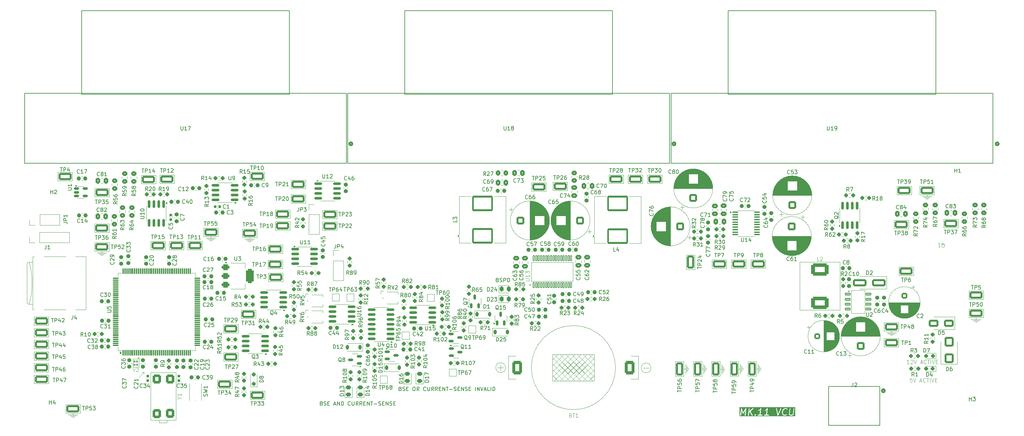
<source format=gbr>
%TF.GenerationSoftware,KiCad,Pcbnew,9.0.7*%
%TF.CreationDate,2026-02-10T17:00:28-08:00*%
%TF.ProjectId,VCU_v2,5643555f-7632-42e6-9b69-6361645f7063,rev?*%
%TF.SameCoordinates,Original*%
%TF.FileFunction,Legend,Top*%
%TF.FilePolarity,Positive*%
%FSLAX46Y46*%
G04 Gerber Fmt 4.6, Leading zero omitted, Abs format (unit mm)*
G04 Created by KiCad (PCBNEW 9.0.7) date 2026-02-10 17:00:28*
%MOMM*%
%LPD*%
G01*
G04 APERTURE LIST*
G04 Aperture macros list*
%AMRoundRect*
0 Rectangle with rounded corners*
0 $1 Rounding radius*
0 $2 $3 $4 $5 $6 $7 $8 $9 X,Y pos of 4 corners*
0 Add a 4 corners polygon primitive as box body*
4,1,4,$2,$3,$4,$5,$6,$7,$8,$9,$2,$3,0*
0 Add four circle primitives for the rounded corners*
1,1,$1+$1,$2,$3*
1,1,$1+$1,$4,$5*
1,1,$1+$1,$6,$7*
1,1,$1+$1,$8,$9*
0 Add four rect primitives between the rounded corners*
20,1,$1+$1,$2,$3,$4,$5,0*
20,1,$1+$1,$4,$5,$6,$7,0*
20,1,$1+$1,$6,$7,$8,$9,0*
20,1,$1+$1,$8,$9,$2,$3,0*%
G04 Aperture macros list end*
%ADD10C,0.100000*%
%ADD11C,0.200000*%
%ADD12C,0.228600*%
%ADD13C,0.150000*%
%ADD14C,0.152400*%
%ADD15C,0.120000*%
%ADD16C,0.508000*%
%ADD17RoundRect,0.237500X0.250000X0.237500X-0.250000X0.237500X-0.250000X-0.237500X0.250000X-0.237500X0*%
%ADD18RoundRect,0.250000X1.000000X0.650000X-1.000000X0.650000X-1.000000X-0.650000X1.000000X-0.650000X0*%
%ADD19RoundRect,0.390000X-0.910000X-1.360000X0.910000X-1.360000X0.910000X1.360000X-0.910000X1.360000X0*%
%ADD20R,1.500000X1.500000*%
%ADD21RoundRect,0.237500X0.237500X-0.250000X0.237500X0.250000X-0.237500X0.250000X-0.237500X-0.250000X0*%
%ADD22RoundRect,0.250000X-1.450000X-0.650000X1.450000X-0.650000X1.450000X0.650000X-1.450000X0.650000X0*%
%ADD23RoundRect,0.375000X-0.625000X-0.375000X0.625000X-0.375000X0.625000X0.375000X-0.625000X0.375000X0*%
%ADD24RoundRect,0.500000X-0.500000X-1.400000X0.500000X-1.400000X0.500000X1.400000X-0.500000X1.400000X0*%
%ADD25RoundRect,0.250000X0.450000X-0.350000X0.450000X0.350000X-0.450000X0.350000X-0.450000X-0.350000X0*%
%ADD26RoundRect,0.237500X-0.250000X-0.237500X0.250000X-0.237500X0.250000X0.237500X-0.250000X0.237500X0*%
%ADD27C,3.600000*%
%ADD28C,5.700000*%
%ADD29RoundRect,0.250000X-0.337500X-0.475000X0.337500X-0.475000X0.337500X0.475000X-0.337500X0.475000X0*%
%ADD30RoundRect,0.237500X0.300000X0.237500X-0.300000X0.237500X-0.300000X-0.237500X0.300000X-0.237500X0*%
%ADD31RoundRect,0.150000X-0.512500X-0.150000X0.512500X-0.150000X0.512500X0.150000X-0.512500X0.150000X0*%
%ADD32RoundRect,0.250000X0.337500X0.475000X-0.337500X0.475000X-0.337500X-0.475000X0.337500X-0.475000X0*%
%ADD33RoundRect,0.250000X0.650000X-1.450000X0.650000X1.450000X-0.650000X1.450000X-0.650000X-1.450000X0*%
%ADD34RoundRect,0.067500X0.157500X-0.682500X0.157500X0.682500X-0.157500X0.682500X-0.157500X-0.682500X0*%
%ADD35RoundRect,0.067500X-0.157500X0.682500X-0.157500X-0.682500X0.157500X-0.682500X0.157500X0.682500X0*%
%ADD36RoundRect,0.150000X0.150000X-0.512500X0.150000X0.512500X-0.150000X0.512500X-0.150000X-0.512500X0*%
%ADD37RoundRect,0.237500X-0.237500X0.300000X-0.237500X-0.300000X0.237500X-0.300000X0.237500X0.300000X0*%
%ADD38RoundRect,0.162500X0.162500X-0.825000X0.162500X0.825000X-0.162500X0.825000X-0.162500X-0.825000X0*%
%ADD39RoundRect,0.250000X0.750000X0.750000X-0.750000X0.750000X-0.750000X-0.750000X0.750000X-0.750000X0*%
%ADD40C,2.000000*%
%ADD41RoundRect,0.100000X-0.637500X-0.100000X0.637500X-0.100000X0.637500X0.100000X-0.637500X0.100000X0*%
%ADD42C,4.851400*%
%ADD43C,2.108200*%
%ADD44RoundRect,0.250000X-0.550000X-0.550000X0.550000X-0.550000X0.550000X0.550000X-0.550000X0.550000X0*%
%ADD45C,1.600000*%
%ADD46RoundRect,0.250000X-0.550000X0.550000X-0.550000X-0.550000X0.550000X-0.550000X0.550000X0.550000X0*%
%ADD47R,1.000000X0.900000*%
%ADD48RoundRect,0.237500X-0.237500X0.250000X-0.237500X-0.250000X0.237500X-0.250000X0.237500X0.250000X0*%
%ADD49RoundRect,0.225000X-0.225000X-0.375000X0.225000X-0.375000X0.225000X0.375000X-0.225000X0.375000X0*%
%ADD50RoundRect,0.250000X0.900000X-1.000000X0.900000X1.000000X-0.900000X1.000000X-0.900000X-1.000000X0*%
%ADD51R,1.700000X1.700000*%
%ADD52C,1.700000*%
%ADD53RoundRect,0.155000X-0.155000X0.212500X-0.155000X-0.212500X0.155000X-0.212500X0.155000X0.212500X0*%
%ADD54RoundRect,0.250000X2.500000X-1.750000X2.500000X1.750000X-2.500000X1.750000X-2.500000X-1.750000X0*%
%ADD55R,1.200000X1.200000*%
%ADD56R,1.500000X1.600000*%
%ADD57RoundRect,0.237500X0.237500X-0.300000X0.237500X0.300000X-0.237500X0.300000X-0.237500X-0.300000X0*%
%ADD58RoundRect,0.237500X-0.300000X-0.237500X0.300000X-0.237500X0.300000X0.237500X-0.300000X0.237500X0*%
%ADD59RoundRect,0.250000X1.450000X0.650000X-1.450000X0.650000X-1.450000X-0.650000X1.450000X-0.650000X0*%
%ADD60RoundRect,0.162500X0.825000X0.162500X-0.825000X0.162500X-0.825000X-0.162500X0.825000X-0.162500X0*%
%ADD61C,1.574800*%
%ADD62RoundRect,0.237500X0.287500X0.237500X-0.287500X0.237500X-0.287500X-0.237500X0.287500X-0.237500X0*%
%ADD63RoundRect,0.090000X-0.685000X-0.210000X0.685000X-0.210000X0.685000X0.210000X-0.685000X0.210000X0*%
%ADD64RoundRect,0.155000X0.155000X-0.212500X0.155000X0.212500X-0.155000X0.212500X-0.155000X-0.212500X0*%
%ADD65RoundRect,0.250000X-0.750000X-0.750000X0.750000X-0.750000X0.750000X0.750000X-0.750000X0.750000X0*%
%ADD66RoundRect,0.250000X1.500000X0.650000X-1.500000X0.650000X-1.500000X-0.650000X1.500000X-0.650000X0*%
%ADD67RoundRect,0.330000X-0.770000X0.820000X-0.770000X-0.820000X0.770000X-0.820000X0.770000X0.820000X0*%
%ADD68RoundRect,0.243750X0.456250X-0.243750X0.456250X0.243750X-0.456250X0.243750X-0.456250X-0.243750X0*%
%ADD69RoundRect,0.250000X0.750000X-0.750000X0.750000X0.750000X-0.750000X0.750000X-0.750000X-0.750000X0*%
%ADD70RoundRect,0.155000X-0.212500X-0.155000X0.212500X-0.155000X0.212500X0.155000X-0.212500X0.155000X0*%
%ADD71RoundRect,0.250000X0.250000X-0.250000X0.250000X0.250000X-0.250000X0.250000X-0.250000X-0.250000X0*%
%ADD72RoundRect,0.150000X0.512500X0.150000X-0.512500X0.150000X-0.512500X-0.150000X0.512500X-0.150000X0*%
%ADD73RoundRect,0.495000X-1.755000X-1.155000X1.755000X-1.155000X1.755000X1.155000X-1.755000X1.155000X0*%
%ADD74RoundRect,0.250000X0.475000X-0.337500X0.475000X0.337500X-0.475000X0.337500X-0.475000X-0.337500X0*%
%ADD75RoundRect,0.250000X-0.475000X0.337500X-0.475000X-0.337500X0.475000X-0.337500X0.475000X0.337500X0*%
%ADD76R,1.500000X0.800000*%
%ADD77R,2.000000X1.450000*%
%ADD78RoundRect,0.243750X-0.243750X-0.456250X0.243750X-0.456250X0.243750X0.456250X-0.243750X0.456250X0*%
%ADD79RoundRect,0.150000X0.825000X0.150000X-0.825000X0.150000X-0.825000X-0.150000X0.825000X-0.150000X0*%
%ADD80RoundRect,0.075000X0.075000X-0.662500X0.075000X0.662500X-0.075000X0.662500X-0.075000X-0.662500X0*%
%ADD81RoundRect,0.075000X0.662500X-0.075000X0.662500X0.075000X-0.662500X0.075000X-0.662500X-0.075000X0*%
%ADD82RoundRect,0.150000X-0.825000X-0.150000X0.825000X-0.150000X0.825000X0.150000X-0.825000X0.150000X0*%
%ADD83RoundRect,0.250000X-0.750000X0.750000X-0.750000X-0.750000X0.750000X-0.750000X0.750000X0.750000X0*%
%ADD84RoundRect,0.070500X0.164500X-0.189500X0.164500X0.189500X-0.164500X0.189500X-0.164500X-0.189500X0*%
%ADD85RoundRect,0.250000X0.350000X0.450000X-0.350000X0.450000X-0.350000X-0.450000X0.350000X-0.450000X0*%
%ADD86R,10.670000X9.450000*%
%ADD87R,1.050000X3.800000*%
%ADD88RoundRect,0.150000X-0.150000X0.825000X-0.150000X-0.825000X0.150000X-0.825000X0.150000X0.825000X0*%
%ADD89RoundRect,0.225000X0.225000X0.375000X-0.225000X0.375000X-0.225000X-0.375000X0.225000X-0.375000X0*%
%ADD90RoundRect,0.250000X-0.450000X0.350000X-0.450000X-0.350000X0.450000X-0.350000X0.450000X0.350000X0*%
G04 APERTURE END LIST*
D10*
X46784327Y-73010286D02*
X47038327Y-73010286D01*
X214181501Y-103110892D02*
X214181501Y-102094892D01*
X84634648Y-68887924D02*
X86412648Y-68887924D01*
X199449501Y-102602892D02*
X199449501Y-103872892D01*
X213927501Y-103491892D02*
X213927501Y-101713892D01*
X253197898Y-93118786D02*
X251927898Y-93118786D01*
X262515466Y-57051520D02*
X262515466Y-57475520D01*
X57917538Y-103476432D02*
X57917538Y-103984432D01*
X262007466Y-57983520D02*
X263023466Y-57983520D01*
X38506114Y-114815000D02*
X40284114Y-114815000D01*
X74155349Y-68418838D02*
X76695349Y-68418838D01*
X84253648Y-68633924D02*
X86793648Y-68633924D01*
X204148501Y-102602892D02*
X204148501Y-103872892D01*
X85523648Y-68633924D02*
X84253648Y-68633924D01*
X218880501Y-103110892D02*
X218880501Y-102094892D01*
X261245466Y-57475520D02*
X263785466Y-57475520D01*
X213249501Y-102602892D02*
X213673501Y-102602892D01*
X261626466Y-57729520D02*
X263404466Y-57729520D01*
X253070898Y-93880786D02*
X253324898Y-93880786D01*
X39268114Y-115323000D02*
X39522114Y-115323000D01*
X200211501Y-102729892D02*
X200211501Y-102475892D01*
X46911327Y-72248286D02*
X45641327Y-72248286D01*
X275351077Y-89210020D02*
X275351077Y-89634020D01*
X204656501Y-103110892D02*
X204656501Y-102094892D01*
X57917538Y-103984432D02*
X57917538Y-103476432D01*
X57917538Y-103476432D02*
X57409538Y-103476432D01*
X218372501Y-102602892D02*
X218372501Y-103872892D01*
X204910501Y-102729892D02*
X204910501Y-102475892D01*
X85015648Y-69141924D02*
X86031648Y-69141924D01*
X38125114Y-114561000D02*
X40665114Y-114561000D01*
X208423501Y-102729892D02*
X208847501Y-102729892D01*
X217948501Y-102602892D02*
X218372501Y-102602892D01*
X274843077Y-90142020D02*
X275859077Y-90142020D01*
X262515466Y-57475520D02*
X261245466Y-57475520D01*
X75298349Y-69180838D02*
X75552349Y-69180838D01*
X203724501Y-102602892D02*
X204148501Y-102602892D01*
X39395114Y-114561000D02*
X38125114Y-114561000D01*
X204402501Y-103491892D02*
X204402501Y-101713892D01*
X275224077Y-90396020D02*
X275478077Y-90396020D01*
X199703501Y-103491892D02*
X199703501Y-101713892D01*
X208847501Y-102729892D02*
X208847501Y-103999892D01*
X218626501Y-103491892D02*
X218626501Y-101713892D01*
X275351077Y-89634020D02*
X274081077Y-89634020D01*
X74917349Y-68926838D02*
X75933349Y-68926838D01*
X253197898Y-92694786D02*
X253197898Y-93118786D01*
X218372501Y-103872892D02*
X218372501Y-101332892D01*
X213673501Y-102602892D02*
X213673501Y-103872892D01*
X252689898Y-93626786D02*
X253705898Y-93626786D01*
X209609501Y-102856892D02*
X209609501Y-102602892D01*
X46911327Y-71824286D02*
X46911327Y-72248286D01*
X252308898Y-93372786D02*
X254086898Y-93372786D01*
X199957501Y-103110892D02*
X199957501Y-102094892D01*
X56647538Y-104746432D02*
X57917538Y-103476432D01*
X251927898Y-93118786D02*
X254467898Y-93118786D01*
X85396648Y-69395924D02*
X85650648Y-69395924D01*
X209355501Y-103237892D02*
X209355501Y-102221892D01*
X85523648Y-68209924D02*
X85523648Y-68633924D01*
X204148501Y-103872892D02*
X204148501Y-101332892D01*
X213673501Y-103872892D02*
X213673501Y-101332892D01*
X38887114Y-115069000D02*
X39903114Y-115069000D01*
X199449501Y-103872892D02*
X199449501Y-101332892D01*
X46403327Y-72756286D02*
X47419327Y-72756286D01*
X274081077Y-89634020D02*
X276621077Y-89634020D01*
X208847501Y-103999892D02*
X208847501Y-101459892D01*
X45641327Y-72248286D02*
X48181327Y-72248286D01*
X39395114Y-114137000D02*
X39395114Y-114561000D01*
X214435501Y-102729892D02*
X214435501Y-102475892D01*
X219134501Y-102729892D02*
X219134501Y-102475892D01*
X274462077Y-89888020D02*
X276240077Y-89888020D01*
X46022327Y-72502286D02*
X47800327Y-72502286D01*
X75425349Y-68418838D02*
X74155349Y-68418838D01*
X74536349Y-68672838D02*
X76314349Y-68672838D01*
X209101501Y-103618892D02*
X209101501Y-101840892D01*
X199025501Y-102602892D02*
X199449501Y-102602892D01*
X262388466Y-58237520D02*
X262642466Y-58237520D01*
X75425349Y-67994838D02*
X75425349Y-68418838D01*
D11*
X150309006Y-79353409D02*
X150451863Y-79401028D01*
X150451863Y-79401028D02*
X150499482Y-79448647D01*
X150499482Y-79448647D02*
X150547101Y-79543885D01*
X150547101Y-79543885D02*
X150547101Y-79686742D01*
X150547101Y-79686742D02*
X150499482Y-79781980D01*
X150499482Y-79781980D02*
X150451863Y-79829600D01*
X150451863Y-79829600D02*
X150356625Y-79877219D01*
X150356625Y-79877219D02*
X149975673Y-79877219D01*
X149975673Y-79877219D02*
X149975673Y-78877219D01*
X149975673Y-78877219D02*
X150309006Y-78877219D01*
X150309006Y-78877219D02*
X150404244Y-78924838D01*
X150404244Y-78924838D02*
X150451863Y-78972457D01*
X150451863Y-78972457D02*
X150499482Y-79067695D01*
X150499482Y-79067695D02*
X150499482Y-79162933D01*
X150499482Y-79162933D02*
X150451863Y-79258171D01*
X150451863Y-79258171D02*
X150404244Y-79305790D01*
X150404244Y-79305790D02*
X150309006Y-79353409D01*
X150309006Y-79353409D02*
X149975673Y-79353409D01*
X150928054Y-79829600D02*
X151070911Y-79877219D01*
X151070911Y-79877219D02*
X151309006Y-79877219D01*
X151309006Y-79877219D02*
X151404244Y-79829600D01*
X151404244Y-79829600D02*
X151451863Y-79781980D01*
X151451863Y-79781980D02*
X151499482Y-79686742D01*
X151499482Y-79686742D02*
X151499482Y-79591504D01*
X151499482Y-79591504D02*
X151451863Y-79496266D01*
X151451863Y-79496266D02*
X151404244Y-79448647D01*
X151404244Y-79448647D02*
X151309006Y-79401028D01*
X151309006Y-79401028D02*
X151118530Y-79353409D01*
X151118530Y-79353409D02*
X151023292Y-79305790D01*
X151023292Y-79305790D02*
X150975673Y-79258171D01*
X150975673Y-79258171D02*
X150928054Y-79162933D01*
X150928054Y-79162933D02*
X150928054Y-79067695D01*
X150928054Y-79067695D02*
X150975673Y-78972457D01*
X150975673Y-78972457D02*
X151023292Y-78924838D01*
X151023292Y-78924838D02*
X151118530Y-78877219D01*
X151118530Y-78877219D02*
X151356625Y-78877219D01*
X151356625Y-78877219D02*
X151499482Y-78924838D01*
X151928054Y-79877219D02*
X151928054Y-78877219D01*
X151928054Y-78877219D02*
X152309006Y-78877219D01*
X152309006Y-78877219D02*
X152404244Y-78924838D01*
X152404244Y-78924838D02*
X152451863Y-78972457D01*
X152451863Y-78972457D02*
X152499482Y-79067695D01*
X152499482Y-79067695D02*
X152499482Y-79210552D01*
X152499482Y-79210552D02*
X152451863Y-79305790D01*
X152451863Y-79305790D02*
X152404244Y-79353409D01*
X152404244Y-79353409D02*
X152309006Y-79401028D01*
X152309006Y-79401028D02*
X151928054Y-79401028D01*
X152928054Y-79877219D02*
X152928054Y-78877219D01*
X152928054Y-78877219D02*
X153166149Y-78877219D01*
X153166149Y-78877219D02*
X153309006Y-78924838D01*
X153309006Y-78924838D02*
X153404244Y-79020076D01*
X153404244Y-79020076D02*
X153451863Y-79115314D01*
X153451863Y-79115314D02*
X153499482Y-79305790D01*
X153499482Y-79305790D02*
X153499482Y-79448647D01*
X153499482Y-79448647D02*
X153451863Y-79639123D01*
X153451863Y-79639123D02*
X153404244Y-79734361D01*
X153404244Y-79734361D02*
X153309006Y-79829600D01*
X153309006Y-79829600D02*
X153166149Y-79877219D01*
X153166149Y-79877219D02*
X152928054Y-79877219D01*
D10*
X257875693Y-101218419D02*
X257304265Y-101218419D01*
X257589979Y-101218419D02*
X257589979Y-100218419D01*
X257589979Y-100218419D02*
X257494741Y-100361276D01*
X257494741Y-100361276D02*
X257399503Y-100456514D01*
X257399503Y-100456514D02*
X257304265Y-100504133D01*
X258256646Y-100313657D02*
X258304265Y-100266038D01*
X258304265Y-100266038D02*
X258399503Y-100218419D01*
X258399503Y-100218419D02*
X258637598Y-100218419D01*
X258637598Y-100218419D02*
X258732836Y-100266038D01*
X258732836Y-100266038D02*
X258780455Y-100313657D01*
X258780455Y-100313657D02*
X258828074Y-100408895D01*
X258828074Y-100408895D02*
X258828074Y-100504133D01*
X258828074Y-100504133D02*
X258780455Y-100646990D01*
X258780455Y-100646990D02*
X258209027Y-101218419D01*
X258209027Y-101218419D02*
X258828074Y-101218419D01*
X259113789Y-100218419D02*
X259447122Y-101218419D01*
X259447122Y-101218419D02*
X259780455Y-100218419D01*
X260828075Y-100932704D02*
X261304265Y-100932704D01*
X260732837Y-101218419D02*
X261066170Y-100218419D01*
X261066170Y-100218419D02*
X261399503Y-101218419D01*
X262304265Y-101123180D02*
X262256646Y-101170800D01*
X262256646Y-101170800D02*
X262113789Y-101218419D01*
X262113789Y-101218419D02*
X262018551Y-101218419D01*
X262018551Y-101218419D02*
X261875694Y-101170800D01*
X261875694Y-101170800D02*
X261780456Y-101075561D01*
X261780456Y-101075561D02*
X261732837Y-100980323D01*
X261732837Y-100980323D02*
X261685218Y-100789847D01*
X261685218Y-100789847D02*
X261685218Y-100646990D01*
X261685218Y-100646990D02*
X261732837Y-100456514D01*
X261732837Y-100456514D02*
X261780456Y-100361276D01*
X261780456Y-100361276D02*
X261875694Y-100266038D01*
X261875694Y-100266038D02*
X262018551Y-100218419D01*
X262018551Y-100218419D02*
X262113789Y-100218419D01*
X262113789Y-100218419D02*
X262256646Y-100266038D01*
X262256646Y-100266038D02*
X262304265Y-100313657D01*
X262589980Y-100218419D02*
X263161408Y-100218419D01*
X262875694Y-101218419D02*
X262875694Y-100218419D01*
X263494742Y-101218419D02*
X263494742Y-100218419D01*
X263828075Y-100218419D02*
X264161408Y-101218419D01*
X264161408Y-101218419D02*
X264494741Y-100218419D01*
X264828075Y-100694609D02*
X265161408Y-100694609D01*
X265304265Y-101218419D02*
X264828075Y-101218419D01*
X264828075Y-101218419D02*
X264828075Y-100218419D01*
X264828075Y-100218419D02*
X265304265Y-100218419D01*
X258590074Y-105044419D02*
X258113884Y-105044419D01*
X258113884Y-105044419D02*
X258066265Y-105520609D01*
X258066265Y-105520609D02*
X258113884Y-105472990D01*
X258113884Y-105472990D02*
X258209122Y-105425371D01*
X258209122Y-105425371D02*
X258447217Y-105425371D01*
X258447217Y-105425371D02*
X258542455Y-105472990D01*
X258542455Y-105472990D02*
X258590074Y-105520609D01*
X258590074Y-105520609D02*
X258637693Y-105615847D01*
X258637693Y-105615847D02*
X258637693Y-105853942D01*
X258637693Y-105853942D02*
X258590074Y-105949180D01*
X258590074Y-105949180D02*
X258542455Y-105996800D01*
X258542455Y-105996800D02*
X258447217Y-106044419D01*
X258447217Y-106044419D02*
X258209122Y-106044419D01*
X258209122Y-106044419D02*
X258113884Y-105996800D01*
X258113884Y-105996800D02*
X258066265Y-105949180D01*
X258923408Y-105044419D02*
X259256741Y-106044419D01*
X259256741Y-106044419D02*
X259590074Y-105044419D01*
X260637694Y-105758704D02*
X261113884Y-105758704D01*
X260542456Y-106044419D02*
X260875789Y-105044419D01*
X260875789Y-105044419D02*
X261209122Y-106044419D01*
X262113884Y-105949180D02*
X262066265Y-105996800D01*
X262066265Y-105996800D02*
X261923408Y-106044419D01*
X261923408Y-106044419D02*
X261828170Y-106044419D01*
X261828170Y-106044419D02*
X261685313Y-105996800D01*
X261685313Y-105996800D02*
X261590075Y-105901561D01*
X261590075Y-105901561D02*
X261542456Y-105806323D01*
X261542456Y-105806323D02*
X261494837Y-105615847D01*
X261494837Y-105615847D02*
X261494837Y-105472990D01*
X261494837Y-105472990D02*
X261542456Y-105282514D01*
X261542456Y-105282514D02*
X261590075Y-105187276D01*
X261590075Y-105187276D02*
X261685313Y-105092038D01*
X261685313Y-105092038D02*
X261828170Y-105044419D01*
X261828170Y-105044419D02*
X261923408Y-105044419D01*
X261923408Y-105044419D02*
X262066265Y-105092038D01*
X262066265Y-105092038D02*
X262113884Y-105139657D01*
X262399599Y-105044419D02*
X262971027Y-105044419D01*
X262685313Y-106044419D02*
X262685313Y-105044419D01*
X263304361Y-106044419D02*
X263304361Y-105044419D01*
X263637694Y-105044419D02*
X263971027Y-106044419D01*
X263971027Y-106044419D02*
X264304360Y-105044419D01*
X264637694Y-105520609D02*
X264971027Y-105520609D01*
X265113884Y-106044419D02*
X264637694Y-106044419D01*
X264637694Y-106044419D02*
X264637694Y-105044419D01*
X264637694Y-105044419D02*
X265113884Y-105044419D01*
D11*
X124909006Y-107801409D02*
X125051863Y-107849028D01*
X125051863Y-107849028D02*
X125099482Y-107896647D01*
X125099482Y-107896647D02*
X125147101Y-107991885D01*
X125147101Y-107991885D02*
X125147101Y-108134742D01*
X125147101Y-108134742D02*
X125099482Y-108229980D01*
X125099482Y-108229980D02*
X125051863Y-108277600D01*
X125051863Y-108277600D02*
X124956625Y-108325219D01*
X124956625Y-108325219D02*
X124575673Y-108325219D01*
X124575673Y-108325219D02*
X124575673Y-107325219D01*
X124575673Y-107325219D02*
X124909006Y-107325219D01*
X124909006Y-107325219D02*
X125004244Y-107372838D01*
X125004244Y-107372838D02*
X125051863Y-107420457D01*
X125051863Y-107420457D02*
X125099482Y-107515695D01*
X125099482Y-107515695D02*
X125099482Y-107610933D01*
X125099482Y-107610933D02*
X125051863Y-107706171D01*
X125051863Y-107706171D02*
X125004244Y-107753790D01*
X125004244Y-107753790D02*
X124909006Y-107801409D01*
X124909006Y-107801409D02*
X124575673Y-107801409D01*
X125528054Y-108277600D02*
X125670911Y-108325219D01*
X125670911Y-108325219D02*
X125909006Y-108325219D01*
X125909006Y-108325219D02*
X126004244Y-108277600D01*
X126004244Y-108277600D02*
X126051863Y-108229980D01*
X126051863Y-108229980D02*
X126099482Y-108134742D01*
X126099482Y-108134742D02*
X126099482Y-108039504D01*
X126099482Y-108039504D02*
X126051863Y-107944266D01*
X126051863Y-107944266D02*
X126004244Y-107896647D01*
X126004244Y-107896647D02*
X125909006Y-107849028D01*
X125909006Y-107849028D02*
X125718530Y-107801409D01*
X125718530Y-107801409D02*
X125623292Y-107753790D01*
X125623292Y-107753790D02*
X125575673Y-107706171D01*
X125575673Y-107706171D02*
X125528054Y-107610933D01*
X125528054Y-107610933D02*
X125528054Y-107515695D01*
X125528054Y-107515695D02*
X125575673Y-107420457D01*
X125575673Y-107420457D02*
X125623292Y-107372838D01*
X125623292Y-107372838D02*
X125718530Y-107325219D01*
X125718530Y-107325219D02*
X125956625Y-107325219D01*
X125956625Y-107325219D02*
X126099482Y-107372838D01*
X126528054Y-107801409D02*
X126861387Y-107801409D01*
X127004244Y-108325219D02*
X126528054Y-108325219D01*
X126528054Y-108325219D02*
X126528054Y-107325219D01*
X126528054Y-107325219D02*
X127004244Y-107325219D01*
X128385197Y-107325219D02*
X128575673Y-107325219D01*
X128575673Y-107325219D02*
X128670911Y-107372838D01*
X128670911Y-107372838D02*
X128766149Y-107468076D01*
X128766149Y-107468076D02*
X128813768Y-107658552D01*
X128813768Y-107658552D02*
X128813768Y-107991885D01*
X128813768Y-107991885D02*
X128766149Y-108182361D01*
X128766149Y-108182361D02*
X128670911Y-108277600D01*
X128670911Y-108277600D02*
X128575673Y-108325219D01*
X128575673Y-108325219D02*
X128385197Y-108325219D01*
X128385197Y-108325219D02*
X128289959Y-108277600D01*
X128289959Y-108277600D02*
X128194721Y-108182361D01*
X128194721Y-108182361D02*
X128147102Y-107991885D01*
X128147102Y-107991885D02*
X128147102Y-107658552D01*
X128147102Y-107658552D02*
X128194721Y-107468076D01*
X128194721Y-107468076D02*
X128289959Y-107372838D01*
X128289959Y-107372838D02*
X128385197Y-107325219D01*
X129813768Y-108325219D02*
X129480435Y-107849028D01*
X129242340Y-108325219D02*
X129242340Y-107325219D01*
X129242340Y-107325219D02*
X129623292Y-107325219D01*
X129623292Y-107325219D02*
X129718530Y-107372838D01*
X129718530Y-107372838D02*
X129766149Y-107420457D01*
X129766149Y-107420457D02*
X129813768Y-107515695D01*
X129813768Y-107515695D02*
X129813768Y-107658552D01*
X129813768Y-107658552D02*
X129766149Y-107753790D01*
X129766149Y-107753790D02*
X129718530Y-107801409D01*
X129718530Y-107801409D02*
X129623292Y-107849028D01*
X129623292Y-107849028D02*
X129242340Y-107849028D01*
X131575673Y-108229980D02*
X131528054Y-108277600D01*
X131528054Y-108277600D02*
X131385197Y-108325219D01*
X131385197Y-108325219D02*
X131289959Y-108325219D01*
X131289959Y-108325219D02*
X131147102Y-108277600D01*
X131147102Y-108277600D02*
X131051864Y-108182361D01*
X131051864Y-108182361D02*
X131004245Y-108087123D01*
X131004245Y-108087123D02*
X130956626Y-107896647D01*
X130956626Y-107896647D02*
X130956626Y-107753790D01*
X130956626Y-107753790D02*
X131004245Y-107563314D01*
X131004245Y-107563314D02*
X131051864Y-107468076D01*
X131051864Y-107468076D02*
X131147102Y-107372838D01*
X131147102Y-107372838D02*
X131289959Y-107325219D01*
X131289959Y-107325219D02*
X131385197Y-107325219D01*
X131385197Y-107325219D02*
X131528054Y-107372838D01*
X131528054Y-107372838D02*
X131575673Y-107420457D01*
X132004245Y-107325219D02*
X132004245Y-108134742D01*
X132004245Y-108134742D02*
X132051864Y-108229980D01*
X132051864Y-108229980D02*
X132099483Y-108277600D01*
X132099483Y-108277600D02*
X132194721Y-108325219D01*
X132194721Y-108325219D02*
X132385197Y-108325219D01*
X132385197Y-108325219D02*
X132480435Y-108277600D01*
X132480435Y-108277600D02*
X132528054Y-108229980D01*
X132528054Y-108229980D02*
X132575673Y-108134742D01*
X132575673Y-108134742D02*
X132575673Y-107325219D01*
X133623292Y-108325219D02*
X133289959Y-107849028D01*
X133051864Y-108325219D02*
X133051864Y-107325219D01*
X133051864Y-107325219D02*
X133432816Y-107325219D01*
X133432816Y-107325219D02*
X133528054Y-107372838D01*
X133528054Y-107372838D02*
X133575673Y-107420457D01*
X133575673Y-107420457D02*
X133623292Y-107515695D01*
X133623292Y-107515695D02*
X133623292Y-107658552D01*
X133623292Y-107658552D02*
X133575673Y-107753790D01*
X133575673Y-107753790D02*
X133528054Y-107801409D01*
X133528054Y-107801409D02*
X133432816Y-107849028D01*
X133432816Y-107849028D02*
X133051864Y-107849028D01*
X134623292Y-108325219D02*
X134289959Y-107849028D01*
X134051864Y-108325219D02*
X134051864Y-107325219D01*
X134051864Y-107325219D02*
X134432816Y-107325219D01*
X134432816Y-107325219D02*
X134528054Y-107372838D01*
X134528054Y-107372838D02*
X134575673Y-107420457D01*
X134575673Y-107420457D02*
X134623292Y-107515695D01*
X134623292Y-107515695D02*
X134623292Y-107658552D01*
X134623292Y-107658552D02*
X134575673Y-107753790D01*
X134575673Y-107753790D02*
X134528054Y-107801409D01*
X134528054Y-107801409D02*
X134432816Y-107849028D01*
X134432816Y-107849028D02*
X134051864Y-107849028D01*
X135051864Y-107801409D02*
X135385197Y-107801409D01*
X135528054Y-108325219D02*
X135051864Y-108325219D01*
X135051864Y-108325219D02*
X135051864Y-107325219D01*
X135051864Y-107325219D02*
X135528054Y-107325219D01*
X135956626Y-108325219D02*
X135956626Y-107325219D01*
X135956626Y-107325219D02*
X136528054Y-108325219D01*
X136528054Y-108325219D02*
X136528054Y-107325219D01*
X136861388Y-107325219D02*
X137432816Y-107325219D01*
X137147102Y-108325219D02*
X137147102Y-107325219D01*
X137766150Y-107944266D02*
X138528055Y-107944266D01*
X138956626Y-108277600D02*
X139099483Y-108325219D01*
X139099483Y-108325219D02*
X139337578Y-108325219D01*
X139337578Y-108325219D02*
X139432816Y-108277600D01*
X139432816Y-108277600D02*
X139480435Y-108229980D01*
X139480435Y-108229980D02*
X139528054Y-108134742D01*
X139528054Y-108134742D02*
X139528054Y-108039504D01*
X139528054Y-108039504D02*
X139480435Y-107944266D01*
X139480435Y-107944266D02*
X139432816Y-107896647D01*
X139432816Y-107896647D02*
X139337578Y-107849028D01*
X139337578Y-107849028D02*
X139147102Y-107801409D01*
X139147102Y-107801409D02*
X139051864Y-107753790D01*
X139051864Y-107753790D02*
X139004245Y-107706171D01*
X139004245Y-107706171D02*
X138956626Y-107610933D01*
X138956626Y-107610933D02*
X138956626Y-107515695D01*
X138956626Y-107515695D02*
X139004245Y-107420457D01*
X139004245Y-107420457D02*
X139051864Y-107372838D01*
X139051864Y-107372838D02*
X139147102Y-107325219D01*
X139147102Y-107325219D02*
X139385197Y-107325219D01*
X139385197Y-107325219D02*
X139528054Y-107372838D01*
X139956626Y-107801409D02*
X140289959Y-107801409D01*
X140432816Y-108325219D02*
X139956626Y-108325219D01*
X139956626Y-108325219D02*
X139956626Y-107325219D01*
X139956626Y-107325219D02*
X140432816Y-107325219D01*
X140861388Y-108325219D02*
X140861388Y-107325219D01*
X140861388Y-107325219D02*
X141432816Y-108325219D01*
X141432816Y-108325219D02*
X141432816Y-107325219D01*
X141861388Y-108277600D02*
X142004245Y-108325219D01*
X142004245Y-108325219D02*
X142242340Y-108325219D01*
X142242340Y-108325219D02*
X142337578Y-108277600D01*
X142337578Y-108277600D02*
X142385197Y-108229980D01*
X142385197Y-108229980D02*
X142432816Y-108134742D01*
X142432816Y-108134742D02*
X142432816Y-108039504D01*
X142432816Y-108039504D02*
X142385197Y-107944266D01*
X142385197Y-107944266D02*
X142337578Y-107896647D01*
X142337578Y-107896647D02*
X142242340Y-107849028D01*
X142242340Y-107849028D02*
X142051864Y-107801409D01*
X142051864Y-107801409D02*
X141956626Y-107753790D01*
X141956626Y-107753790D02*
X141909007Y-107706171D01*
X141909007Y-107706171D02*
X141861388Y-107610933D01*
X141861388Y-107610933D02*
X141861388Y-107515695D01*
X141861388Y-107515695D02*
X141909007Y-107420457D01*
X141909007Y-107420457D02*
X141956626Y-107372838D01*
X141956626Y-107372838D02*
X142051864Y-107325219D01*
X142051864Y-107325219D02*
X142289959Y-107325219D01*
X142289959Y-107325219D02*
X142432816Y-107372838D01*
X142861388Y-107801409D02*
X143194721Y-107801409D01*
X143337578Y-108325219D02*
X142861388Y-108325219D01*
X142861388Y-108325219D02*
X142861388Y-107325219D01*
X142861388Y-107325219D02*
X143337578Y-107325219D01*
X144528055Y-108325219D02*
X144528055Y-107325219D01*
X145004245Y-108325219D02*
X145004245Y-107325219D01*
X145004245Y-107325219D02*
X145575673Y-108325219D01*
X145575673Y-108325219D02*
X145575673Y-107325219D01*
X145909007Y-107325219D02*
X146242340Y-108325219D01*
X146242340Y-108325219D02*
X146575673Y-107325219D01*
X146861388Y-108039504D02*
X147337578Y-108039504D01*
X146766150Y-108325219D02*
X147099483Y-107325219D01*
X147099483Y-107325219D02*
X147432816Y-108325219D01*
X148242340Y-108325219D02*
X147766150Y-108325219D01*
X147766150Y-108325219D02*
X147766150Y-107325219D01*
X148575674Y-108325219D02*
X148575674Y-107325219D01*
X149051864Y-108325219D02*
X149051864Y-107325219D01*
X149051864Y-107325219D02*
X149289959Y-107325219D01*
X149289959Y-107325219D02*
X149432816Y-107372838D01*
X149432816Y-107372838D02*
X149528054Y-107468076D01*
X149528054Y-107468076D02*
X149575673Y-107563314D01*
X149575673Y-107563314D02*
X149623292Y-107753790D01*
X149623292Y-107753790D02*
X149623292Y-107896647D01*
X149623292Y-107896647D02*
X149575673Y-108087123D01*
X149575673Y-108087123D02*
X149528054Y-108182361D01*
X149528054Y-108182361D02*
X149432816Y-108277600D01*
X149432816Y-108277600D02*
X149289959Y-108325219D01*
X149289959Y-108325219D02*
X149051864Y-108325219D01*
X104335006Y-111611409D02*
X104477863Y-111659028D01*
X104477863Y-111659028D02*
X104525482Y-111706647D01*
X104525482Y-111706647D02*
X104573101Y-111801885D01*
X104573101Y-111801885D02*
X104573101Y-111944742D01*
X104573101Y-111944742D02*
X104525482Y-112039980D01*
X104525482Y-112039980D02*
X104477863Y-112087600D01*
X104477863Y-112087600D02*
X104382625Y-112135219D01*
X104382625Y-112135219D02*
X104001673Y-112135219D01*
X104001673Y-112135219D02*
X104001673Y-111135219D01*
X104001673Y-111135219D02*
X104335006Y-111135219D01*
X104335006Y-111135219D02*
X104430244Y-111182838D01*
X104430244Y-111182838D02*
X104477863Y-111230457D01*
X104477863Y-111230457D02*
X104525482Y-111325695D01*
X104525482Y-111325695D02*
X104525482Y-111420933D01*
X104525482Y-111420933D02*
X104477863Y-111516171D01*
X104477863Y-111516171D02*
X104430244Y-111563790D01*
X104430244Y-111563790D02*
X104335006Y-111611409D01*
X104335006Y-111611409D02*
X104001673Y-111611409D01*
X104954054Y-112087600D02*
X105096911Y-112135219D01*
X105096911Y-112135219D02*
X105335006Y-112135219D01*
X105335006Y-112135219D02*
X105430244Y-112087600D01*
X105430244Y-112087600D02*
X105477863Y-112039980D01*
X105477863Y-112039980D02*
X105525482Y-111944742D01*
X105525482Y-111944742D02*
X105525482Y-111849504D01*
X105525482Y-111849504D02*
X105477863Y-111754266D01*
X105477863Y-111754266D02*
X105430244Y-111706647D01*
X105430244Y-111706647D02*
X105335006Y-111659028D01*
X105335006Y-111659028D02*
X105144530Y-111611409D01*
X105144530Y-111611409D02*
X105049292Y-111563790D01*
X105049292Y-111563790D02*
X105001673Y-111516171D01*
X105001673Y-111516171D02*
X104954054Y-111420933D01*
X104954054Y-111420933D02*
X104954054Y-111325695D01*
X104954054Y-111325695D02*
X105001673Y-111230457D01*
X105001673Y-111230457D02*
X105049292Y-111182838D01*
X105049292Y-111182838D02*
X105144530Y-111135219D01*
X105144530Y-111135219D02*
X105382625Y-111135219D01*
X105382625Y-111135219D02*
X105525482Y-111182838D01*
X105954054Y-111611409D02*
X106287387Y-111611409D01*
X106430244Y-112135219D02*
X105954054Y-112135219D01*
X105954054Y-112135219D02*
X105954054Y-111135219D01*
X105954054Y-111135219D02*
X106430244Y-111135219D01*
X107573102Y-111849504D02*
X108049292Y-111849504D01*
X107477864Y-112135219D02*
X107811197Y-111135219D01*
X107811197Y-111135219D02*
X108144530Y-112135219D01*
X108477864Y-112135219D02*
X108477864Y-111135219D01*
X108477864Y-111135219D02*
X109049292Y-112135219D01*
X109049292Y-112135219D02*
X109049292Y-111135219D01*
X109525483Y-112135219D02*
X109525483Y-111135219D01*
X109525483Y-111135219D02*
X109763578Y-111135219D01*
X109763578Y-111135219D02*
X109906435Y-111182838D01*
X109906435Y-111182838D02*
X110001673Y-111278076D01*
X110001673Y-111278076D02*
X110049292Y-111373314D01*
X110049292Y-111373314D02*
X110096911Y-111563790D01*
X110096911Y-111563790D02*
X110096911Y-111706647D01*
X110096911Y-111706647D02*
X110049292Y-111897123D01*
X110049292Y-111897123D02*
X110001673Y-111992361D01*
X110001673Y-111992361D02*
X109906435Y-112087600D01*
X109906435Y-112087600D02*
X109763578Y-112135219D01*
X109763578Y-112135219D02*
X109525483Y-112135219D01*
X111858816Y-112039980D02*
X111811197Y-112087600D01*
X111811197Y-112087600D02*
X111668340Y-112135219D01*
X111668340Y-112135219D02*
X111573102Y-112135219D01*
X111573102Y-112135219D02*
X111430245Y-112087600D01*
X111430245Y-112087600D02*
X111335007Y-111992361D01*
X111335007Y-111992361D02*
X111287388Y-111897123D01*
X111287388Y-111897123D02*
X111239769Y-111706647D01*
X111239769Y-111706647D02*
X111239769Y-111563790D01*
X111239769Y-111563790D02*
X111287388Y-111373314D01*
X111287388Y-111373314D02*
X111335007Y-111278076D01*
X111335007Y-111278076D02*
X111430245Y-111182838D01*
X111430245Y-111182838D02*
X111573102Y-111135219D01*
X111573102Y-111135219D02*
X111668340Y-111135219D01*
X111668340Y-111135219D02*
X111811197Y-111182838D01*
X111811197Y-111182838D02*
X111858816Y-111230457D01*
X112287388Y-111135219D02*
X112287388Y-111944742D01*
X112287388Y-111944742D02*
X112335007Y-112039980D01*
X112335007Y-112039980D02*
X112382626Y-112087600D01*
X112382626Y-112087600D02*
X112477864Y-112135219D01*
X112477864Y-112135219D02*
X112668340Y-112135219D01*
X112668340Y-112135219D02*
X112763578Y-112087600D01*
X112763578Y-112087600D02*
X112811197Y-112039980D01*
X112811197Y-112039980D02*
X112858816Y-111944742D01*
X112858816Y-111944742D02*
X112858816Y-111135219D01*
X113906435Y-112135219D02*
X113573102Y-111659028D01*
X113335007Y-112135219D02*
X113335007Y-111135219D01*
X113335007Y-111135219D02*
X113715959Y-111135219D01*
X113715959Y-111135219D02*
X113811197Y-111182838D01*
X113811197Y-111182838D02*
X113858816Y-111230457D01*
X113858816Y-111230457D02*
X113906435Y-111325695D01*
X113906435Y-111325695D02*
X113906435Y-111468552D01*
X113906435Y-111468552D02*
X113858816Y-111563790D01*
X113858816Y-111563790D02*
X113811197Y-111611409D01*
X113811197Y-111611409D02*
X113715959Y-111659028D01*
X113715959Y-111659028D02*
X113335007Y-111659028D01*
X114906435Y-112135219D02*
X114573102Y-111659028D01*
X114335007Y-112135219D02*
X114335007Y-111135219D01*
X114335007Y-111135219D02*
X114715959Y-111135219D01*
X114715959Y-111135219D02*
X114811197Y-111182838D01*
X114811197Y-111182838D02*
X114858816Y-111230457D01*
X114858816Y-111230457D02*
X114906435Y-111325695D01*
X114906435Y-111325695D02*
X114906435Y-111468552D01*
X114906435Y-111468552D02*
X114858816Y-111563790D01*
X114858816Y-111563790D02*
X114811197Y-111611409D01*
X114811197Y-111611409D02*
X114715959Y-111659028D01*
X114715959Y-111659028D02*
X114335007Y-111659028D01*
X115335007Y-111611409D02*
X115668340Y-111611409D01*
X115811197Y-112135219D02*
X115335007Y-112135219D01*
X115335007Y-112135219D02*
X115335007Y-111135219D01*
X115335007Y-111135219D02*
X115811197Y-111135219D01*
X116239769Y-112135219D02*
X116239769Y-111135219D01*
X116239769Y-111135219D02*
X116811197Y-112135219D01*
X116811197Y-112135219D02*
X116811197Y-111135219D01*
X117144531Y-111135219D02*
X117715959Y-111135219D01*
X117430245Y-112135219D02*
X117430245Y-111135219D01*
X118049293Y-111754266D02*
X118811198Y-111754266D01*
X119239769Y-112087600D02*
X119382626Y-112135219D01*
X119382626Y-112135219D02*
X119620721Y-112135219D01*
X119620721Y-112135219D02*
X119715959Y-112087600D01*
X119715959Y-112087600D02*
X119763578Y-112039980D01*
X119763578Y-112039980D02*
X119811197Y-111944742D01*
X119811197Y-111944742D02*
X119811197Y-111849504D01*
X119811197Y-111849504D02*
X119763578Y-111754266D01*
X119763578Y-111754266D02*
X119715959Y-111706647D01*
X119715959Y-111706647D02*
X119620721Y-111659028D01*
X119620721Y-111659028D02*
X119430245Y-111611409D01*
X119430245Y-111611409D02*
X119335007Y-111563790D01*
X119335007Y-111563790D02*
X119287388Y-111516171D01*
X119287388Y-111516171D02*
X119239769Y-111420933D01*
X119239769Y-111420933D02*
X119239769Y-111325695D01*
X119239769Y-111325695D02*
X119287388Y-111230457D01*
X119287388Y-111230457D02*
X119335007Y-111182838D01*
X119335007Y-111182838D02*
X119430245Y-111135219D01*
X119430245Y-111135219D02*
X119668340Y-111135219D01*
X119668340Y-111135219D02*
X119811197Y-111182838D01*
X120239769Y-111611409D02*
X120573102Y-111611409D01*
X120715959Y-112135219D02*
X120239769Y-112135219D01*
X120239769Y-112135219D02*
X120239769Y-111135219D01*
X120239769Y-111135219D02*
X120715959Y-111135219D01*
X121144531Y-112135219D02*
X121144531Y-111135219D01*
X121144531Y-111135219D02*
X121715959Y-112135219D01*
X121715959Y-112135219D02*
X121715959Y-111135219D01*
X122144531Y-112087600D02*
X122287388Y-112135219D01*
X122287388Y-112135219D02*
X122525483Y-112135219D01*
X122525483Y-112135219D02*
X122620721Y-112087600D01*
X122620721Y-112087600D02*
X122668340Y-112039980D01*
X122668340Y-112039980D02*
X122715959Y-111944742D01*
X122715959Y-111944742D02*
X122715959Y-111849504D01*
X122715959Y-111849504D02*
X122668340Y-111754266D01*
X122668340Y-111754266D02*
X122620721Y-111706647D01*
X122620721Y-111706647D02*
X122525483Y-111659028D01*
X122525483Y-111659028D02*
X122335007Y-111611409D01*
X122335007Y-111611409D02*
X122239769Y-111563790D01*
X122239769Y-111563790D02*
X122192150Y-111516171D01*
X122192150Y-111516171D02*
X122144531Y-111420933D01*
X122144531Y-111420933D02*
X122144531Y-111325695D01*
X122144531Y-111325695D02*
X122192150Y-111230457D01*
X122192150Y-111230457D02*
X122239769Y-111182838D01*
X122239769Y-111182838D02*
X122335007Y-111135219D01*
X122335007Y-111135219D02*
X122573102Y-111135219D01*
X122573102Y-111135219D02*
X122715959Y-111182838D01*
X123144531Y-111611409D02*
X123477864Y-111611409D01*
X123620721Y-112135219D02*
X123144531Y-112135219D01*
X123144531Y-112135219D02*
X123144531Y-111135219D01*
X123144531Y-111135219D02*
X123620721Y-111135219D01*
D12*
G36*
X228062455Y-115017375D02*
G01*
X213501085Y-115017375D01*
X213501085Y-114713741D01*
X213698641Y-114713741D01*
X213710465Y-114756743D01*
X213737845Y-114791946D01*
X213776613Y-114813991D01*
X213820867Y-114819523D01*
X213863869Y-114807699D01*
X213899072Y-114780319D01*
X213921117Y-114741551D01*
X213926062Y-114719696D01*
X214086876Y-113433183D01*
X214360650Y-114234474D01*
X214365017Y-114244063D01*
X214365765Y-114246976D01*
X214367238Y-114248939D01*
X214369938Y-114254866D01*
X214381782Y-114268317D01*
X214392535Y-114282645D01*
X214396422Y-114284945D01*
X214399410Y-114288338D01*
X214415502Y-114296234D01*
X214430918Y-114305355D01*
X214435390Y-114305992D01*
X214439447Y-114307983D01*
X214457330Y-114309119D01*
X214475069Y-114311648D01*
X214479444Y-114310525D01*
X214483955Y-114310812D01*
X214500918Y-114305016D01*
X214518268Y-114300565D01*
X214521879Y-114297854D01*
X214526157Y-114296393D01*
X214539610Y-114284547D01*
X214553937Y-114273795D01*
X214557784Y-114268545D01*
X214559629Y-114266921D01*
X214560954Y-114264219D01*
X214567182Y-114255722D01*
X215038611Y-113458940D01*
X214884561Y-114691342D01*
X214883974Y-114713741D01*
X214895798Y-114756743D01*
X214923178Y-114791946D01*
X214961946Y-114813991D01*
X215006200Y-114819523D01*
X215049202Y-114807699D01*
X215084405Y-114780319D01*
X215106450Y-114741551D01*
X215111395Y-114719696D01*
X215112139Y-114713741D01*
X215730641Y-114713741D01*
X215742465Y-114756743D01*
X215769845Y-114791946D01*
X215808613Y-114813991D01*
X215852867Y-114819523D01*
X215895869Y-114807699D01*
X215931072Y-114780319D01*
X215953117Y-114741551D01*
X215958062Y-114719696D01*
X216047977Y-114000374D01*
X216200440Y-113864851D01*
X216763719Y-114766098D01*
X216777400Y-114783844D01*
X216813710Y-114809738D01*
X216857165Y-114819767D01*
X216901151Y-114812402D01*
X216938970Y-114788765D01*
X216964864Y-114752455D01*
X216974892Y-114708999D01*
X216967528Y-114665014D01*
X216957571Y-114644940D01*
X216951762Y-114635646D01*
X217435222Y-114635646D01*
X217435367Y-114636076D01*
X217435341Y-114636530D01*
X217442512Y-114657201D01*
X217449511Y-114677893D01*
X217449861Y-114678382D01*
X217449959Y-114678665D01*
X217450489Y-114679262D01*
X217462542Y-114696121D01*
X217536626Y-114780787D01*
X217546038Y-114789622D01*
X217547846Y-114791946D01*
X217549541Y-114792909D01*
X217552963Y-114796122D01*
X217553370Y-114796323D01*
X217553672Y-114796663D01*
X217570424Y-114804785D01*
X217586614Y-114813992D01*
X217589939Y-114814407D01*
X217592939Y-114815891D01*
X217593390Y-114815921D01*
X217593801Y-114816120D01*
X217612388Y-114817213D01*
X217630867Y-114819523D01*
X217634095Y-114818635D01*
X217637438Y-114818858D01*
X217637868Y-114818712D01*
X217638322Y-114818739D01*
X217655917Y-114812634D01*
X217673869Y-114807698D01*
X217676512Y-114805642D01*
X217679685Y-114804569D01*
X217680026Y-114804269D01*
X217680456Y-114804121D01*
X217698581Y-114790948D01*
X217793832Y-114706282D01*
X217807896Y-114691062D01*
X217808498Y-114690536D01*
X217808630Y-114690268D01*
X217809039Y-114689826D01*
X217812242Y-114683220D01*
X218272541Y-114683220D01*
X218272541Y-114727818D01*
X218289608Y-114769021D01*
X218321143Y-114800556D01*
X218362346Y-114817623D01*
X218384645Y-114819819D01*
X219400645Y-114819819D01*
X219422944Y-114817623D01*
X219464147Y-114800556D01*
X219495682Y-114769021D01*
X219512749Y-114727818D01*
X219512749Y-114683220D01*
X219965874Y-114683220D01*
X219965874Y-114727818D01*
X219982941Y-114769021D01*
X220014476Y-114800556D01*
X220055679Y-114817623D01*
X220077978Y-114819819D01*
X221093978Y-114819819D01*
X221116277Y-114817623D01*
X221157480Y-114800556D01*
X221189015Y-114769021D01*
X221206082Y-114727818D01*
X221206082Y-114683220D01*
X221189015Y-114642017D01*
X221157480Y-114610482D01*
X221116277Y-114593415D01*
X221093978Y-114591219D01*
X220715455Y-114591219D01*
X220921645Y-112941696D01*
X220921736Y-112938199D01*
X220922157Y-112936721D01*
X220921845Y-112934042D01*
X220921989Y-112928553D01*
X223064599Y-112928553D01*
X223066998Y-112950831D01*
X223437414Y-114728831D01*
X223444111Y-114750213D01*
X223448977Y-114757355D01*
X223451986Y-114765455D01*
X223461417Y-114775613D01*
X223469223Y-114787069D01*
X223476450Y-114791804D01*
X223482331Y-114798138D01*
X223494933Y-114803913D01*
X223506527Y-114811510D01*
X223515017Y-114813118D01*
X223522874Y-114816720D01*
X223536728Y-114817233D01*
X223550345Y-114819814D01*
X223558804Y-114818051D01*
X223567441Y-114818372D01*
X223580433Y-114813546D01*
X223594005Y-114810719D01*
X223601147Y-114805852D01*
X223609247Y-114802844D01*
X223619405Y-114793412D01*
X223630861Y-114785607D01*
X223635596Y-114778379D01*
X223641930Y-114772499D01*
X223653217Y-114753143D01*
X224028063Y-113935297D01*
X224631224Y-113935297D01*
X224631439Y-113943519D01*
X224631224Y-113951741D01*
X224631700Y-113953473D01*
X224631811Y-113957696D01*
X224674144Y-114296364D01*
X224674811Y-114299312D01*
X224674765Y-114300669D01*
X224677094Y-114309404D01*
X224679089Y-114318218D01*
X224679759Y-114319397D01*
X224680539Y-114322319D01*
X224744039Y-114491653D01*
X224751260Y-114506340D01*
X224752010Y-114508558D01*
X224753099Y-114510082D01*
X224753925Y-114511761D01*
X224755520Y-114513468D01*
X224765041Y-114526786D01*
X224913208Y-114696120D01*
X224929545Y-114711455D01*
X224935976Y-114714635D01*
X224941338Y-114719409D01*
X224961678Y-114728809D01*
X225205095Y-114813475D01*
X225217625Y-114816496D01*
X225220346Y-114817623D01*
X225223647Y-114817948D01*
X225226878Y-114818727D01*
X225229821Y-114818556D01*
X225242645Y-114819819D01*
X225411978Y-114819819D01*
X225421933Y-114818838D01*
X225424906Y-114819086D01*
X225429551Y-114818088D01*
X225434277Y-114817623D01*
X225437032Y-114816481D01*
X225446814Y-114814381D01*
X225711396Y-114729715D01*
X225731965Y-114720828D01*
X225733041Y-114719917D01*
X225734373Y-114719455D01*
X225752498Y-114706282D01*
X225847748Y-114621615D01*
X225862955Y-114605159D01*
X225882412Y-114565029D01*
X225885031Y-114520509D01*
X225870413Y-114478375D01*
X225840783Y-114445042D01*
X225800654Y-114425585D01*
X225756133Y-114422966D01*
X225713999Y-114437584D01*
X225695874Y-114450758D01*
X225618695Y-114519360D01*
X225394136Y-114591219D01*
X225261955Y-114591219D01*
X225065335Y-114522830D01*
X224950777Y-114391905D01*
X224944466Y-114375075D01*
X226440974Y-114375075D01*
X226442359Y-114380113D01*
X226442182Y-114385336D01*
X226447956Y-114406986D01*
X226511456Y-114576320D01*
X226518677Y-114591007D01*
X226519427Y-114593225D01*
X226520516Y-114594749D01*
X226521342Y-114596428D01*
X226522937Y-114598135D01*
X226532458Y-114611453D01*
X226606541Y-114696119D01*
X226618696Y-114707530D01*
X226620131Y-114709275D01*
X226621594Y-114710250D01*
X226622877Y-114711455D01*
X226624901Y-114712456D01*
X226638773Y-114721706D01*
X226797523Y-114806372D01*
X226818232Y-114814928D01*
X226823822Y-114815473D01*
X226829012Y-114817623D01*
X226851311Y-114819819D01*
X227189978Y-114819819D01*
X227212277Y-114817623D01*
X227214802Y-114816576D01*
X227217535Y-114816448D01*
X227238646Y-114808940D01*
X227418563Y-114724274D01*
X227425155Y-114720340D01*
X227427707Y-114719455D01*
X227432607Y-114715893D01*
X227437805Y-114712792D01*
X227439621Y-114710795D01*
X227445832Y-114706282D01*
X227541082Y-114621615D01*
X227546211Y-114616064D01*
X227548391Y-114614510D01*
X227552131Y-114609657D01*
X227556289Y-114605159D01*
X227557456Y-114602750D01*
X227562071Y-114596765D01*
X227667904Y-114427432D01*
X227677860Y-114407359D01*
X227678258Y-114404980D01*
X227679450Y-114402885D01*
X227684395Y-114381030D01*
X227864312Y-112941696D01*
X227864899Y-112919297D01*
X227853075Y-112876296D01*
X227825695Y-112841093D01*
X227786927Y-112819047D01*
X227742673Y-112813515D01*
X227699671Y-112825340D01*
X227664468Y-112852720D01*
X227642423Y-112891488D01*
X227637478Y-112913342D01*
X227460688Y-114327656D01*
X227376926Y-114461674D01*
X227306292Y-114524459D01*
X227164428Y-114591219D01*
X226879886Y-114591219D01*
X226764807Y-114529844D01*
X226718194Y-114476572D01*
X226671887Y-114353087D01*
X226848312Y-112941696D01*
X226848899Y-112919297D01*
X226837075Y-112876296D01*
X226809695Y-112841093D01*
X226770927Y-112819047D01*
X226726673Y-112813515D01*
X226683671Y-112825340D01*
X226648468Y-112852720D01*
X226626423Y-112891488D01*
X226621478Y-112913342D01*
X226441561Y-114352676D01*
X226440974Y-114375075D01*
X224944466Y-114375075D01*
X224899308Y-114254655D01*
X224860417Y-113943519D01*
X224888725Y-113717050D01*
X225006978Y-113401712D01*
X225098028Y-113256032D01*
X225258176Y-113113678D01*
X225482737Y-113041819D01*
X225614917Y-113041819D01*
X225811536Y-113110208D01*
X225865708Y-113172119D01*
X225882044Y-113187455D01*
X225922021Y-113207225D01*
X225966519Y-113210192D01*
X226008767Y-113195904D01*
X226042330Y-113166536D01*
X226062100Y-113126559D01*
X226065067Y-113082061D01*
X226050779Y-113039814D01*
X226037748Y-113021586D01*
X225963665Y-112936919D01*
X225947328Y-112921584D01*
X225940894Y-112918402D01*
X225935534Y-112913630D01*
X225915195Y-112904230D01*
X225671778Y-112819563D01*
X225659247Y-112816541D01*
X225656527Y-112815415D01*
X225653225Y-112815089D01*
X225649995Y-112814311D01*
X225647051Y-112814481D01*
X225634228Y-112813219D01*
X225464895Y-112813219D01*
X225454940Y-112814199D01*
X225451967Y-112813952D01*
X225447321Y-112814949D01*
X225442596Y-112815415D01*
X225439840Y-112816556D01*
X225430059Y-112818657D01*
X225165475Y-112903324D01*
X225144906Y-112912212D01*
X225143830Y-112913122D01*
X225142500Y-112913584D01*
X225124374Y-112926757D01*
X224933874Y-113096090D01*
X224928744Y-113101640D01*
X224926565Y-113103195D01*
X224922823Y-113108047D01*
X224918667Y-113112546D01*
X224917499Y-113114954D01*
X224912884Y-113120941D01*
X224807052Y-113290274D01*
X224806933Y-113290513D01*
X224806842Y-113290611D01*
X224802021Y-113300415D01*
X224797095Y-113310348D01*
X224797072Y-113310481D01*
X224796956Y-113310719D01*
X224669956Y-113649386D01*
X224669176Y-113652307D01*
X224668506Y-113653487D01*
X224666512Y-113662298D01*
X224664182Y-113671036D01*
X224664228Y-113672393D01*
X224663561Y-113675342D01*
X224631811Y-113929342D01*
X224631700Y-113933564D01*
X224631224Y-113935297D01*
X224028063Y-113935297D01*
X224468134Y-112975143D01*
X224475429Y-112953957D01*
X224477081Y-112909389D01*
X224461553Y-112867583D01*
X224431208Y-112834900D01*
X224390665Y-112816318D01*
X224346098Y-112814666D01*
X224304292Y-112830194D01*
X224271609Y-112860539D01*
X224260322Y-112879896D01*
X223590287Y-114341788D01*
X223290792Y-112904207D01*
X223284095Y-112882825D01*
X223258983Y-112845969D01*
X223221679Y-112821528D01*
X223177861Y-112813223D01*
X223134201Y-112822319D01*
X223097345Y-112847431D01*
X223072904Y-112884735D01*
X223064599Y-112928553D01*
X220921989Y-112928553D01*
X220922232Y-112919297D01*
X220918591Y-112906056D01*
X220917006Y-112892422D01*
X220912735Y-112884759D01*
X220910408Y-112876295D01*
X220901973Y-112865450D01*
X220895294Y-112853466D01*
X220888419Y-112848023D01*
X220883028Y-112841092D01*
X220871083Y-112834299D01*
X220860327Y-112825784D01*
X220851892Y-112823386D01*
X220844260Y-112819046D01*
X220830630Y-112817342D01*
X220817429Y-112813590D01*
X220808714Y-112814603D01*
X220800006Y-112813515D01*
X220786766Y-112817155D01*
X220773130Y-112818741D01*
X220765466Y-112823012D01*
X220757004Y-112825339D01*
X220746162Y-112833771D01*
X220734174Y-112840453D01*
X220723931Y-112851061D01*
X220721801Y-112852719D01*
X220721040Y-112854056D01*
X220718611Y-112856573D01*
X220523737Y-113102730D01*
X220353042Y-113254459D01*
X220188060Y-113332098D01*
X220168818Y-113343580D01*
X220138804Y-113376566D01*
X220123698Y-113418527D01*
X220125799Y-113463076D01*
X220144789Y-113503429D01*
X220177775Y-113533443D01*
X220219736Y-113548549D01*
X220264285Y-113546448D01*
X220285396Y-113538940D01*
X220465313Y-113454274D01*
X220471905Y-113450340D01*
X220474457Y-113449455D01*
X220479357Y-113445893D01*
X220484555Y-113442792D01*
X220486371Y-113440795D01*
X220492582Y-113436282D01*
X220646551Y-113299419D01*
X220485076Y-114591219D01*
X220077978Y-114591219D01*
X220055679Y-114593415D01*
X220014476Y-114610482D01*
X219982941Y-114642017D01*
X219965874Y-114683220D01*
X219512749Y-114683220D01*
X219495682Y-114642017D01*
X219464147Y-114610482D01*
X219422944Y-114593415D01*
X219400645Y-114591219D01*
X219022122Y-114591219D01*
X219228312Y-112941696D01*
X219228403Y-112938199D01*
X219228824Y-112936721D01*
X219228512Y-112934042D01*
X219228899Y-112919297D01*
X219225258Y-112906056D01*
X219223673Y-112892422D01*
X219219402Y-112884759D01*
X219217075Y-112876295D01*
X219208640Y-112865450D01*
X219201961Y-112853466D01*
X219195086Y-112848023D01*
X219189695Y-112841092D01*
X219177750Y-112834299D01*
X219166994Y-112825784D01*
X219158559Y-112823386D01*
X219150927Y-112819046D01*
X219137297Y-112817342D01*
X219124096Y-112813590D01*
X219115381Y-112814603D01*
X219106673Y-112813515D01*
X219093433Y-112817155D01*
X219079797Y-112818741D01*
X219072133Y-112823012D01*
X219063671Y-112825339D01*
X219052829Y-112833771D01*
X219040841Y-112840453D01*
X219030598Y-112851061D01*
X219028468Y-112852719D01*
X219027707Y-112854056D01*
X219025278Y-112856573D01*
X218830404Y-113102730D01*
X218659709Y-113254459D01*
X218494727Y-113332098D01*
X218475485Y-113343580D01*
X218445471Y-113376566D01*
X218430365Y-113418527D01*
X218432466Y-113463076D01*
X218451456Y-113503429D01*
X218484442Y-113533443D01*
X218526403Y-113548549D01*
X218570952Y-113546448D01*
X218592063Y-113538940D01*
X218771980Y-113454274D01*
X218778572Y-113450340D01*
X218781124Y-113449455D01*
X218786024Y-113445893D01*
X218791222Y-113442792D01*
X218793038Y-113440795D01*
X218799249Y-113436282D01*
X218953218Y-113299419D01*
X218791743Y-114591219D01*
X218384645Y-114591219D01*
X218362346Y-114593415D01*
X218321143Y-114610482D01*
X218289608Y-114642017D01*
X218272541Y-114683220D01*
X217812242Y-114683220D01*
X217818570Y-114670167D01*
X217828267Y-114650559D01*
X217828297Y-114650106D01*
X217828496Y-114649696D01*
X217829781Y-114627848D01*
X217831234Y-114606060D01*
X217831088Y-114605629D01*
X217831115Y-114605176D01*
X217823951Y-114584526D01*
X217816946Y-114563813D01*
X217816595Y-114563322D01*
X217816498Y-114563042D01*
X217815970Y-114562448D01*
X217803914Y-114545586D01*
X217729830Y-114460919D01*
X217720416Y-114452081D01*
X217718610Y-114449759D01*
X217716916Y-114448795D01*
X217713494Y-114445583D01*
X217713083Y-114445379D01*
X217712783Y-114445042D01*
X217696036Y-114436922D01*
X217679842Y-114427713D01*
X217676519Y-114427297D01*
X217673517Y-114425813D01*
X217673061Y-114425782D01*
X217672654Y-114425585D01*
X217654068Y-114424491D01*
X217635589Y-114422182D01*
X217632360Y-114423069D01*
X217629019Y-114422847D01*
X217628587Y-114422992D01*
X217628133Y-114422966D01*
X217610542Y-114429068D01*
X217592587Y-114434006D01*
X217589943Y-114436062D01*
X217586771Y-114437135D01*
X217586427Y-114437435D01*
X217585999Y-114437584D01*
X217567874Y-114450758D01*
X217472624Y-114535424D01*
X217458554Y-114550648D01*
X217457958Y-114551171D01*
X217457826Y-114551436D01*
X217457417Y-114551880D01*
X217447886Y-114571536D01*
X217438188Y-114591148D01*
X217438157Y-114591602D01*
X217437960Y-114592010D01*
X217436678Y-114613798D01*
X217435222Y-114635646D01*
X216951762Y-114635646D01*
X216373738Y-113710808D01*
X217158832Y-113012948D01*
X217174040Y-112996492D01*
X217193496Y-112956362D01*
X217196115Y-112911842D01*
X217181498Y-112869707D01*
X217151868Y-112836374D01*
X217111738Y-112816918D01*
X217067218Y-112814299D01*
X217025084Y-112828916D01*
X217006959Y-112842090D01*
X216090988Y-113656285D01*
X216180312Y-112941696D01*
X216180899Y-112919297D01*
X216169075Y-112876295D01*
X216141695Y-112841092D01*
X216102927Y-112819046D01*
X216058673Y-112813515D01*
X216015671Y-112825339D01*
X215980468Y-112852719D01*
X215958423Y-112891487D01*
X215953478Y-112913342D01*
X215731228Y-114691342D01*
X215730641Y-114713741D01*
X215112139Y-114713741D01*
X215333645Y-112941696D01*
X215334140Y-112922776D01*
X215334357Y-112921260D01*
X215334196Y-112920635D01*
X215334232Y-112919297D01*
X215328581Y-112898748D01*
X215323275Y-112878062D01*
X215322673Y-112877260D01*
X215322408Y-112876295D01*
X215309305Y-112859448D01*
X215296504Y-112842392D01*
X215295642Y-112841882D01*
X215295028Y-112841092D01*
X215276455Y-112830530D01*
X215258121Y-112819683D01*
X215257132Y-112819542D01*
X215256260Y-112819046D01*
X215235078Y-112816398D01*
X215213970Y-112813390D01*
X215212998Y-112813639D01*
X215212006Y-112813515D01*
X215191451Y-112819166D01*
X215170771Y-112824472D01*
X215169969Y-112825073D01*
X215169004Y-112825339D01*
X215152143Y-112838452D01*
X215135102Y-112851243D01*
X215134310Y-112852322D01*
X215133801Y-112852719D01*
X215133041Y-112854054D01*
X215121857Y-112869316D01*
X214496764Y-113925809D01*
X214143056Y-112890564D01*
X214137864Y-112879166D01*
X214137075Y-112876295D01*
X214135823Y-112874686D01*
X214133768Y-112870173D01*
X214121300Y-112856013D01*
X214109695Y-112841092D01*
X214106625Y-112839346D01*
X214104296Y-112836701D01*
X214087356Y-112828388D01*
X214070927Y-112819046D01*
X214067424Y-112818608D01*
X214064259Y-112817055D01*
X214045411Y-112815857D01*
X214026673Y-112813515D01*
X214023273Y-112814449D01*
X214019751Y-112814226D01*
X214001882Y-112820331D01*
X213983671Y-112825339D01*
X213980884Y-112827506D01*
X213977549Y-112828646D01*
X213963389Y-112841113D01*
X213948468Y-112852719D01*
X213946722Y-112855788D01*
X213944077Y-112858118D01*
X213935761Y-112875065D01*
X213926423Y-112891487D01*
X213925327Y-112896327D01*
X213924431Y-112898155D01*
X213924242Y-112901125D01*
X213921478Y-112913342D01*
X213699228Y-114691342D01*
X213698641Y-114713741D01*
X213501085Y-114713741D01*
X213501085Y-112615663D01*
X228062455Y-112615663D01*
X228062455Y-115017375D01*
G37*
D13*
X167281724Y-88472880D02*
X166948391Y-87996689D01*
X166710296Y-88472880D02*
X166710296Y-87472880D01*
X166710296Y-87472880D02*
X167091248Y-87472880D01*
X167091248Y-87472880D02*
X167186486Y-87520499D01*
X167186486Y-87520499D02*
X167234105Y-87568118D01*
X167234105Y-87568118D02*
X167281724Y-87663356D01*
X167281724Y-87663356D02*
X167281724Y-87806213D01*
X167281724Y-87806213D02*
X167234105Y-87901451D01*
X167234105Y-87901451D02*
X167186486Y-87949070D01*
X167186486Y-87949070D02*
X167091248Y-87996689D01*
X167091248Y-87996689D02*
X166710296Y-87996689D01*
X167662677Y-87568118D02*
X167710296Y-87520499D01*
X167710296Y-87520499D02*
X167805534Y-87472880D01*
X167805534Y-87472880D02*
X168043629Y-87472880D01*
X168043629Y-87472880D02*
X168138867Y-87520499D01*
X168138867Y-87520499D02*
X168186486Y-87568118D01*
X168186486Y-87568118D02*
X168234105Y-87663356D01*
X168234105Y-87663356D02*
X168234105Y-87758594D01*
X168234105Y-87758594D02*
X168186486Y-87901451D01*
X168186486Y-87901451D02*
X167615058Y-88472880D01*
X167615058Y-88472880D02*
X168234105Y-88472880D01*
X168567439Y-87472880D02*
X169186486Y-87472880D01*
X169186486Y-87472880D02*
X168853153Y-87853832D01*
X168853153Y-87853832D02*
X168996010Y-87853832D01*
X168996010Y-87853832D02*
X169091248Y-87901451D01*
X169091248Y-87901451D02*
X169138867Y-87949070D01*
X169138867Y-87949070D02*
X169186486Y-88044308D01*
X169186486Y-88044308D02*
X169186486Y-88282403D01*
X169186486Y-88282403D02*
X169138867Y-88377641D01*
X169138867Y-88377641D02*
X169091248Y-88425261D01*
X169091248Y-88425261D02*
X168996010Y-88472880D01*
X168996010Y-88472880D02*
X168710296Y-88472880D01*
X168710296Y-88472880D02*
X168615058Y-88425261D01*
X168615058Y-88425261D02*
X168567439Y-88377641D01*
X265519782Y-93604839D02*
X265519782Y-92604839D01*
X265519782Y-92604839D02*
X265757877Y-92604839D01*
X265757877Y-92604839D02*
X265900734Y-92652458D01*
X265900734Y-92652458D02*
X265995972Y-92747696D01*
X265995972Y-92747696D02*
X266043591Y-92842934D01*
X266043591Y-92842934D02*
X266091210Y-93033410D01*
X266091210Y-93033410D02*
X266091210Y-93176267D01*
X266091210Y-93176267D02*
X266043591Y-93366743D01*
X266043591Y-93366743D02*
X265995972Y-93461981D01*
X265995972Y-93461981D02*
X265900734Y-93557220D01*
X265900734Y-93557220D02*
X265757877Y-93604839D01*
X265757877Y-93604839D02*
X265519782Y-93604839D01*
X266995972Y-92604839D02*
X266519782Y-92604839D01*
X266519782Y-92604839D02*
X266472163Y-93081029D01*
X266472163Y-93081029D02*
X266519782Y-93033410D01*
X266519782Y-93033410D02*
X266615020Y-92985791D01*
X266615020Y-92985791D02*
X266853115Y-92985791D01*
X266853115Y-92985791D02*
X266948353Y-93033410D01*
X266948353Y-93033410D02*
X266995972Y-93081029D01*
X266995972Y-93081029D02*
X267043591Y-93176267D01*
X267043591Y-93176267D02*
X267043591Y-93414362D01*
X267043591Y-93414362D02*
X266995972Y-93509600D01*
X266995972Y-93509600D02*
X266948353Y-93557220D01*
X266948353Y-93557220D02*
X266853115Y-93604839D01*
X266853115Y-93604839D02*
X266615020Y-93604839D01*
X266615020Y-93604839D02*
X266519782Y-93557220D01*
X266519782Y-93557220D02*
X266472163Y-93509600D01*
D10*
X169388606Y-114684310D02*
X169531463Y-114731929D01*
X169531463Y-114731929D02*
X169579082Y-114779548D01*
X169579082Y-114779548D02*
X169626701Y-114874786D01*
X169626701Y-114874786D02*
X169626701Y-115017643D01*
X169626701Y-115017643D02*
X169579082Y-115112881D01*
X169579082Y-115112881D02*
X169531463Y-115160501D01*
X169531463Y-115160501D02*
X169436225Y-115208120D01*
X169436225Y-115208120D02*
X169055273Y-115208120D01*
X169055273Y-115208120D02*
X169055273Y-114208120D01*
X169055273Y-114208120D02*
X169388606Y-114208120D01*
X169388606Y-114208120D02*
X169483844Y-114255739D01*
X169483844Y-114255739D02*
X169531463Y-114303358D01*
X169531463Y-114303358D02*
X169579082Y-114398596D01*
X169579082Y-114398596D02*
X169579082Y-114493834D01*
X169579082Y-114493834D02*
X169531463Y-114589072D01*
X169531463Y-114589072D02*
X169483844Y-114636691D01*
X169483844Y-114636691D02*
X169388606Y-114684310D01*
X169388606Y-114684310D02*
X169055273Y-114684310D01*
X169912416Y-114208120D02*
X170483844Y-114208120D01*
X170198130Y-115208120D02*
X170198130Y-114208120D01*
X171340987Y-115208120D02*
X170769559Y-115208120D01*
X171055273Y-115208120D02*
X171055273Y-114208120D01*
X171055273Y-114208120D02*
X170960035Y-114350977D01*
X170960035Y-114350977D02*
X170864797Y-114446215D01*
X170864797Y-114446215D02*
X170769559Y-114493834D01*
X188370573Y-102332257D02*
X189894383Y-102332257D01*
X150370573Y-102251631D02*
X151894383Y-102251631D01*
X151132478Y-103013536D02*
X151132478Y-101489726D01*
D13*
X110147582Y-81299237D02*
X110719010Y-81299237D01*
X110433296Y-82299237D02*
X110433296Y-81299237D01*
X111052344Y-82299237D02*
X111052344Y-81299237D01*
X111052344Y-81299237D02*
X111433296Y-81299237D01*
X111433296Y-81299237D02*
X111528534Y-81346856D01*
X111528534Y-81346856D02*
X111576153Y-81394475D01*
X111576153Y-81394475D02*
X111623772Y-81489713D01*
X111623772Y-81489713D02*
X111623772Y-81632570D01*
X111623772Y-81632570D02*
X111576153Y-81727808D01*
X111576153Y-81727808D02*
X111528534Y-81775427D01*
X111528534Y-81775427D02*
X111433296Y-81823046D01*
X111433296Y-81823046D02*
X111052344Y-81823046D01*
X112480915Y-81299237D02*
X112290439Y-81299237D01*
X112290439Y-81299237D02*
X112195201Y-81346856D01*
X112195201Y-81346856D02*
X112147582Y-81394475D01*
X112147582Y-81394475D02*
X112052344Y-81537332D01*
X112052344Y-81537332D02*
X112004725Y-81727808D01*
X112004725Y-81727808D02*
X112004725Y-82108760D01*
X112004725Y-82108760D02*
X112052344Y-82203998D01*
X112052344Y-82203998D02*
X112099963Y-82251618D01*
X112099963Y-82251618D02*
X112195201Y-82299237D01*
X112195201Y-82299237D02*
X112385677Y-82299237D01*
X112385677Y-82299237D02*
X112480915Y-82251618D01*
X112480915Y-82251618D02*
X112528534Y-82203998D01*
X112528534Y-82203998D02*
X112576153Y-82108760D01*
X112576153Y-82108760D02*
X112576153Y-81870665D01*
X112576153Y-81870665D02*
X112528534Y-81775427D01*
X112528534Y-81775427D02*
X112480915Y-81727808D01*
X112480915Y-81727808D02*
X112385677Y-81680189D01*
X112385677Y-81680189D02*
X112195201Y-81680189D01*
X112195201Y-81680189D02*
X112099963Y-81727808D01*
X112099963Y-81727808D02*
X112052344Y-81775427D01*
X112052344Y-81775427D02*
X112004725Y-81870665D01*
X112909487Y-81299237D02*
X113528534Y-81299237D01*
X113528534Y-81299237D02*
X113195201Y-81680189D01*
X113195201Y-81680189D02*
X113338058Y-81680189D01*
X113338058Y-81680189D02*
X113433296Y-81727808D01*
X113433296Y-81727808D02*
X113480915Y-81775427D01*
X113480915Y-81775427D02*
X113528534Y-81870665D01*
X113528534Y-81870665D02*
X113528534Y-82108760D01*
X113528534Y-82108760D02*
X113480915Y-82203998D01*
X113480915Y-82203998D02*
X113433296Y-82251618D01*
X113433296Y-82251618D02*
X113338058Y-82299237D01*
X113338058Y-82299237D02*
X113052344Y-82299237D01*
X113052344Y-82299237D02*
X112957106Y-82251618D01*
X112957106Y-82251618D02*
X112909487Y-82203998D01*
X236674819Y-65666857D02*
X236198628Y-66000190D01*
X236674819Y-66238285D02*
X235674819Y-66238285D01*
X235674819Y-66238285D02*
X235674819Y-65857333D01*
X235674819Y-65857333D02*
X235722438Y-65762095D01*
X235722438Y-65762095D02*
X235770057Y-65714476D01*
X235770057Y-65714476D02*
X235865295Y-65666857D01*
X235865295Y-65666857D02*
X236008152Y-65666857D01*
X236008152Y-65666857D02*
X236103390Y-65714476D01*
X236103390Y-65714476D02*
X236151009Y-65762095D01*
X236151009Y-65762095D02*
X236198628Y-65857333D01*
X236198628Y-65857333D02*
X236198628Y-66238285D01*
X235674819Y-64809714D02*
X235674819Y-65000190D01*
X235674819Y-65000190D02*
X235722438Y-65095428D01*
X235722438Y-65095428D02*
X235770057Y-65143047D01*
X235770057Y-65143047D02*
X235912914Y-65238285D01*
X235912914Y-65238285D02*
X236103390Y-65285904D01*
X236103390Y-65285904D02*
X236484342Y-65285904D01*
X236484342Y-65285904D02*
X236579580Y-65238285D01*
X236579580Y-65238285D02*
X236627200Y-65190666D01*
X236627200Y-65190666D02*
X236674819Y-65095428D01*
X236674819Y-65095428D02*
X236674819Y-64904952D01*
X236674819Y-64904952D02*
X236627200Y-64809714D01*
X236627200Y-64809714D02*
X236579580Y-64762095D01*
X236579580Y-64762095D02*
X236484342Y-64714476D01*
X236484342Y-64714476D02*
X236246247Y-64714476D01*
X236246247Y-64714476D02*
X236151009Y-64762095D01*
X236151009Y-64762095D02*
X236103390Y-64809714D01*
X236103390Y-64809714D02*
X236055771Y-64904952D01*
X236055771Y-64904952D02*
X236055771Y-65095428D01*
X236055771Y-65095428D02*
X236103390Y-65190666D01*
X236103390Y-65190666D02*
X236151009Y-65238285D01*
X236151009Y-65238285D02*
X236246247Y-65285904D01*
X235674819Y-64095428D02*
X235674819Y-64000190D01*
X235674819Y-64000190D02*
X235722438Y-63904952D01*
X235722438Y-63904952D02*
X235770057Y-63857333D01*
X235770057Y-63857333D02*
X235865295Y-63809714D01*
X235865295Y-63809714D02*
X236055771Y-63762095D01*
X236055771Y-63762095D02*
X236293866Y-63762095D01*
X236293866Y-63762095D02*
X236484342Y-63809714D01*
X236484342Y-63809714D02*
X236579580Y-63857333D01*
X236579580Y-63857333D02*
X236627200Y-63904952D01*
X236627200Y-63904952D02*
X236674819Y-64000190D01*
X236674819Y-64000190D02*
X236674819Y-64095428D01*
X236674819Y-64095428D02*
X236627200Y-64190666D01*
X236627200Y-64190666D02*
X236579580Y-64238285D01*
X236579580Y-64238285D02*
X236484342Y-64285904D01*
X236484342Y-64285904D02*
X236293866Y-64333523D01*
X236293866Y-64333523D02*
X236055771Y-64333523D01*
X236055771Y-64333523D02*
X235865295Y-64285904D01*
X235865295Y-64285904D02*
X235770057Y-64238285D01*
X235770057Y-64238285D02*
X235722438Y-64190666D01*
X235722438Y-64190666D02*
X235674819Y-64095428D01*
X255650803Y-91049605D02*
X256222231Y-91049605D01*
X255936517Y-92049605D02*
X255936517Y-91049605D01*
X256555565Y-92049605D02*
X256555565Y-91049605D01*
X256555565Y-91049605D02*
X256936517Y-91049605D01*
X256936517Y-91049605D02*
X257031755Y-91097224D01*
X257031755Y-91097224D02*
X257079374Y-91144843D01*
X257079374Y-91144843D02*
X257126993Y-91240081D01*
X257126993Y-91240081D02*
X257126993Y-91382938D01*
X257126993Y-91382938D02*
X257079374Y-91478176D01*
X257079374Y-91478176D02*
X257031755Y-91525795D01*
X257031755Y-91525795D02*
X256936517Y-91573414D01*
X256936517Y-91573414D02*
X256555565Y-91573414D01*
X257984136Y-91382938D02*
X257984136Y-92049605D01*
X257746041Y-91001986D02*
X257507946Y-91716271D01*
X257507946Y-91716271D02*
X258126993Y-91716271D01*
X258650803Y-91478176D02*
X258555565Y-91430557D01*
X258555565Y-91430557D02*
X258507946Y-91382938D01*
X258507946Y-91382938D02*
X258460327Y-91287700D01*
X258460327Y-91287700D02*
X258460327Y-91240081D01*
X258460327Y-91240081D02*
X258507946Y-91144843D01*
X258507946Y-91144843D02*
X258555565Y-91097224D01*
X258555565Y-91097224D02*
X258650803Y-91049605D01*
X258650803Y-91049605D02*
X258841279Y-91049605D01*
X258841279Y-91049605D02*
X258936517Y-91097224D01*
X258936517Y-91097224D02*
X258984136Y-91144843D01*
X258984136Y-91144843D02*
X259031755Y-91240081D01*
X259031755Y-91240081D02*
X259031755Y-91287700D01*
X259031755Y-91287700D02*
X258984136Y-91382938D01*
X258984136Y-91382938D02*
X258936517Y-91430557D01*
X258936517Y-91430557D02*
X258841279Y-91478176D01*
X258841279Y-91478176D02*
X258650803Y-91478176D01*
X258650803Y-91478176D02*
X258555565Y-91525795D01*
X258555565Y-91525795D02*
X258507946Y-91573414D01*
X258507946Y-91573414D02*
X258460327Y-91668652D01*
X258460327Y-91668652D02*
X258460327Y-91859128D01*
X258460327Y-91859128D02*
X258507946Y-91954366D01*
X258507946Y-91954366D02*
X258555565Y-92001986D01*
X258555565Y-92001986D02*
X258650803Y-92049605D01*
X258650803Y-92049605D02*
X258841279Y-92049605D01*
X258841279Y-92049605D02*
X258936517Y-92001986D01*
X258936517Y-92001986D02*
X258984136Y-91954366D01*
X258984136Y-91954366D02*
X259031755Y-91859128D01*
X259031755Y-91859128D02*
X259031755Y-91668652D01*
X259031755Y-91668652D02*
X258984136Y-91573414D01*
X258984136Y-91573414D02*
X258936517Y-91525795D01*
X258936517Y-91525795D02*
X258841279Y-91478176D01*
X81654161Y-73266181D02*
X81654161Y-74075704D01*
X81654161Y-74075704D02*
X81701780Y-74170942D01*
X81701780Y-74170942D02*
X81749399Y-74218562D01*
X81749399Y-74218562D02*
X81844637Y-74266181D01*
X81844637Y-74266181D02*
X82035113Y-74266181D01*
X82035113Y-74266181D02*
X82130351Y-74218562D01*
X82130351Y-74218562D02*
X82177970Y-74170942D01*
X82177970Y-74170942D02*
X82225589Y-74075704D01*
X82225589Y-74075704D02*
X82225589Y-73266181D01*
X82606542Y-73266181D02*
X83225589Y-73266181D01*
X83225589Y-73266181D02*
X82892256Y-73647133D01*
X82892256Y-73647133D02*
X83035113Y-73647133D01*
X83035113Y-73647133D02*
X83130351Y-73694752D01*
X83130351Y-73694752D02*
X83177970Y-73742371D01*
X83177970Y-73742371D02*
X83225589Y-73837609D01*
X83225589Y-73837609D02*
X83225589Y-74075704D01*
X83225589Y-74075704D02*
X83177970Y-74170942D01*
X83177970Y-74170942D02*
X83130351Y-74218562D01*
X83130351Y-74218562D02*
X83035113Y-74266181D01*
X83035113Y-74266181D02*
X82749399Y-74266181D01*
X82749399Y-74266181D02*
X82654161Y-74218562D01*
X82654161Y-74218562D02*
X82606542Y-74170942D01*
X50668146Y-67938143D02*
X50191955Y-68271476D01*
X50668146Y-68509571D02*
X49668146Y-68509571D01*
X49668146Y-68509571D02*
X49668146Y-68128619D01*
X49668146Y-68128619D02*
X49715765Y-68033381D01*
X49715765Y-68033381D02*
X49763384Y-67985762D01*
X49763384Y-67985762D02*
X49858622Y-67938143D01*
X49858622Y-67938143D02*
X50001479Y-67938143D01*
X50001479Y-67938143D02*
X50096717Y-67985762D01*
X50096717Y-67985762D02*
X50144336Y-68033381D01*
X50144336Y-68033381D02*
X50191955Y-68128619D01*
X50191955Y-68128619D02*
X50191955Y-68509571D01*
X49668146Y-67081000D02*
X49668146Y-67271476D01*
X49668146Y-67271476D02*
X49715765Y-67366714D01*
X49715765Y-67366714D02*
X49763384Y-67414333D01*
X49763384Y-67414333D02*
X49906241Y-67509571D01*
X49906241Y-67509571D02*
X50096717Y-67557190D01*
X50096717Y-67557190D02*
X50477669Y-67557190D01*
X50477669Y-67557190D02*
X50572907Y-67509571D01*
X50572907Y-67509571D02*
X50620527Y-67461952D01*
X50620527Y-67461952D02*
X50668146Y-67366714D01*
X50668146Y-67366714D02*
X50668146Y-67176238D01*
X50668146Y-67176238D02*
X50620527Y-67081000D01*
X50620527Y-67081000D02*
X50572907Y-67033381D01*
X50572907Y-67033381D02*
X50477669Y-66985762D01*
X50477669Y-66985762D02*
X50239574Y-66985762D01*
X50239574Y-66985762D02*
X50144336Y-67033381D01*
X50144336Y-67033381D02*
X50096717Y-67081000D01*
X50096717Y-67081000D02*
X50049098Y-67176238D01*
X50049098Y-67176238D02*
X50049098Y-67366714D01*
X50049098Y-67366714D02*
X50096717Y-67461952D01*
X50096717Y-67461952D02*
X50144336Y-67509571D01*
X50144336Y-67509571D02*
X50239574Y-67557190D01*
X50668146Y-66033381D02*
X50668146Y-66604809D01*
X50668146Y-66319095D02*
X49668146Y-66319095D01*
X49668146Y-66319095D02*
X49811003Y-66414333D01*
X49811003Y-66414333D02*
X49906241Y-66509571D01*
X49906241Y-66509571D02*
X49953860Y-66604809D01*
X118698677Y-107028455D02*
X118222486Y-107361788D01*
X118698677Y-107599883D02*
X117698677Y-107599883D01*
X117698677Y-107599883D02*
X117698677Y-107218931D01*
X117698677Y-107218931D02*
X117746296Y-107123693D01*
X117746296Y-107123693D02*
X117793915Y-107076074D01*
X117793915Y-107076074D02*
X117889153Y-107028455D01*
X117889153Y-107028455D02*
X118032010Y-107028455D01*
X118032010Y-107028455D02*
X118127248Y-107076074D01*
X118127248Y-107076074D02*
X118174867Y-107123693D01*
X118174867Y-107123693D02*
X118222486Y-107218931D01*
X118222486Y-107218931D02*
X118222486Y-107599883D01*
X118698677Y-106076074D02*
X118698677Y-106647502D01*
X118698677Y-106361788D02*
X117698677Y-106361788D01*
X117698677Y-106361788D02*
X117841534Y-106457026D01*
X117841534Y-106457026D02*
X117936772Y-106552264D01*
X117936772Y-106552264D02*
X117984391Y-106647502D01*
X117698677Y-105457026D02*
X117698677Y-105361788D01*
X117698677Y-105361788D02*
X117746296Y-105266550D01*
X117746296Y-105266550D02*
X117793915Y-105218931D01*
X117793915Y-105218931D02*
X117889153Y-105171312D01*
X117889153Y-105171312D02*
X118079629Y-105123693D01*
X118079629Y-105123693D02*
X118317724Y-105123693D01*
X118317724Y-105123693D02*
X118508200Y-105171312D01*
X118508200Y-105171312D02*
X118603438Y-105218931D01*
X118603438Y-105218931D02*
X118651058Y-105266550D01*
X118651058Y-105266550D02*
X118698677Y-105361788D01*
X118698677Y-105361788D02*
X118698677Y-105457026D01*
X118698677Y-105457026D02*
X118651058Y-105552264D01*
X118651058Y-105552264D02*
X118603438Y-105599883D01*
X118603438Y-105599883D02*
X118508200Y-105647502D01*
X118508200Y-105647502D02*
X118317724Y-105695121D01*
X118317724Y-105695121D02*
X118079629Y-105695121D01*
X118079629Y-105695121D02*
X117889153Y-105647502D01*
X117889153Y-105647502D02*
X117793915Y-105599883D01*
X117793915Y-105599883D02*
X117746296Y-105552264D01*
X117746296Y-105552264D02*
X117698677Y-105457026D01*
X117698677Y-104218931D02*
X117698677Y-104695121D01*
X117698677Y-104695121D02*
X118174867Y-104742740D01*
X118174867Y-104742740D02*
X118127248Y-104695121D01*
X118127248Y-104695121D02*
X118079629Y-104599883D01*
X118079629Y-104599883D02*
X118079629Y-104361788D01*
X118079629Y-104361788D02*
X118127248Y-104266550D01*
X118127248Y-104266550D02*
X118174867Y-104218931D01*
X118174867Y-104218931D02*
X118270105Y-104171312D01*
X118270105Y-104171312D02*
X118508200Y-104171312D01*
X118508200Y-104171312D02*
X118603438Y-104218931D01*
X118603438Y-104218931D02*
X118651058Y-104266550D01*
X118651058Y-104266550D02*
X118698677Y-104361788D01*
X118698677Y-104361788D02*
X118698677Y-104599883D01*
X118698677Y-104599883D02*
X118651058Y-104695121D01*
X118651058Y-104695121D02*
X118603438Y-104742740D01*
X155425055Y-86410039D02*
X155091722Y-85933848D01*
X154853627Y-86410039D02*
X154853627Y-85410039D01*
X154853627Y-85410039D02*
X155234579Y-85410039D01*
X155234579Y-85410039D02*
X155329817Y-85457658D01*
X155329817Y-85457658D02*
X155377436Y-85505277D01*
X155377436Y-85505277D02*
X155425055Y-85600515D01*
X155425055Y-85600515D02*
X155425055Y-85743372D01*
X155425055Y-85743372D02*
X155377436Y-85838610D01*
X155377436Y-85838610D02*
X155329817Y-85886229D01*
X155329817Y-85886229D02*
X155234579Y-85933848D01*
X155234579Y-85933848D02*
X154853627Y-85933848D01*
X155758389Y-85410039D02*
X156425055Y-85410039D01*
X156425055Y-85410039D02*
X155996484Y-86410039D01*
X156853627Y-86410039D02*
X157044103Y-86410039D01*
X157044103Y-86410039D02*
X157139341Y-86362420D01*
X157139341Y-86362420D02*
X157186960Y-86314800D01*
X157186960Y-86314800D02*
X157282198Y-86171943D01*
X157282198Y-86171943D02*
X157329817Y-85981467D01*
X157329817Y-85981467D02*
X157329817Y-85600515D01*
X157329817Y-85600515D02*
X157282198Y-85505277D01*
X157282198Y-85505277D02*
X157234579Y-85457658D01*
X157234579Y-85457658D02*
X157139341Y-85410039D01*
X157139341Y-85410039D02*
X156948865Y-85410039D01*
X156948865Y-85410039D02*
X156853627Y-85457658D01*
X156853627Y-85457658D02*
X156806008Y-85505277D01*
X156806008Y-85505277D02*
X156758389Y-85600515D01*
X156758389Y-85600515D02*
X156758389Y-85838610D01*
X156758389Y-85838610D02*
X156806008Y-85933848D01*
X156806008Y-85933848D02*
X156853627Y-85981467D01*
X156853627Y-85981467D02*
X156948865Y-86029086D01*
X156948865Y-86029086D02*
X157139341Y-86029086D01*
X157139341Y-86029086D02*
X157234579Y-85981467D01*
X157234579Y-85981467D02*
X157282198Y-85933848D01*
X157282198Y-85933848D02*
X157329817Y-85838610D01*
X269739484Y-51254819D02*
X269739484Y-50254819D01*
X269739484Y-50731009D02*
X270310912Y-50731009D01*
X270310912Y-51254819D02*
X270310912Y-50254819D01*
X271310912Y-51254819D02*
X270739484Y-51254819D01*
X271025198Y-51254819D02*
X271025198Y-50254819D01*
X271025198Y-50254819D02*
X270929960Y-50397676D01*
X270929960Y-50397676D02*
X270834722Y-50492914D01*
X270834722Y-50492914D02*
X270739484Y-50540533D01*
X95487529Y-90828115D02*
X95154196Y-90351924D01*
X94916101Y-90828115D02*
X94916101Y-89828115D01*
X94916101Y-89828115D02*
X95297053Y-89828115D01*
X95297053Y-89828115D02*
X95392291Y-89875734D01*
X95392291Y-89875734D02*
X95439910Y-89923353D01*
X95439910Y-89923353D02*
X95487529Y-90018591D01*
X95487529Y-90018591D02*
X95487529Y-90161448D01*
X95487529Y-90161448D02*
X95439910Y-90256686D01*
X95439910Y-90256686D02*
X95392291Y-90304305D01*
X95392291Y-90304305D02*
X95297053Y-90351924D01*
X95297053Y-90351924D02*
X94916101Y-90351924D01*
X96344672Y-90161448D02*
X96344672Y-90828115D01*
X96106577Y-89780496D02*
X95868482Y-90494781D01*
X95868482Y-90494781D02*
X96487529Y-90494781D01*
X96916101Y-90828115D02*
X97106577Y-90828115D01*
X97106577Y-90828115D02*
X97201815Y-90780496D01*
X97201815Y-90780496D02*
X97249434Y-90732876D01*
X97249434Y-90732876D02*
X97344672Y-90590019D01*
X97344672Y-90590019D02*
X97392291Y-90399543D01*
X97392291Y-90399543D02*
X97392291Y-90018591D01*
X97392291Y-90018591D02*
X97344672Y-89923353D01*
X97344672Y-89923353D02*
X97297053Y-89875734D01*
X97297053Y-89875734D02*
X97201815Y-89828115D01*
X97201815Y-89828115D02*
X97011339Y-89828115D01*
X97011339Y-89828115D02*
X96916101Y-89875734D01*
X96916101Y-89875734D02*
X96868482Y-89923353D01*
X96868482Y-89923353D02*
X96820863Y-90018591D01*
X96820863Y-90018591D02*
X96820863Y-90256686D01*
X96820863Y-90256686D02*
X96868482Y-90351924D01*
X96868482Y-90351924D02*
X96916101Y-90399543D01*
X96916101Y-90399543D02*
X97011339Y-90447162D01*
X97011339Y-90447162D02*
X97201815Y-90447162D01*
X97201815Y-90447162D02*
X97297053Y-90399543D01*
X97297053Y-90399543D02*
X97344672Y-90351924D01*
X97344672Y-90351924D02*
X97392291Y-90256686D01*
X41848019Y-112364819D02*
X42419447Y-112364819D01*
X42133733Y-113364819D02*
X42133733Y-112364819D01*
X42752781Y-113364819D02*
X42752781Y-112364819D01*
X42752781Y-112364819D02*
X43133733Y-112364819D01*
X43133733Y-112364819D02*
X43228971Y-112412438D01*
X43228971Y-112412438D02*
X43276590Y-112460057D01*
X43276590Y-112460057D02*
X43324209Y-112555295D01*
X43324209Y-112555295D02*
X43324209Y-112698152D01*
X43324209Y-112698152D02*
X43276590Y-112793390D01*
X43276590Y-112793390D02*
X43228971Y-112841009D01*
X43228971Y-112841009D02*
X43133733Y-112888628D01*
X43133733Y-112888628D02*
X42752781Y-112888628D01*
X44228971Y-112364819D02*
X43752781Y-112364819D01*
X43752781Y-112364819D02*
X43705162Y-112841009D01*
X43705162Y-112841009D02*
X43752781Y-112793390D01*
X43752781Y-112793390D02*
X43848019Y-112745771D01*
X43848019Y-112745771D02*
X44086114Y-112745771D01*
X44086114Y-112745771D02*
X44181352Y-112793390D01*
X44181352Y-112793390D02*
X44228971Y-112841009D01*
X44228971Y-112841009D02*
X44276590Y-112936247D01*
X44276590Y-112936247D02*
X44276590Y-113174342D01*
X44276590Y-113174342D02*
X44228971Y-113269580D01*
X44228971Y-113269580D02*
X44181352Y-113317200D01*
X44181352Y-113317200D02*
X44086114Y-113364819D01*
X44086114Y-113364819D02*
X43848019Y-113364819D01*
X43848019Y-113364819D02*
X43752781Y-113317200D01*
X43752781Y-113317200D02*
X43705162Y-113269580D01*
X44609924Y-112364819D02*
X45228971Y-112364819D01*
X45228971Y-112364819D02*
X44895638Y-112745771D01*
X44895638Y-112745771D02*
X45038495Y-112745771D01*
X45038495Y-112745771D02*
X45133733Y-112793390D01*
X45133733Y-112793390D02*
X45181352Y-112841009D01*
X45181352Y-112841009D02*
X45228971Y-112936247D01*
X45228971Y-112936247D02*
X45228971Y-113174342D01*
X45228971Y-113174342D02*
X45181352Y-113269580D01*
X45181352Y-113269580D02*
X45133733Y-113317200D01*
X45133733Y-113317200D02*
X45038495Y-113364819D01*
X45038495Y-113364819D02*
X44752781Y-113364819D01*
X44752781Y-113364819D02*
X44657543Y-113317200D01*
X44657543Y-113317200D02*
X44609924Y-113269580D01*
X46310912Y-52081757D02*
X46263293Y-52129377D01*
X46263293Y-52129377D02*
X46120436Y-52176996D01*
X46120436Y-52176996D02*
X46025198Y-52176996D01*
X46025198Y-52176996D02*
X45882341Y-52129377D01*
X45882341Y-52129377D02*
X45787103Y-52034138D01*
X45787103Y-52034138D02*
X45739484Y-51938900D01*
X45739484Y-51938900D02*
X45691865Y-51748424D01*
X45691865Y-51748424D02*
X45691865Y-51605567D01*
X45691865Y-51605567D02*
X45739484Y-51415091D01*
X45739484Y-51415091D02*
X45787103Y-51319853D01*
X45787103Y-51319853D02*
X45882341Y-51224615D01*
X45882341Y-51224615D02*
X46025198Y-51176996D01*
X46025198Y-51176996D02*
X46120436Y-51176996D01*
X46120436Y-51176996D02*
X46263293Y-51224615D01*
X46263293Y-51224615D02*
X46310912Y-51272234D01*
X46882341Y-51605567D02*
X46787103Y-51557948D01*
X46787103Y-51557948D02*
X46739484Y-51510329D01*
X46739484Y-51510329D02*
X46691865Y-51415091D01*
X46691865Y-51415091D02*
X46691865Y-51367472D01*
X46691865Y-51367472D02*
X46739484Y-51272234D01*
X46739484Y-51272234D02*
X46787103Y-51224615D01*
X46787103Y-51224615D02*
X46882341Y-51176996D01*
X46882341Y-51176996D02*
X47072817Y-51176996D01*
X47072817Y-51176996D02*
X47168055Y-51224615D01*
X47168055Y-51224615D02*
X47215674Y-51272234D01*
X47215674Y-51272234D02*
X47263293Y-51367472D01*
X47263293Y-51367472D02*
X47263293Y-51415091D01*
X47263293Y-51415091D02*
X47215674Y-51510329D01*
X47215674Y-51510329D02*
X47168055Y-51557948D01*
X47168055Y-51557948D02*
X47072817Y-51605567D01*
X47072817Y-51605567D02*
X46882341Y-51605567D01*
X46882341Y-51605567D02*
X46787103Y-51653186D01*
X46787103Y-51653186D02*
X46739484Y-51700805D01*
X46739484Y-51700805D02*
X46691865Y-51796043D01*
X46691865Y-51796043D02*
X46691865Y-51986519D01*
X46691865Y-51986519D02*
X46739484Y-52081757D01*
X46739484Y-52081757D02*
X46787103Y-52129377D01*
X46787103Y-52129377D02*
X46882341Y-52176996D01*
X46882341Y-52176996D02*
X47072817Y-52176996D01*
X47072817Y-52176996D02*
X47168055Y-52129377D01*
X47168055Y-52129377D02*
X47215674Y-52081757D01*
X47215674Y-52081757D02*
X47263293Y-51986519D01*
X47263293Y-51986519D02*
X47263293Y-51796043D01*
X47263293Y-51796043D02*
X47215674Y-51700805D01*
X47215674Y-51700805D02*
X47168055Y-51653186D01*
X47168055Y-51653186D02*
X47072817Y-51605567D01*
X48215674Y-52176996D02*
X47644246Y-52176996D01*
X47929960Y-52176996D02*
X47929960Y-51176996D01*
X47929960Y-51176996D02*
X47834722Y-51319853D01*
X47834722Y-51319853D02*
X47739484Y-51415091D01*
X47739484Y-51415091D02*
X47644246Y-51462710D01*
X260057896Y-67262377D02*
X259581705Y-67595710D01*
X260057896Y-67833805D02*
X259057896Y-67833805D01*
X259057896Y-67833805D02*
X259057896Y-67452853D01*
X259057896Y-67452853D02*
X259105515Y-67357615D01*
X259105515Y-67357615D02*
X259153134Y-67309996D01*
X259153134Y-67309996D02*
X259248372Y-67262377D01*
X259248372Y-67262377D02*
X259391229Y-67262377D01*
X259391229Y-67262377D02*
X259486467Y-67309996D01*
X259486467Y-67309996D02*
X259534086Y-67357615D01*
X259534086Y-67357615D02*
X259581705Y-67452853D01*
X259581705Y-67452853D02*
X259581705Y-67833805D01*
X259057896Y-66929043D02*
X259057896Y-66262377D01*
X259057896Y-66262377D02*
X260057896Y-66690948D01*
X259153134Y-65929043D02*
X259105515Y-65881424D01*
X259105515Y-65881424D02*
X259057896Y-65786186D01*
X259057896Y-65786186D02*
X259057896Y-65548091D01*
X259057896Y-65548091D02*
X259105515Y-65452853D01*
X259105515Y-65452853D02*
X259153134Y-65405234D01*
X259153134Y-65405234D02*
X259248372Y-65357615D01*
X259248372Y-65357615D02*
X259343610Y-65357615D01*
X259343610Y-65357615D02*
X259486467Y-65405234D01*
X259486467Y-65405234D02*
X260057896Y-65976662D01*
X260057896Y-65976662D02*
X260057896Y-65357615D01*
X169518023Y-70269293D02*
X169470404Y-70316913D01*
X169470404Y-70316913D02*
X169327547Y-70364532D01*
X169327547Y-70364532D02*
X169232309Y-70364532D01*
X169232309Y-70364532D02*
X169089452Y-70316913D01*
X169089452Y-70316913D02*
X168994214Y-70221674D01*
X168994214Y-70221674D02*
X168946595Y-70126436D01*
X168946595Y-70126436D02*
X168898976Y-69935960D01*
X168898976Y-69935960D02*
X168898976Y-69793103D01*
X168898976Y-69793103D02*
X168946595Y-69602627D01*
X168946595Y-69602627D02*
X168994214Y-69507389D01*
X168994214Y-69507389D02*
X169089452Y-69412151D01*
X169089452Y-69412151D02*
X169232309Y-69364532D01*
X169232309Y-69364532D02*
X169327547Y-69364532D01*
X169327547Y-69364532D02*
X169470404Y-69412151D01*
X169470404Y-69412151D02*
X169518023Y-69459770D01*
X170375166Y-69364532D02*
X170184690Y-69364532D01*
X170184690Y-69364532D02*
X170089452Y-69412151D01*
X170089452Y-69412151D02*
X170041833Y-69459770D01*
X170041833Y-69459770D02*
X169946595Y-69602627D01*
X169946595Y-69602627D02*
X169898976Y-69793103D01*
X169898976Y-69793103D02*
X169898976Y-70174055D01*
X169898976Y-70174055D02*
X169946595Y-70269293D01*
X169946595Y-70269293D02*
X169994214Y-70316913D01*
X169994214Y-70316913D02*
X170089452Y-70364532D01*
X170089452Y-70364532D02*
X170279928Y-70364532D01*
X170279928Y-70364532D02*
X170375166Y-70316913D01*
X170375166Y-70316913D02*
X170422785Y-70269293D01*
X170422785Y-70269293D02*
X170470404Y-70174055D01*
X170470404Y-70174055D02*
X170470404Y-69935960D01*
X170470404Y-69935960D02*
X170422785Y-69840722D01*
X170422785Y-69840722D02*
X170375166Y-69793103D01*
X170375166Y-69793103D02*
X170279928Y-69745484D01*
X170279928Y-69745484D02*
X170089452Y-69745484D01*
X170089452Y-69745484D02*
X169994214Y-69793103D01*
X169994214Y-69793103D02*
X169946595Y-69840722D01*
X169946595Y-69840722D02*
X169898976Y-69935960D01*
X171089452Y-69364532D02*
X171184690Y-69364532D01*
X171184690Y-69364532D02*
X171279928Y-69412151D01*
X171279928Y-69412151D02*
X171327547Y-69459770D01*
X171327547Y-69459770D02*
X171375166Y-69555008D01*
X171375166Y-69555008D02*
X171422785Y-69745484D01*
X171422785Y-69745484D02*
X171422785Y-69983579D01*
X171422785Y-69983579D02*
X171375166Y-70174055D01*
X171375166Y-70174055D02*
X171327547Y-70269293D01*
X171327547Y-70269293D02*
X171279928Y-70316913D01*
X171279928Y-70316913D02*
X171184690Y-70364532D01*
X171184690Y-70364532D02*
X171089452Y-70364532D01*
X171089452Y-70364532D02*
X170994214Y-70316913D01*
X170994214Y-70316913D02*
X170946595Y-70269293D01*
X170946595Y-70269293D02*
X170898976Y-70174055D01*
X170898976Y-70174055D02*
X170851357Y-69983579D01*
X170851357Y-69983579D02*
X170851357Y-69745484D01*
X170851357Y-69745484D02*
X170898976Y-69555008D01*
X170898976Y-69555008D02*
X170946595Y-69459770D01*
X170946595Y-69459770D02*
X170994214Y-69412151D01*
X170994214Y-69412151D02*
X171089452Y-69364532D01*
X141479620Y-97348656D02*
X141384382Y-97301037D01*
X141384382Y-97301037D02*
X141289144Y-97205799D01*
X141289144Y-97205799D02*
X141146287Y-97062941D01*
X141146287Y-97062941D02*
X141051049Y-97015322D01*
X141051049Y-97015322D02*
X140955811Y-97015322D01*
X141003430Y-97253418D02*
X140908192Y-97205799D01*
X140908192Y-97205799D02*
X140812954Y-97110560D01*
X140812954Y-97110560D02*
X140765335Y-96920084D01*
X140765335Y-96920084D02*
X140765335Y-96586751D01*
X140765335Y-96586751D02*
X140812954Y-96396275D01*
X140812954Y-96396275D02*
X140908192Y-96301037D01*
X140908192Y-96301037D02*
X141003430Y-96253418D01*
X141003430Y-96253418D02*
X141193906Y-96253418D01*
X141193906Y-96253418D02*
X141289144Y-96301037D01*
X141289144Y-96301037D02*
X141384382Y-96396275D01*
X141384382Y-96396275D02*
X141432001Y-96586751D01*
X141432001Y-96586751D02*
X141432001Y-96920084D01*
X141432001Y-96920084D02*
X141384382Y-97110560D01*
X141384382Y-97110560D02*
X141289144Y-97205799D01*
X141289144Y-97205799D02*
X141193906Y-97253418D01*
X141193906Y-97253418D02*
X141003430Y-97253418D01*
X142384382Y-97253418D02*
X141812954Y-97253418D01*
X142098668Y-97253418D02*
X142098668Y-96253418D01*
X142098668Y-96253418D02*
X142003430Y-96396275D01*
X142003430Y-96396275D02*
X141908192Y-96491513D01*
X141908192Y-96491513D02*
X141812954Y-96539132D01*
X143336763Y-97253418D02*
X142765335Y-97253418D01*
X143051049Y-97253418D02*
X143051049Y-96253418D01*
X143051049Y-96253418D02*
X142955811Y-96396275D01*
X142955811Y-96396275D02*
X142860573Y-96491513D01*
X142860573Y-96491513D02*
X142765335Y-96539132D01*
X204004151Y-62683410D02*
X203956532Y-62731030D01*
X203956532Y-62731030D02*
X203813675Y-62778649D01*
X203813675Y-62778649D02*
X203718437Y-62778649D01*
X203718437Y-62778649D02*
X203575580Y-62731030D01*
X203575580Y-62731030D02*
X203480342Y-62635791D01*
X203480342Y-62635791D02*
X203432723Y-62540553D01*
X203432723Y-62540553D02*
X203385104Y-62350077D01*
X203385104Y-62350077D02*
X203385104Y-62207220D01*
X203385104Y-62207220D02*
X203432723Y-62016744D01*
X203432723Y-62016744D02*
X203480342Y-61921506D01*
X203480342Y-61921506D02*
X203575580Y-61826268D01*
X203575580Y-61826268D02*
X203718437Y-61778649D01*
X203718437Y-61778649D02*
X203813675Y-61778649D01*
X203813675Y-61778649D02*
X203956532Y-61826268D01*
X203956532Y-61826268D02*
X204004151Y-61873887D01*
X204337485Y-61778649D02*
X205004151Y-61778649D01*
X205004151Y-61778649D02*
X204575580Y-62778649D01*
X205908913Y-62778649D02*
X205337485Y-62778649D01*
X205623199Y-62778649D02*
X205623199Y-61778649D01*
X205623199Y-61778649D02*
X205527961Y-61921506D01*
X205527961Y-61921506D02*
X205432723Y-62016744D01*
X205432723Y-62016744D02*
X205337485Y-62064363D01*
X147258346Y-54013293D02*
X147210727Y-54060913D01*
X147210727Y-54060913D02*
X147067870Y-54108532D01*
X147067870Y-54108532D02*
X146972632Y-54108532D01*
X146972632Y-54108532D02*
X146829775Y-54060913D01*
X146829775Y-54060913D02*
X146734537Y-53965674D01*
X146734537Y-53965674D02*
X146686918Y-53870436D01*
X146686918Y-53870436D02*
X146639299Y-53679960D01*
X146639299Y-53679960D02*
X146639299Y-53537103D01*
X146639299Y-53537103D02*
X146686918Y-53346627D01*
X146686918Y-53346627D02*
X146734537Y-53251389D01*
X146734537Y-53251389D02*
X146829775Y-53156151D01*
X146829775Y-53156151D02*
X146972632Y-53108532D01*
X146972632Y-53108532D02*
X147067870Y-53108532D01*
X147067870Y-53108532D02*
X147210727Y-53156151D01*
X147210727Y-53156151D02*
X147258346Y-53203770D01*
X148115489Y-53108532D02*
X147925013Y-53108532D01*
X147925013Y-53108532D02*
X147829775Y-53156151D01*
X147829775Y-53156151D02*
X147782156Y-53203770D01*
X147782156Y-53203770D02*
X147686918Y-53346627D01*
X147686918Y-53346627D02*
X147639299Y-53537103D01*
X147639299Y-53537103D02*
X147639299Y-53918055D01*
X147639299Y-53918055D02*
X147686918Y-54013293D01*
X147686918Y-54013293D02*
X147734537Y-54060913D01*
X147734537Y-54060913D02*
X147829775Y-54108532D01*
X147829775Y-54108532D02*
X148020251Y-54108532D01*
X148020251Y-54108532D02*
X148115489Y-54060913D01*
X148115489Y-54060913D02*
X148163108Y-54013293D01*
X148163108Y-54013293D02*
X148210727Y-53918055D01*
X148210727Y-53918055D02*
X148210727Y-53679960D01*
X148210727Y-53679960D02*
X148163108Y-53584722D01*
X148163108Y-53584722D02*
X148115489Y-53537103D01*
X148115489Y-53537103D02*
X148020251Y-53489484D01*
X148020251Y-53489484D02*
X147829775Y-53489484D01*
X147829775Y-53489484D02*
X147734537Y-53537103D01*
X147734537Y-53537103D02*
X147686918Y-53584722D01*
X147686918Y-53584722D02*
X147639299Y-53679960D01*
X148686918Y-54108532D02*
X148877394Y-54108532D01*
X148877394Y-54108532D02*
X148972632Y-54060913D01*
X148972632Y-54060913D02*
X149020251Y-54013293D01*
X149020251Y-54013293D02*
X149115489Y-53870436D01*
X149115489Y-53870436D02*
X149163108Y-53679960D01*
X149163108Y-53679960D02*
X149163108Y-53299008D01*
X149163108Y-53299008D02*
X149115489Y-53203770D01*
X149115489Y-53203770D02*
X149067870Y-53156151D01*
X149067870Y-53156151D02*
X148972632Y-53108532D01*
X148972632Y-53108532D02*
X148782156Y-53108532D01*
X148782156Y-53108532D02*
X148686918Y-53156151D01*
X148686918Y-53156151D02*
X148639299Y-53203770D01*
X148639299Y-53203770D02*
X148591680Y-53299008D01*
X148591680Y-53299008D02*
X148591680Y-53537103D01*
X148591680Y-53537103D02*
X148639299Y-53632341D01*
X148639299Y-53632341D02*
X148686918Y-53679960D01*
X148686918Y-53679960D02*
X148782156Y-53727579D01*
X148782156Y-53727579D02*
X148972632Y-53727579D01*
X148972632Y-53727579D02*
X149067870Y-53679960D01*
X149067870Y-53679960D02*
X149115489Y-53632341D01*
X149115489Y-53632341D02*
X149163108Y-53537103D01*
X85764905Y-49561905D02*
X86336333Y-49561905D01*
X86050619Y-50561905D02*
X86050619Y-49561905D01*
X86669667Y-50561905D02*
X86669667Y-49561905D01*
X86669667Y-49561905D02*
X87050619Y-49561905D01*
X87050619Y-49561905D02*
X87145857Y-49609524D01*
X87145857Y-49609524D02*
X87193476Y-49657143D01*
X87193476Y-49657143D02*
X87241095Y-49752381D01*
X87241095Y-49752381D02*
X87241095Y-49895238D01*
X87241095Y-49895238D02*
X87193476Y-49990476D01*
X87193476Y-49990476D02*
X87145857Y-50038095D01*
X87145857Y-50038095D02*
X87050619Y-50085714D01*
X87050619Y-50085714D02*
X86669667Y-50085714D01*
X88193476Y-50561905D02*
X87622048Y-50561905D01*
X87907762Y-50561905D02*
X87907762Y-49561905D01*
X87907762Y-49561905D02*
X87812524Y-49704762D01*
X87812524Y-49704762D02*
X87717286Y-49800000D01*
X87717286Y-49800000D02*
X87622048Y-49847619D01*
X88812524Y-49561905D02*
X88907762Y-49561905D01*
X88907762Y-49561905D02*
X89003000Y-49609524D01*
X89003000Y-49609524D02*
X89050619Y-49657143D01*
X89050619Y-49657143D02*
X89098238Y-49752381D01*
X89098238Y-49752381D02*
X89145857Y-49942857D01*
X89145857Y-49942857D02*
X89145857Y-50180952D01*
X89145857Y-50180952D02*
X89098238Y-50371428D01*
X89098238Y-50371428D02*
X89050619Y-50466666D01*
X89050619Y-50466666D02*
X89003000Y-50514286D01*
X89003000Y-50514286D02*
X88907762Y-50561905D01*
X88907762Y-50561905D02*
X88812524Y-50561905D01*
X88812524Y-50561905D02*
X88717286Y-50514286D01*
X88717286Y-50514286D02*
X88669667Y-50466666D01*
X88669667Y-50466666D02*
X88622048Y-50371428D01*
X88622048Y-50371428D02*
X88574429Y-50180952D01*
X88574429Y-50180952D02*
X88574429Y-49942857D01*
X88574429Y-49942857D02*
X88622048Y-49752381D01*
X88622048Y-49752381D02*
X88669667Y-49657143D01*
X88669667Y-49657143D02*
X88717286Y-49609524D01*
X88717286Y-49609524D02*
X88812524Y-49561905D01*
X82758545Y-105432624D02*
X82282354Y-105765957D01*
X82758545Y-106004052D02*
X81758545Y-106004052D01*
X81758545Y-106004052D02*
X81758545Y-105623100D01*
X81758545Y-105623100D02*
X81806164Y-105527862D01*
X81806164Y-105527862D02*
X81853783Y-105480243D01*
X81853783Y-105480243D02*
X81949021Y-105432624D01*
X81949021Y-105432624D02*
X82091878Y-105432624D01*
X82091878Y-105432624D02*
X82187116Y-105480243D01*
X82187116Y-105480243D02*
X82234735Y-105527862D01*
X82234735Y-105527862D02*
X82282354Y-105623100D01*
X82282354Y-105623100D02*
X82282354Y-106004052D01*
X82091878Y-104575481D02*
X82758545Y-104575481D01*
X81710926Y-104813576D02*
X82425211Y-105051671D01*
X82425211Y-105051671D02*
X82425211Y-104432624D01*
X82187116Y-103908814D02*
X82139497Y-104004052D01*
X82139497Y-104004052D02*
X82091878Y-104051671D01*
X82091878Y-104051671D02*
X81996640Y-104099290D01*
X81996640Y-104099290D02*
X81949021Y-104099290D01*
X81949021Y-104099290D02*
X81853783Y-104051671D01*
X81853783Y-104051671D02*
X81806164Y-104004052D01*
X81806164Y-104004052D02*
X81758545Y-103908814D01*
X81758545Y-103908814D02*
X81758545Y-103718338D01*
X81758545Y-103718338D02*
X81806164Y-103623100D01*
X81806164Y-103623100D02*
X81853783Y-103575481D01*
X81853783Y-103575481D02*
X81949021Y-103527862D01*
X81949021Y-103527862D02*
X81996640Y-103527862D01*
X81996640Y-103527862D02*
X82091878Y-103575481D01*
X82091878Y-103575481D02*
X82139497Y-103623100D01*
X82139497Y-103623100D02*
X82187116Y-103718338D01*
X82187116Y-103718338D02*
X82187116Y-103908814D01*
X82187116Y-103908814D02*
X82234735Y-104004052D01*
X82234735Y-104004052D02*
X82282354Y-104051671D01*
X82282354Y-104051671D02*
X82377592Y-104099290D01*
X82377592Y-104099290D02*
X82568068Y-104099290D01*
X82568068Y-104099290D02*
X82663306Y-104051671D01*
X82663306Y-104051671D02*
X82710926Y-104004052D01*
X82710926Y-104004052D02*
X82758545Y-103908814D01*
X82758545Y-103908814D02*
X82758545Y-103718338D01*
X82758545Y-103718338D02*
X82710926Y-103623100D01*
X82710926Y-103623100D02*
X82663306Y-103575481D01*
X82663306Y-103575481D02*
X82568068Y-103527862D01*
X82568068Y-103527862D02*
X82377592Y-103527862D01*
X82377592Y-103527862D02*
X82282354Y-103575481D01*
X82282354Y-103575481D02*
X82234735Y-103623100D01*
X82234735Y-103623100D02*
X82187116Y-103718338D01*
X55191819Y-65666857D02*
X54715628Y-66000190D01*
X55191819Y-66238285D02*
X54191819Y-66238285D01*
X54191819Y-66238285D02*
X54191819Y-65857333D01*
X54191819Y-65857333D02*
X54239438Y-65762095D01*
X54239438Y-65762095D02*
X54287057Y-65714476D01*
X54287057Y-65714476D02*
X54382295Y-65666857D01*
X54382295Y-65666857D02*
X54525152Y-65666857D01*
X54525152Y-65666857D02*
X54620390Y-65714476D01*
X54620390Y-65714476D02*
X54668009Y-65762095D01*
X54668009Y-65762095D02*
X54715628Y-65857333D01*
X54715628Y-65857333D02*
X54715628Y-66238285D01*
X54191819Y-64809714D02*
X54191819Y-65000190D01*
X54191819Y-65000190D02*
X54239438Y-65095428D01*
X54239438Y-65095428D02*
X54287057Y-65143047D01*
X54287057Y-65143047D02*
X54429914Y-65238285D01*
X54429914Y-65238285D02*
X54620390Y-65285904D01*
X54620390Y-65285904D02*
X55001342Y-65285904D01*
X55001342Y-65285904D02*
X55096580Y-65238285D01*
X55096580Y-65238285D02*
X55144200Y-65190666D01*
X55144200Y-65190666D02*
X55191819Y-65095428D01*
X55191819Y-65095428D02*
X55191819Y-64904952D01*
X55191819Y-64904952D02*
X55144200Y-64809714D01*
X55144200Y-64809714D02*
X55096580Y-64762095D01*
X55096580Y-64762095D02*
X55001342Y-64714476D01*
X55001342Y-64714476D02*
X54763247Y-64714476D01*
X54763247Y-64714476D02*
X54668009Y-64762095D01*
X54668009Y-64762095D02*
X54620390Y-64809714D01*
X54620390Y-64809714D02*
X54572771Y-64904952D01*
X54572771Y-64904952D02*
X54572771Y-65095428D01*
X54572771Y-65095428D02*
X54620390Y-65190666D01*
X54620390Y-65190666D02*
X54668009Y-65238285D01*
X54668009Y-65238285D02*
X54763247Y-65285904D01*
X54525152Y-63857333D02*
X55191819Y-63857333D01*
X54144200Y-64095428D02*
X54858485Y-64333523D01*
X54858485Y-64333523D02*
X54858485Y-63714476D01*
X202079320Y-108658986D02*
X202079320Y-108087558D01*
X203079320Y-108373272D02*
X202079320Y-108373272D01*
X203079320Y-107754224D02*
X202079320Y-107754224D01*
X202079320Y-107754224D02*
X202079320Y-107373272D01*
X202079320Y-107373272D02*
X202126939Y-107278034D01*
X202126939Y-107278034D02*
X202174558Y-107230415D01*
X202174558Y-107230415D02*
X202269796Y-107182796D01*
X202269796Y-107182796D02*
X202412653Y-107182796D01*
X202412653Y-107182796D02*
X202507891Y-107230415D01*
X202507891Y-107230415D02*
X202555510Y-107278034D01*
X202555510Y-107278034D02*
X202603129Y-107373272D01*
X202603129Y-107373272D02*
X202603129Y-107754224D01*
X202079320Y-106278034D02*
X202079320Y-106754224D01*
X202079320Y-106754224D02*
X202555510Y-106801843D01*
X202555510Y-106801843D02*
X202507891Y-106754224D01*
X202507891Y-106754224D02*
X202460272Y-106658986D01*
X202460272Y-106658986D02*
X202460272Y-106420891D01*
X202460272Y-106420891D02*
X202507891Y-106325653D01*
X202507891Y-106325653D02*
X202555510Y-106278034D01*
X202555510Y-106278034D02*
X202650748Y-106230415D01*
X202650748Y-106230415D02*
X202888843Y-106230415D01*
X202888843Y-106230415D02*
X202984081Y-106278034D01*
X202984081Y-106278034D02*
X203031701Y-106325653D01*
X203031701Y-106325653D02*
X203079320Y-106420891D01*
X203079320Y-106420891D02*
X203079320Y-106658986D01*
X203079320Y-106658986D02*
X203031701Y-106754224D01*
X203031701Y-106754224D02*
X202984081Y-106801843D01*
X202079320Y-105897081D02*
X202079320Y-105230415D01*
X202079320Y-105230415D02*
X203079320Y-105658986D01*
X55748146Y-56778143D02*
X55271955Y-57111476D01*
X55748146Y-57349571D02*
X54748146Y-57349571D01*
X54748146Y-57349571D02*
X54748146Y-56968619D01*
X54748146Y-56968619D02*
X54795765Y-56873381D01*
X54795765Y-56873381D02*
X54843384Y-56825762D01*
X54843384Y-56825762D02*
X54938622Y-56778143D01*
X54938622Y-56778143D02*
X55081479Y-56778143D01*
X55081479Y-56778143D02*
X55176717Y-56825762D01*
X55176717Y-56825762D02*
X55224336Y-56873381D01*
X55224336Y-56873381D02*
X55271955Y-56968619D01*
X55271955Y-56968619D02*
X55271955Y-57349571D01*
X54748146Y-55873381D02*
X54748146Y-56349571D01*
X54748146Y-56349571D02*
X55224336Y-56397190D01*
X55224336Y-56397190D02*
X55176717Y-56349571D01*
X55176717Y-56349571D02*
X55129098Y-56254333D01*
X55129098Y-56254333D02*
X55129098Y-56016238D01*
X55129098Y-56016238D02*
X55176717Y-55921000D01*
X55176717Y-55921000D02*
X55224336Y-55873381D01*
X55224336Y-55873381D02*
X55319574Y-55825762D01*
X55319574Y-55825762D02*
X55557669Y-55825762D01*
X55557669Y-55825762D02*
X55652907Y-55873381D01*
X55652907Y-55873381D02*
X55700527Y-55921000D01*
X55700527Y-55921000D02*
X55748146Y-56016238D01*
X55748146Y-56016238D02*
X55748146Y-56254333D01*
X55748146Y-56254333D02*
X55700527Y-56349571D01*
X55700527Y-56349571D02*
X55652907Y-56397190D01*
X55176717Y-55254333D02*
X55129098Y-55349571D01*
X55129098Y-55349571D02*
X55081479Y-55397190D01*
X55081479Y-55397190D02*
X54986241Y-55444809D01*
X54986241Y-55444809D02*
X54938622Y-55444809D01*
X54938622Y-55444809D02*
X54843384Y-55397190D01*
X54843384Y-55397190D02*
X54795765Y-55349571D01*
X54795765Y-55349571D02*
X54748146Y-55254333D01*
X54748146Y-55254333D02*
X54748146Y-55063857D01*
X54748146Y-55063857D02*
X54795765Y-54968619D01*
X54795765Y-54968619D02*
X54843384Y-54921000D01*
X54843384Y-54921000D02*
X54938622Y-54873381D01*
X54938622Y-54873381D02*
X54986241Y-54873381D01*
X54986241Y-54873381D02*
X55081479Y-54921000D01*
X55081479Y-54921000D02*
X55129098Y-54968619D01*
X55129098Y-54968619D02*
X55176717Y-55063857D01*
X55176717Y-55063857D02*
X55176717Y-55254333D01*
X55176717Y-55254333D02*
X55224336Y-55349571D01*
X55224336Y-55349571D02*
X55271955Y-55397190D01*
X55271955Y-55397190D02*
X55367193Y-55444809D01*
X55367193Y-55444809D02*
X55557669Y-55444809D01*
X55557669Y-55444809D02*
X55652907Y-55397190D01*
X55652907Y-55397190D02*
X55700527Y-55349571D01*
X55700527Y-55349571D02*
X55748146Y-55254333D01*
X55748146Y-55254333D02*
X55748146Y-55063857D01*
X55748146Y-55063857D02*
X55700527Y-54968619D01*
X55700527Y-54968619D02*
X55652907Y-54921000D01*
X55652907Y-54921000D02*
X55557669Y-54873381D01*
X55557669Y-54873381D02*
X55367193Y-54873381D01*
X55367193Y-54873381D02*
X55271955Y-54921000D01*
X55271955Y-54921000D02*
X55224336Y-54968619D01*
X55224336Y-54968619D02*
X55176717Y-55063857D01*
D10*
X157663336Y-79559052D02*
X158472859Y-79559052D01*
X158472859Y-79559052D02*
X158568097Y-79511433D01*
X158568097Y-79511433D02*
X158615717Y-79463814D01*
X158615717Y-79463814D02*
X158663336Y-79368576D01*
X158663336Y-79368576D02*
X158663336Y-79178100D01*
X158663336Y-79178100D02*
X158615717Y-79082862D01*
X158615717Y-79082862D02*
X158568097Y-79035243D01*
X158568097Y-79035243D02*
X158472859Y-78987624D01*
X158472859Y-78987624D02*
X157663336Y-78987624D01*
X158663336Y-77987624D02*
X158663336Y-78559052D01*
X158663336Y-78273338D02*
X157663336Y-78273338D01*
X157663336Y-78273338D02*
X157806193Y-78368576D01*
X157806193Y-78368576D02*
X157901431Y-78463814D01*
X157901431Y-78463814D02*
X157949050Y-78559052D01*
X157663336Y-77654290D02*
X157663336Y-77035243D01*
X157663336Y-77035243D02*
X158044288Y-77368576D01*
X158044288Y-77368576D02*
X158044288Y-77225719D01*
X158044288Y-77225719D02*
X158091907Y-77130481D01*
X158091907Y-77130481D02*
X158139526Y-77082862D01*
X158139526Y-77082862D02*
X158234764Y-77035243D01*
X158234764Y-77035243D02*
X158472859Y-77035243D01*
X158472859Y-77035243D02*
X158568097Y-77082862D01*
X158568097Y-77082862D02*
X158615717Y-77130481D01*
X158615717Y-77130481D02*
X158663336Y-77225719D01*
X158663336Y-77225719D02*
X158663336Y-77511433D01*
X158663336Y-77511433D02*
X158615717Y-77606671D01*
X158615717Y-77606671D02*
X158568097Y-77654290D01*
X158593623Y-80598970D02*
X158831718Y-80598970D01*
X158736480Y-80837065D02*
X158831718Y-80598970D01*
X158831718Y-80598970D02*
X158736480Y-80360875D01*
X159022194Y-80741827D02*
X158831718Y-80598970D01*
X158831718Y-80598970D02*
X159022194Y-80456113D01*
D13*
X74033142Y-86211580D02*
X73985523Y-86259200D01*
X73985523Y-86259200D02*
X73842666Y-86306819D01*
X73842666Y-86306819D02*
X73747428Y-86306819D01*
X73747428Y-86306819D02*
X73604571Y-86259200D01*
X73604571Y-86259200D02*
X73509333Y-86163961D01*
X73509333Y-86163961D02*
X73461714Y-86068723D01*
X73461714Y-86068723D02*
X73414095Y-85878247D01*
X73414095Y-85878247D02*
X73414095Y-85735390D01*
X73414095Y-85735390D02*
X73461714Y-85544914D01*
X73461714Y-85544914D02*
X73509333Y-85449676D01*
X73509333Y-85449676D02*
X73604571Y-85354438D01*
X73604571Y-85354438D02*
X73747428Y-85306819D01*
X73747428Y-85306819D02*
X73842666Y-85306819D01*
X73842666Y-85306819D02*
X73985523Y-85354438D01*
X73985523Y-85354438D02*
X74033142Y-85402057D01*
X74414095Y-85402057D02*
X74461714Y-85354438D01*
X74461714Y-85354438D02*
X74556952Y-85306819D01*
X74556952Y-85306819D02*
X74795047Y-85306819D01*
X74795047Y-85306819D02*
X74890285Y-85354438D01*
X74890285Y-85354438D02*
X74937904Y-85402057D01*
X74937904Y-85402057D02*
X74985523Y-85497295D01*
X74985523Y-85497295D02*
X74985523Y-85592533D01*
X74985523Y-85592533D02*
X74937904Y-85735390D01*
X74937904Y-85735390D02*
X74366476Y-86306819D01*
X74366476Y-86306819D02*
X74985523Y-86306819D01*
X75842666Y-85306819D02*
X75652190Y-85306819D01*
X75652190Y-85306819D02*
X75556952Y-85354438D01*
X75556952Y-85354438D02*
X75509333Y-85402057D01*
X75509333Y-85402057D02*
X75414095Y-85544914D01*
X75414095Y-85544914D02*
X75366476Y-85735390D01*
X75366476Y-85735390D02*
X75366476Y-86116342D01*
X75366476Y-86116342D02*
X75414095Y-86211580D01*
X75414095Y-86211580D02*
X75461714Y-86259200D01*
X75461714Y-86259200D02*
X75556952Y-86306819D01*
X75556952Y-86306819D02*
X75747428Y-86306819D01*
X75747428Y-86306819D02*
X75842666Y-86259200D01*
X75842666Y-86259200D02*
X75890285Y-86211580D01*
X75890285Y-86211580D02*
X75937904Y-86116342D01*
X75937904Y-86116342D02*
X75937904Y-85878247D01*
X75937904Y-85878247D02*
X75890285Y-85783009D01*
X75890285Y-85783009D02*
X75842666Y-85735390D01*
X75842666Y-85735390D02*
X75747428Y-85687771D01*
X75747428Y-85687771D02*
X75556952Y-85687771D01*
X75556952Y-85687771D02*
X75461714Y-85735390D01*
X75461714Y-85735390D02*
X75414095Y-85783009D01*
X75414095Y-85783009D02*
X75366476Y-85878247D01*
X150554249Y-87122068D02*
X150459011Y-87074449D01*
X150459011Y-87074449D02*
X150363773Y-86979211D01*
X150363773Y-86979211D02*
X150220916Y-86836353D01*
X150220916Y-86836353D02*
X150125678Y-86788734D01*
X150125678Y-86788734D02*
X150030440Y-86788734D01*
X150078059Y-87026830D02*
X149982821Y-86979211D01*
X149982821Y-86979211D02*
X149887583Y-86883972D01*
X149887583Y-86883972D02*
X149839964Y-86693496D01*
X149839964Y-86693496D02*
X149839964Y-86360163D01*
X149839964Y-86360163D02*
X149887583Y-86169687D01*
X149887583Y-86169687D02*
X149982821Y-86074449D01*
X149982821Y-86074449D02*
X150078059Y-86026830D01*
X150078059Y-86026830D02*
X150268535Y-86026830D01*
X150268535Y-86026830D02*
X150363773Y-86074449D01*
X150363773Y-86074449D02*
X150459011Y-86169687D01*
X150459011Y-86169687D02*
X150506630Y-86360163D01*
X150506630Y-86360163D02*
X150506630Y-86693496D01*
X150506630Y-86693496D02*
X150459011Y-86883972D01*
X150459011Y-86883972D02*
X150363773Y-86979211D01*
X150363773Y-86979211D02*
X150268535Y-87026830D01*
X150268535Y-87026830D02*
X150078059Y-87026830D01*
X151459011Y-87026830D02*
X150887583Y-87026830D01*
X151173297Y-87026830D02*
X151173297Y-86026830D01*
X151173297Y-86026830D02*
X151078059Y-86169687D01*
X151078059Y-86169687D02*
X150982821Y-86264925D01*
X150982821Y-86264925D02*
X150887583Y-86312544D01*
X152363773Y-86026830D02*
X151887583Y-86026830D01*
X151887583Y-86026830D02*
X151839964Y-86503020D01*
X151839964Y-86503020D02*
X151887583Y-86455401D01*
X151887583Y-86455401D02*
X151982821Y-86407782D01*
X151982821Y-86407782D02*
X152220916Y-86407782D01*
X152220916Y-86407782D02*
X152316154Y-86455401D01*
X152316154Y-86455401D02*
X152363773Y-86503020D01*
X152363773Y-86503020D02*
X152411392Y-86598258D01*
X152411392Y-86598258D02*
X152411392Y-86836353D01*
X152411392Y-86836353D02*
X152363773Y-86931591D01*
X152363773Y-86931591D02*
X152316154Y-86979211D01*
X152316154Y-86979211D02*
X152220916Y-87026830D01*
X152220916Y-87026830D02*
X151982821Y-87026830D01*
X151982821Y-87026830D02*
X151887583Y-86979211D01*
X151887583Y-86979211D02*
X151839964Y-86931591D01*
X197380320Y-108658986D02*
X197380320Y-108087558D01*
X198380320Y-108373272D02*
X197380320Y-108373272D01*
X198380320Y-107754224D02*
X197380320Y-107754224D01*
X197380320Y-107754224D02*
X197380320Y-107373272D01*
X197380320Y-107373272D02*
X197427939Y-107278034D01*
X197427939Y-107278034D02*
X197475558Y-107230415D01*
X197475558Y-107230415D02*
X197570796Y-107182796D01*
X197570796Y-107182796D02*
X197713653Y-107182796D01*
X197713653Y-107182796D02*
X197808891Y-107230415D01*
X197808891Y-107230415D02*
X197856510Y-107278034D01*
X197856510Y-107278034D02*
X197904129Y-107373272D01*
X197904129Y-107373272D02*
X197904129Y-107754224D01*
X197380320Y-106278034D02*
X197380320Y-106754224D01*
X197380320Y-106754224D02*
X197856510Y-106801843D01*
X197856510Y-106801843D02*
X197808891Y-106754224D01*
X197808891Y-106754224D02*
X197761272Y-106658986D01*
X197761272Y-106658986D02*
X197761272Y-106420891D01*
X197761272Y-106420891D02*
X197808891Y-106325653D01*
X197808891Y-106325653D02*
X197856510Y-106278034D01*
X197856510Y-106278034D02*
X197951748Y-106230415D01*
X197951748Y-106230415D02*
X198189843Y-106230415D01*
X198189843Y-106230415D02*
X198285081Y-106278034D01*
X198285081Y-106278034D02*
X198332701Y-106325653D01*
X198332701Y-106325653D02*
X198380320Y-106420891D01*
X198380320Y-106420891D02*
X198380320Y-106658986D01*
X198380320Y-106658986D02*
X198332701Y-106754224D01*
X198332701Y-106754224D02*
X198285081Y-106801843D01*
X197380320Y-105373272D02*
X197380320Y-105563748D01*
X197380320Y-105563748D02*
X197427939Y-105658986D01*
X197427939Y-105658986D02*
X197475558Y-105706605D01*
X197475558Y-105706605D02*
X197618415Y-105801843D01*
X197618415Y-105801843D02*
X197808891Y-105849462D01*
X197808891Y-105849462D02*
X198189843Y-105849462D01*
X198189843Y-105849462D02*
X198285081Y-105801843D01*
X198285081Y-105801843D02*
X198332701Y-105754224D01*
X198332701Y-105754224D02*
X198380320Y-105658986D01*
X198380320Y-105658986D02*
X198380320Y-105468510D01*
X198380320Y-105468510D02*
X198332701Y-105373272D01*
X198332701Y-105373272D02*
X198285081Y-105325653D01*
X198285081Y-105325653D02*
X198189843Y-105278034D01*
X198189843Y-105278034D02*
X197951748Y-105278034D01*
X197951748Y-105278034D02*
X197856510Y-105325653D01*
X197856510Y-105325653D02*
X197808891Y-105373272D01*
X197808891Y-105373272D02*
X197761272Y-105468510D01*
X197761272Y-105468510D02*
X197761272Y-105658986D01*
X197761272Y-105658986D02*
X197808891Y-105754224D01*
X197808891Y-105754224D02*
X197856510Y-105801843D01*
X197856510Y-105801843D02*
X197951748Y-105849462D01*
X116129634Y-105511591D02*
X115653443Y-105844924D01*
X116129634Y-106083019D02*
X115129634Y-106083019D01*
X115129634Y-106083019D02*
X115129634Y-105702067D01*
X115129634Y-105702067D02*
X115177253Y-105606829D01*
X115177253Y-105606829D02*
X115224872Y-105559210D01*
X115224872Y-105559210D02*
X115320110Y-105511591D01*
X115320110Y-105511591D02*
X115462967Y-105511591D01*
X115462967Y-105511591D02*
X115558205Y-105559210D01*
X115558205Y-105559210D02*
X115605824Y-105606829D01*
X115605824Y-105606829D02*
X115653443Y-105702067D01*
X115653443Y-105702067D02*
X115653443Y-106083019D01*
X116129634Y-104559210D02*
X116129634Y-105130638D01*
X116129634Y-104844924D02*
X115129634Y-104844924D01*
X115129634Y-104844924D02*
X115272491Y-104940162D01*
X115272491Y-104940162D02*
X115367729Y-105035400D01*
X115367729Y-105035400D02*
X115415348Y-105130638D01*
X115129634Y-103940162D02*
X115129634Y-103844924D01*
X115129634Y-103844924D02*
X115177253Y-103749686D01*
X115177253Y-103749686D02*
X115224872Y-103702067D01*
X115224872Y-103702067D02*
X115320110Y-103654448D01*
X115320110Y-103654448D02*
X115510586Y-103606829D01*
X115510586Y-103606829D02*
X115748681Y-103606829D01*
X115748681Y-103606829D02*
X115939157Y-103654448D01*
X115939157Y-103654448D02*
X116034395Y-103702067D01*
X116034395Y-103702067D02*
X116082015Y-103749686D01*
X116082015Y-103749686D02*
X116129634Y-103844924D01*
X116129634Y-103844924D02*
X116129634Y-103940162D01*
X116129634Y-103940162D02*
X116082015Y-104035400D01*
X116082015Y-104035400D02*
X116034395Y-104083019D01*
X116034395Y-104083019D02*
X115939157Y-104130638D01*
X115939157Y-104130638D02*
X115748681Y-104178257D01*
X115748681Y-104178257D02*
X115510586Y-104178257D01*
X115510586Y-104178257D02*
X115320110Y-104130638D01*
X115320110Y-104130638D02*
X115224872Y-104083019D01*
X115224872Y-104083019D02*
X115177253Y-104035400D01*
X115177253Y-104035400D02*
X115129634Y-103940162D01*
X116129634Y-103130638D02*
X116129634Y-102940162D01*
X116129634Y-102940162D02*
X116082015Y-102844924D01*
X116082015Y-102844924D02*
X116034395Y-102797305D01*
X116034395Y-102797305D02*
X115891538Y-102702067D01*
X115891538Y-102702067D02*
X115701062Y-102654448D01*
X115701062Y-102654448D02*
X115320110Y-102654448D01*
X115320110Y-102654448D02*
X115224872Y-102702067D01*
X115224872Y-102702067D02*
X115177253Y-102749686D01*
X115177253Y-102749686D02*
X115129634Y-102844924D01*
X115129634Y-102844924D02*
X115129634Y-103035400D01*
X115129634Y-103035400D02*
X115177253Y-103130638D01*
X115177253Y-103130638D02*
X115224872Y-103178257D01*
X115224872Y-103178257D02*
X115320110Y-103225876D01*
X115320110Y-103225876D02*
X115558205Y-103225876D01*
X115558205Y-103225876D02*
X115653443Y-103178257D01*
X115653443Y-103178257D02*
X115701062Y-103130638D01*
X115701062Y-103130638D02*
X115748681Y-103035400D01*
X115748681Y-103035400D02*
X115748681Y-102844924D01*
X115748681Y-102844924D02*
X115701062Y-102749686D01*
X115701062Y-102749686D02*
X115653443Y-102702067D01*
X115653443Y-102702067D02*
X115558205Y-102654448D01*
X255150219Y-60727100D02*
X255102600Y-60774720D01*
X255102600Y-60774720D02*
X254959743Y-60822339D01*
X254959743Y-60822339D02*
X254864505Y-60822339D01*
X254864505Y-60822339D02*
X254721648Y-60774720D01*
X254721648Y-60774720D02*
X254626410Y-60679481D01*
X254626410Y-60679481D02*
X254578791Y-60584243D01*
X254578791Y-60584243D02*
X254531172Y-60393767D01*
X254531172Y-60393767D02*
X254531172Y-60250910D01*
X254531172Y-60250910D02*
X254578791Y-60060434D01*
X254578791Y-60060434D02*
X254626410Y-59965196D01*
X254626410Y-59965196D02*
X254721648Y-59869958D01*
X254721648Y-59869958D02*
X254864505Y-59822339D01*
X254864505Y-59822339D02*
X254959743Y-59822339D01*
X254959743Y-59822339D02*
X255102600Y-59869958D01*
X255102600Y-59869958D02*
X255150219Y-59917577D01*
X255721648Y-60250910D02*
X255626410Y-60203291D01*
X255626410Y-60203291D02*
X255578791Y-60155672D01*
X255578791Y-60155672D02*
X255531172Y-60060434D01*
X255531172Y-60060434D02*
X255531172Y-60012815D01*
X255531172Y-60012815D02*
X255578791Y-59917577D01*
X255578791Y-59917577D02*
X255626410Y-59869958D01*
X255626410Y-59869958D02*
X255721648Y-59822339D01*
X255721648Y-59822339D02*
X255912124Y-59822339D01*
X255912124Y-59822339D02*
X256007362Y-59869958D01*
X256007362Y-59869958D02*
X256054981Y-59917577D01*
X256054981Y-59917577D02*
X256102600Y-60012815D01*
X256102600Y-60012815D02*
X256102600Y-60060434D01*
X256102600Y-60060434D02*
X256054981Y-60155672D01*
X256054981Y-60155672D02*
X256007362Y-60203291D01*
X256007362Y-60203291D02*
X255912124Y-60250910D01*
X255912124Y-60250910D02*
X255721648Y-60250910D01*
X255721648Y-60250910D02*
X255626410Y-60298529D01*
X255626410Y-60298529D02*
X255578791Y-60346148D01*
X255578791Y-60346148D02*
X255531172Y-60441386D01*
X255531172Y-60441386D02*
X255531172Y-60631862D01*
X255531172Y-60631862D02*
X255578791Y-60727100D01*
X255578791Y-60727100D02*
X255626410Y-60774720D01*
X255626410Y-60774720D02*
X255721648Y-60822339D01*
X255721648Y-60822339D02*
X255912124Y-60822339D01*
X255912124Y-60822339D02*
X256007362Y-60774720D01*
X256007362Y-60774720D02*
X256054981Y-60727100D01*
X256054981Y-60727100D02*
X256102600Y-60631862D01*
X256102600Y-60631862D02*
X256102600Y-60441386D01*
X256102600Y-60441386D02*
X256054981Y-60346148D01*
X256054981Y-60346148D02*
X256007362Y-60298529D01*
X256007362Y-60298529D02*
X255912124Y-60250910D01*
X256959743Y-60155672D02*
X256959743Y-60822339D01*
X256721648Y-59774720D02*
X256483553Y-60489005D01*
X256483553Y-60489005D02*
X257102600Y-60489005D01*
X139532230Y-91714016D02*
X139056039Y-92047349D01*
X139532230Y-92285444D02*
X138532230Y-92285444D01*
X138532230Y-92285444D02*
X138532230Y-91904492D01*
X138532230Y-91904492D02*
X138579849Y-91809254D01*
X138579849Y-91809254D02*
X138627468Y-91761635D01*
X138627468Y-91761635D02*
X138722706Y-91714016D01*
X138722706Y-91714016D02*
X138865563Y-91714016D01*
X138865563Y-91714016D02*
X138960801Y-91761635D01*
X138960801Y-91761635D02*
X139008420Y-91809254D01*
X139008420Y-91809254D02*
X139056039Y-91904492D01*
X139056039Y-91904492D02*
X139056039Y-92285444D01*
X139532230Y-90761635D02*
X139532230Y-91333063D01*
X139532230Y-91047349D02*
X138532230Y-91047349D01*
X138532230Y-91047349D02*
X138675087Y-91142587D01*
X138675087Y-91142587D02*
X138770325Y-91237825D01*
X138770325Y-91237825D02*
X138817944Y-91333063D01*
X138532230Y-90142587D02*
X138532230Y-90047349D01*
X138532230Y-90047349D02*
X138579849Y-89952111D01*
X138579849Y-89952111D02*
X138627468Y-89904492D01*
X138627468Y-89904492D02*
X138722706Y-89856873D01*
X138722706Y-89856873D02*
X138913182Y-89809254D01*
X138913182Y-89809254D02*
X139151277Y-89809254D01*
X139151277Y-89809254D02*
X139341753Y-89856873D01*
X139341753Y-89856873D02*
X139436991Y-89904492D01*
X139436991Y-89904492D02*
X139484611Y-89952111D01*
X139484611Y-89952111D02*
X139532230Y-90047349D01*
X139532230Y-90047349D02*
X139532230Y-90142587D01*
X139532230Y-90142587D02*
X139484611Y-90237825D01*
X139484611Y-90237825D02*
X139436991Y-90285444D01*
X139436991Y-90285444D02*
X139341753Y-90333063D01*
X139341753Y-90333063D02*
X139151277Y-90380682D01*
X139151277Y-90380682D02*
X138913182Y-90380682D01*
X138913182Y-90380682D02*
X138722706Y-90333063D01*
X138722706Y-90333063D02*
X138627468Y-90285444D01*
X138627468Y-90285444D02*
X138579849Y-90237825D01*
X138579849Y-90237825D02*
X138532230Y-90142587D01*
X138532230Y-88952111D02*
X138532230Y-89142587D01*
X138532230Y-89142587D02*
X138579849Y-89237825D01*
X138579849Y-89237825D02*
X138627468Y-89285444D01*
X138627468Y-89285444D02*
X138770325Y-89380682D01*
X138770325Y-89380682D02*
X138960801Y-89428301D01*
X138960801Y-89428301D02*
X139341753Y-89428301D01*
X139341753Y-89428301D02*
X139436991Y-89380682D01*
X139436991Y-89380682D02*
X139484611Y-89333063D01*
X139484611Y-89333063D02*
X139532230Y-89237825D01*
X139532230Y-89237825D02*
X139532230Y-89047349D01*
X139532230Y-89047349D02*
X139484611Y-88952111D01*
X139484611Y-88952111D02*
X139436991Y-88904492D01*
X139436991Y-88904492D02*
X139341753Y-88856873D01*
X139341753Y-88856873D02*
X139103658Y-88856873D01*
X139103658Y-88856873D02*
X139008420Y-88904492D01*
X139008420Y-88904492D02*
X138960801Y-88952111D01*
X138960801Y-88952111D02*
X138913182Y-89047349D01*
X138913182Y-89047349D02*
X138913182Y-89237825D01*
X138913182Y-89237825D02*
X138960801Y-89333063D01*
X138960801Y-89333063D02*
X139008420Y-89380682D01*
X139008420Y-89380682D02*
X139103658Y-89428301D01*
X66320319Y-74889389D02*
X66367939Y-74937008D01*
X66367939Y-74937008D02*
X66415558Y-75079865D01*
X66415558Y-75079865D02*
X66415558Y-75175103D01*
X66415558Y-75175103D02*
X66367939Y-75317960D01*
X66367939Y-75317960D02*
X66272700Y-75413198D01*
X66272700Y-75413198D02*
X66177462Y-75460817D01*
X66177462Y-75460817D02*
X65986986Y-75508436D01*
X65986986Y-75508436D02*
X65844129Y-75508436D01*
X65844129Y-75508436D02*
X65653653Y-75460817D01*
X65653653Y-75460817D02*
X65558415Y-75413198D01*
X65558415Y-75413198D02*
X65463177Y-75317960D01*
X65463177Y-75317960D02*
X65415558Y-75175103D01*
X65415558Y-75175103D02*
X65415558Y-75079865D01*
X65415558Y-75079865D02*
X65463177Y-74937008D01*
X65463177Y-74937008D02*
X65510796Y-74889389D01*
X65510796Y-74508436D02*
X65463177Y-74460817D01*
X65463177Y-74460817D02*
X65415558Y-74365579D01*
X65415558Y-74365579D02*
X65415558Y-74127484D01*
X65415558Y-74127484D02*
X65463177Y-74032246D01*
X65463177Y-74032246D02*
X65510796Y-73984627D01*
X65510796Y-73984627D02*
X65606034Y-73937008D01*
X65606034Y-73937008D02*
X65701272Y-73937008D01*
X65701272Y-73937008D02*
X65844129Y-73984627D01*
X65844129Y-73984627D02*
X66415558Y-74556055D01*
X66415558Y-74556055D02*
X66415558Y-73937008D01*
X65844129Y-73365579D02*
X65796510Y-73460817D01*
X65796510Y-73460817D02*
X65748891Y-73508436D01*
X65748891Y-73508436D02*
X65653653Y-73556055D01*
X65653653Y-73556055D02*
X65606034Y-73556055D01*
X65606034Y-73556055D02*
X65510796Y-73508436D01*
X65510796Y-73508436D02*
X65463177Y-73460817D01*
X65463177Y-73460817D02*
X65415558Y-73365579D01*
X65415558Y-73365579D02*
X65415558Y-73175103D01*
X65415558Y-73175103D02*
X65463177Y-73079865D01*
X65463177Y-73079865D02*
X65510796Y-73032246D01*
X65510796Y-73032246D02*
X65606034Y-72984627D01*
X65606034Y-72984627D02*
X65653653Y-72984627D01*
X65653653Y-72984627D02*
X65748891Y-73032246D01*
X65748891Y-73032246D02*
X65796510Y-73079865D01*
X65796510Y-73079865D02*
X65844129Y-73175103D01*
X65844129Y-73175103D02*
X65844129Y-73365579D01*
X65844129Y-73365579D02*
X65891748Y-73460817D01*
X65891748Y-73460817D02*
X65939367Y-73508436D01*
X65939367Y-73508436D02*
X66034605Y-73556055D01*
X66034605Y-73556055D02*
X66225081Y-73556055D01*
X66225081Y-73556055D02*
X66320319Y-73508436D01*
X66320319Y-73508436D02*
X66367939Y-73460817D01*
X66367939Y-73460817D02*
X66415558Y-73365579D01*
X66415558Y-73365579D02*
X66415558Y-73175103D01*
X66415558Y-73175103D02*
X66367939Y-73079865D01*
X66367939Y-73079865D02*
X66320319Y-73032246D01*
X66320319Y-73032246D02*
X66225081Y-72984627D01*
X66225081Y-72984627D02*
X66034605Y-72984627D01*
X66034605Y-72984627D02*
X65939367Y-73032246D01*
X65939367Y-73032246D02*
X65891748Y-73079865D01*
X65891748Y-73079865D02*
X65844129Y-73175103D01*
X128869060Y-93852494D02*
X128821441Y-93900114D01*
X128821441Y-93900114D02*
X128678584Y-93947733D01*
X128678584Y-93947733D02*
X128583346Y-93947733D01*
X128583346Y-93947733D02*
X128440489Y-93900114D01*
X128440489Y-93900114D02*
X128345251Y-93804875D01*
X128345251Y-93804875D02*
X128297632Y-93709637D01*
X128297632Y-93709637D02*
X128250013Y-93519161D01*
X128250013Y-93519161D02*
X128250013Y-93376304D01*
X128250013Y-93376304D02*
X128297632Y-93185828D01*
X128297632Y-93185828D02*
X128345251Y-93090590D01*
X128345251Y-93090590D02*
X128440489Y-92995352D01*
X128440489Y-92995352D02*
X128583346Y-92947733D01*
X128583346Y-92947733D02*
X128678584Y-92947733D01*
X128678584Y-92947733D02*
X128821441Y-92995352D01*
X128821441Y-92995352D02*
X128869060Y-93042971D01*
X129726203Y-93281066D02*
X129726203Y-93947733D01*
X129488108Y-92900114D02*
X129250013Y-93614399D01*
X129250013Y-93614399D02*
X129869060Y-93614399D01*
X130202394Y-93042971D02*
X130250013Y-92995352D01*
X130250013Y-92995352D02*
X130345251Y-92947733D01*
X130345251Y-92947733D02*
X130583346Y-92947733D01*
X130583346Y-92947733D02*
X130678584Y-92995352D01*
X130678584Y-92995352D02*
X130726203Y-93042971D01*
X130726203Y-93042971D02*
X130773822Y-93138209D01*
X130773822Y-93138209D02*
X130773822Y-93233447D01*
X130773822Y-93233447D02*
X130726203Y-93376304D01*
X130726203Y-93376304D02*
X130154775Y-93947733D01*
X130154775Y-93947733D02*
X130773822Y-93947733D01*
X189650905Y-50199531D02*
X190222333Y-50199531D01*
X189936619Y-51199531D02*
X189936619Y-50199531D01*
X190555667Y-51199531D02*
X190555667Y-50199531D01*
X190555667Y-50199531D02*
X190936619Y-50199531D01*
X190936619Y-50199531D02*
X191031857Y-50247150D01*
X191031857Y-50247150D02*
X191079476Y-50294769D01*
X191079476Y-50294769D02*
X191127095Y-50390007D01*
X191127095Y-50390007D02*
X191127095Y-50532864D01*
X191127095Y-50532864D02*
X191079476Y-50628102D01*
X191079476Y-50628102D02*
X191031857Y-50675721D01*
X191031857Y-50675721D02*
X190936619Y-50723340D01*
X190936619Y-50723340D02*
X190555667Y-50723340D01*
X191460429Y-50199531D02*
X192079476Y-50199531D01*
X192079476Y-50199531D02*
X191746143Y-50580483D01*
X191746143Y-50580483D02*
X191889000Y-50580483D01*
X191889000Y-50580483D02*
X191984238Y-50628102D01*
X191984238Y-50628102D02*
X192031857Y-50675721D01*
X192031857Y-50675721D02*
X192079476Y-50770959D01*
X192079476Y-50770959D02*
X192079476Y-51009054D01*
X192079476Y-51009054D02*
X192031857Y-51104292D01*
X192031857Y-51104292D02*
X191984238Y-51151912D01*
X191984238Y-51151912D02*
X191889000Y-51199531D01*
X191889000Y-51199531D02*
X191603286Y-51199531D01*
X191603286Y-51199531D02*
X191508048Y-51151912D01*
X191508048Y-51151912D02*
X191460429Y-51104292D01*
X192698524Y-50199531D02*
X192793762Y-50199531D01*
X192793762Y-50199531D02*
X192889000Y-50247150D01*
X192889000Y-50247150D02*
X192936619Y-50294769D01*
X192936619Y-50294769D02*
X192984238Y-50390007D01*
X192984238Y-50390007D02*
X193031857Y-50580483D01*
X193031857Y-50580483D02*
X193031857Y-50818578D01*
X193031857Y-50818578D02*
X192984238Y-51009054D01*
X192984238Y-51009054D02*
X192936619Y-51104292D01*
X192936619Y-51104292D02*
X192889000Y-51151912D01*
X192889000Y-51151912D02*
X192793762Y-51199531D01*
X192793762Y-51199531D02*
X192698524Y-51199531D01*
X192698524Y-51199531D02*
X192603286Y-51151912D01*
X192603286Y-51151912D02*
X192555667Y-51104292D01*
X192555667Y-51104292D02*
X192508048Y-51009054D01*
X192508048Y-51009054D02*
X192460429Y-50818578D01*
X192460429Y-50818578D02*
X192460429Y-50580483D01*
X192460429Y-50580483D02*
X192508048Y-50390007D01*
X192508048Y-50390007D02*
X192555667Y-50294769D01*
X192555667Y-50294769D02*
X192603286Y-50247150D01*
X192603286Y-50247150D02*
X192698524Y-50199531D01*
X239436057Y-62579238D02*
X239388438Y-62674476D01*
X239388438Y-62674476D02*
X239293200Y-62769714D01*
X239293200Y-62769714D02*
X239150342Y-62912571D01*
X239150342Y-62912571D02*
X239102723Y-63007809D01*
X239102723Y-63007809D02*
X239102723Y-63103047D01*
X239340819Y-63055428D02*
X239293200Y-63150666D01*
X239293200Y-63150666D02*
X239197961Y-63245904D01*
X239197961Y-63245904D02*
X239007485Y-63293523D01*
X239007485Y-63293523D02*
X238674152Y-63293523D01*
X238674152Y-63293523D02*
X238483676Y-63245904D01*
X238483676Y-63245904D02*
X238388438Y-63150666D01*
X238388438Y-63150666D02*
X238340819Y-63055428D01*
X238340819Y-63055428D02*
X238340819Y-62864952D01*
X238340819Y-62864952D02*
X238388438Y-62769714D01*
X238388438Y-62769714D02*
X238483676Y-62674476D01*
X238483676Y-62674476D02*
X238674152Y-62626857D01*
X238674152Y-62626857D02*
X239007485Y-62626857D01*
X239007485Y-62626857D02*
X239197961Y-62674476D01*
X239197961Y-62674476D02*
X239293200Y-62769714D01*
X239293200Y-62769714D02*
X239340819Y-62864952D01*
X239340819Y-62864952D02*
X239340819Y-63055428D01*
X238436057Y-62245904D02*
X238388438Y-62198285D01*
X238388438Y-62198285D02*
X238340819Y-62103047D01*
X238340819Y-62103047D02*
X238340819Y-61864952D01*
X238340819Y-61864952D02*
X238388438Y-61769714D01*
X238388438Y-61769714D02*
X238436057Y-61722095D01*
X238436057Y-61722095D02*
X238531295Y-61674476D01*
X238531295Y-61674476D02*
X238626533Y-61674476D01*
X238626533Y-61674476D02*
X238769390Y-61722095D01*
X238769390Y-61722095D02*
X239340819Y-62293523D01*
X239340819Y-62293523D02*
X239340819Y-61674476D01*
X140014815Y-103030588D02*
X140586243Y-103030588D01*
X140300529Y-104030588D02*
X140300529Y-103030588D01*
X140919577Y-104030588D02*
X140919577Y-103030588D01*
X140919577Y-103030588D02*
X141300529Y-103030588D01*
X141300529Y-103030588D02*
X141395767Y-103078207D01*
X141395767Y-103078207D02*
X141443386Y-103125826D01*
X141443386Y-103125826D02*
X141491005Y-103221064D01*
X141491005Y-103221064D02*
X141491005Y-103363921D01*
X141491005Y-103363921D02*
X141443386Y-103459159D01*
X141443386Y-103459159D02*
X141395767Y-103506778D01*
X141395767Y-103506778D02*
X141300529Y-103554397D01*
X141300529Y-103554397D02*
X140919577Y-103554397D01*
X142348148Y-103030588D02*
X142157672Y-103030588D01*
X142157672Y-103030588D02*
X142062434Y-103078207D01*
X142062434Y-103078207D02*
X142014815Y-103125826D01*
X142014815Y-103125826D02*
X141919577Y-103268683D01*
X141919577Y-103268683D02*
X141871958Y-103459159D01*
X141871958Y-103459159D02*
X141871958Y-103840111D01*
X141871958Y-103840111D02*
X141919577Y-103935349D01*
X141919577Y-103935349D02*
X141967196Y-103982969D01*
X141967196Y-103982969D02*
X142062434Y-104030588D01*
X142062434Y-104030588D02*
X142252910Y-104030588D01*
X142252910Y-104030588D02*
X142348148Y-103982969D01*
X142348148Y-103982969D02*
X142395767Y-103935349D01*
X142395767Y-103935349D02*
X142443386Y-103840111D01*
X142443386Y-103840111D02*
X142443386Y-103602016D01*
X142443386Y-103602016D02*
X142395767Y-103506778D01*
X142395767Y-103506778D02*
X142348148Y-103459159D01*
X142348148Y-103459159D02*
X142252910Y-103411540D01*
X142252910Y-103411540D02*
X142062434Y-103411540D01*
X142062434Y-103411540D02*
X141967196Y-103459159D01*
X141967196Y-103459159D02*
X141919577Y-103506778D01*
X141919577Y-103506778D02*
X141871958Y-103602016D01*
X142776720Y-103030588D02*
X143443386Y-103030588D01*
X143443386Y-103030588D02*
X143014815Y-104030588D01*
X164276346Y-59323292D02*
X164228727Y-59370912D01*
X164228727Y-59370912D02*
X164085870Y-59418531D01*
X164085870Y-59418531D02*
X163990632Y-59418531D01*
X163990632Y-59418531D02*
X163847775Y-59370912D01*
X163847775Y-59370912D02*
X163752537Y-59275673D01*
X163752537Y-59275673D02*
X163704918Y-59180435D01*
X163704918Y-59180435D02*
X163657299Y-58989959D01*
X163657299Y-58989959D02*
X163657299Y-58847102D01*
X163657299Y-58847102D02*
X163704918Y-58656626D01*
X163704918Y-58656626D02*
X163752537Y-58561388D01*
X163752537Y-58561388D02*
X163847775Y-58466150D01*
X163847775Y-58466150D02*
X163990632Y-58418531D01*
X163990632Y-58418531D02*
X164085870Y-58418531D01*
X164085870Y-58418531D02*
X164228727Y-58466150D01*
X164228727Y-58466150D02*
X164276346Y-58513769D01*
X165133489Y-58418531D02*
X164943013Y-58418531D01*
X164943013Y-58418531D02*
X164847775Y-58466150D01*
X164847775Y-58466150D02*
X164800156Y-58513769D01*
X164800156Y-58513769D02*
X164704918Y-58656626D01*
X164704918Y-58656626D02*
X164657299Y-58847102D01*
X164657299Y-58847102D02*
X164657299Y-59228054D01*
X164657299Y-59228054D02*
X164704918Y-59323292D01*
X164704918Y-59323292D02*
X164752537Y-59370912D01*
X164752537Y-59370912D02*
X164847775Y-59418531D01*
X164847775Y-59418531D02*
X165038251Y-59418531D01*
X165038251Y-59418531D02*
X165133489Y-59370912D01*
X165133489Y-59370912D02*
X165181108Y-59323292D01*
X165181108Y-59323292D02*
X165228727Y-59228054D01*
X165228727Y-59228054D02*
X165228727Y-58989959D01*
X165228727Y-58989959D02*
X165181108Y-58894721D01*
X165181108Y-58894721D02*
X165133489Y-58847102D01*
X165133489Y-58847102D02*
X165038251Y-58799483D01*
X165038251Y-58799483D02*
X164847775Y-58799483D01*
X164847775Y-58799483D02*
X164752537Y-58847102D01*
X164752537Y-58847102D02*
X164704918Y-58894721D01*
X164704918Y-58894721D02*
X164657299Y-58989959D01*
X166133489Y-58418531D02*
X165657299Y-58418531D01*
X165657299Y-58418531D02*
X165609680Y-58894721D01*
X165609680Y-58894721D02*
X165657299Y-58847102D01*
X165657299Y-58847102D02*
X165752537Y-58799483D01*
X165752537Y-58799483D02*
X165990632Y-58799483D01*
X165990632Y-58799483D02*
X166085870Y-58847102D01*
X166085870Y-58847102D02*
X166133489Y-58894721D01*
X166133489Y-58894721D02*
X166181108Y-58989959D01*
X166181108Y-58989959D02*
X166181108Y-59228054D01*
X166181108Y-59228054D02*
X166133489Y-59323292D01*
X166133489Y-59323292D02*
X166085870Y-59370912D01*
X166085870Y-59370912D02*
X165990632Y-59418531D01*
X165990632Y-59418531D02*
X165752537Y-59418531D01*
X165752537Y-59418531D02*
X165657299Y-59370912D01*
X165657299Y-59370912D02*
X165609680Y-59323292D01*
X214012245Y-68340943D02*
X214012245Y-69150466D01*
X214012245Y-69150466D02*
X214059864Y-69245704D01*
X214059864Y-69245704D02*
X214107483Y-69293324D01*
X214107483Y-69293324D02*
X214202721Y-69340943D01*
X214202721Y-69340943D02*
X214393197Y-69340943D01*
X214393197Y-69340943D02*
X214488435Y-69293324D01*
X214488435Y-69293324D02*
X214536054Y-69245704D01*
X214536054Y-69245704D02*
X214583673Y-69150466D01*
X214583673Y-69150466D02*
X214583673Y-68340943D01*
X215583673Y-69340943D02*
X215012245Y-69340943D01*
X215297959Y-69340943D02*
X215297959Y-68340943D01*
X215297959Y-68340943D02*
X215202721Y-68483800D01*
X215202721Y-68483800D02*
X215107483Y-68579038D01*
X215107483Y-68579038D02*
X215012245Y-68626657D01*
X216440816Y-68674276D02*
X216440816Y-69340943D01*
X216202721Y-68293324D02*
X215964626Y-69007609D01*
X215964626Y-69007609D02*
X216583673Y-69007609D01*
X265137896Y-64749377D02*
X264661705Y-65082710D01*
X265137896Y-65320805D02*
X264137896Y-65320805D01*
X264137896Y-65320805D02*
X264137896Y-64939853D01*
X264137896Y-64939853D02*
X264185515Y-64844615D01*
X264185515Y-64844615D02*
X264233134Y-64796996D01*
X264233134Y-64796996D02*
X264328372Y-64749377D01*
X264328372Y-64749377D02*
X264471229Y-64749377D01*
X264471229Y-64749377D02*
X264566467Y-64796996D01*
X264566467Y-64796996D02*
X264614086Y-64844615D01*
X264614086Y-64844615D02*
X264661705Y-64939853D01*
X264661705Y-64939853D02*
X264661705Y-65320805D01*
X264137896Y-63892234D02*
X264137896Y-64082710D01*
X264137896Y-64082710D02*
X264185515Y-64177948D01*
X264185515Y-64177948D02*
X264233134Y-64225567D01*
X264233134Y-64225567D02*
X264375991Y-64320805D01*
X264375991Y-64320805D02*
X264566467Y-64368424D01*
X264566467Y-64368424D02*
X264947419Y-64368424D01*
X264947419Y-64368424D02*
X265042657Y-64320805D01*
X265042657Y-64320805D02*
X265090277Y-64273186D01*
X265090277Y-64273186D02*
X265137896Y-64177948D01*
X265137896Y-64177948D02*
X265137896Y-63987472D01*
X265137896Y-63987472D02*
X265090277Y-63892234D01*
X265090277Y-63892234D02*
X265042657Y-63844615D01*
X265042657Y-63844615D02*
X264947419Y-63796996D01*
X264947419Y-63796996D02*
X264709324Y-63796996D01*
X264709324Y-63796996D02*
X264614086Y-63844615D01*
X264614086Y-63844615D02*
X264566467Y-63892234D01*
X264566467Y-63892234D02*
X264518848Y-63987472D01*
X264518848Y-63987472D02*
X264518848Y-64177948D01*
X264518848Y-64177948D02*
X264566467Y-64273186D01*
X264566467Y-64273186D02*
X264614086Y-64320805D01*
X264614086Y-64320805D02*
X264709324Y-64368424D01*
X264137896Y-63463662D02*
X264137896Y-62796996D01*
X264137896Y-62796996D02*
X265137896Y-63225567D01*
X236593142Y-67948617D02*
X236259809Y-67472426D01*
X236021714Y-67948617D02*
X236021714Y-66948617D01*
X236021714Y-66948617D02*
X236402666Y-66948617D01*
X236402666Y-66948617D02*
X236497904Y-66996236D01*
X236497904Y-66996236D02*
X236545523Y-67043855D01*
X236545523Y-67043855D02*
X236593142Y-67139093D01*
X236593142Y-67139093D02*
X236593142Y-67281950D01*
X236593142Y-67281950D02*
X236545523Y-67377188D01*
X236545523Y-67377188D02*
X236497904Y-67424807D01*
X236497904Y-67424807D02*
X236402666Y-67472426D01*
X236402666Y-67472426D02*
X236021714Y-67472426D01*
X237450285Y-66948617D02*
X237259809Y-66948617D01*
X237259809Y-66948617D02*
X237164571Y-66996236D01*
X237164571Y-66996236D02*
X237116952Y-67043855D01*
X237116952Y-67043855D02*
X237021714Y-67186712D01*
X237021714Y-67186712D02*
X236974095Y-67377188D01*
X236974095Y-67377188D02*
X236974095Y-67758140D01*
X236974095Y-67758140D02*
X237021714Y-67853378D01*
X237021714Y-67853378D02*
X237069333Y-67900998D01*
X237069333Y-67900998D02*
X237164571Y-67948617D01*
X237164571Y-67948617D02*
X237355047Y-67948617D01*
X237355047Y-67948617D02*
X237450285Y-67900998D01*
X237450285Y-67900998D02*
X237497904Y-67853378D01*
X237497904Y-67853378D02*
X237545523Y-67758140D01*
X237545523Y-67758140D02*
X237545523Y-67520045D01*
X237545523Y-67520045D02*
X237497904Y-67424807D01*
X237497904Y-67424807D02*
X237450285Y-67377188D01*
X237450285Y-67377188D02*
X237355047Y-67329569D01*
X237355047Y-67329569D02*
X237164571Y-67329569D01*
X237164571Y-67329569D02*
X237069333Y-67377188D01*
X237069333Y-67377188D02*
X237021714Y-67424807D01*
X237021714Y-67424807D02*
X236974095Y-67520045D01*
X237926476Y-67043855D02*
X237974095Y-66996236D01*
X237974095Y-66996236D02*
X238069333Y-66948617D01*
X238069333Y-66948617D02*
X238307428Y-66948617D01*
X238307428Y-66948617D02*
X238402666Y-66996236D01*
X238402666Y-66996236D02*
X238450285Y-67043855D01*
X238450285Y-67043855D02*
X238497904Y-67139093D01*
X238497904Y-67139093D02*
X238497904Y-67234331D01*
X238497904Y-67234331D02*
X238450285Y-67377188D01*
X238450285Y-67377188D02*
X237878857Y-67948617D01*
X237878857Y-67948617D02*
X238497904Y-67948617D01*
X236444429Y-39183581D02*
X236444429Y-39993104D01*
X236444429Y-39993104D02*
X236492048Y-40088342D01*
X236492048Y-40088342D02*
X236539667Y-40135962D01*
X236539667Y-40135962D02*
X236634905Y-40183581D01*
X236634905Y-40183581D02*
X236825381Y-40183581D01*
X236825381Y-40183581D02*
X236920619Y-40135962D01*
X236920619Y-40135962D02*
X236968238Y-40088342D01*
X236968238Y-40088342D02*
X237015857Y-39993104D01*
X237015857Y-39993104D02*
X237015857Y-39183581D01*
X238015857Y-40183581D02*
X237444429Y-40183581D01*
X237730143Y-40183581D02*
X237730143Y-39183581D01*
X237730143Y-39183581D02*
X237634905Y-39326438D01*
X237634905Y-39326438D02*
X237539667Y-39421676D01*
X237539667Y-39421676D02*
X237444429Y-39469295D01*
X238492048Y-40183581D02*
X238682524Y-40183581D01*
X238682524Y-40183581D02*
X238777762Y-40135962D01*
X238777762Y-40135962D02*
X238825381Y-40088342D01*
X238825381Y-40088342D02*
X238920619Y-39945485D01*
X238920619Y-39945485D02*
X238968238Y-39755009D01*
X238968238Y-39755009D02*
X238968238Y-39374057D01*
X238968238Y-39374057D02*
X238920619Y-39278819D01*
X238920619Y-39278819D02*
X238873000Y-39231200D01*
X238873000Y-39231200D02*
X238777762Y-39183581D01*
X238777762Y-39183581D02*
X238587286Y-39183581D01*
X238587286Y-39183581D02*
X238492048Y-39231200D01*
X238492048Y-39231200D02*
X238444429Y-39278819D01*
X238444429Y-39278819D02*
X238396810Y-39374057D01*
X238396810Y-39374057D02*
X238396810Y-39612152D01*
X238396810Y-39612152D02*
X238444429Y-39707390D01*
X238444429Y-39707390D02*
X238492048Y-39755009D01*
X238492048Y-39755009D02*
X238587286Y-39802628D01*
X238587286Y-39802628D02*
X238777762Y-39802628D01*
X238777762Y-39802628D02*
X238873000Y-39755009D01*
X238873000Y-39755009D02*
X238920619Y-39707390D01*
X238920619Y-39707390D02*
X238968238Y-39612152D01*
X231071019Y-98459600D02*
X231023400Y-98507220D01*
X231023400Y-98507220D02*
X230880543Y-98554839D01*
X230880543Y-98554839D02*
X230785305Y-98554839D01*
X230785305Y-98554839D02*
X230642448Y-98507220D01*
X230642448Y-98507220D02*
X230547210Y-98411981D01*
X230547210Y-98411981D02*
X230499591Y-98316743D01*
X230499591Y-98316743D02*
X230451972Y-98126267D01*
X230451972Y-98126267D02*
X230451972Y-97983410D01*
X230451972Y-97983410D02*
X230499591Y-97792934D01*
X230499591Y-97792934D02*
X230547210Y-97697696D01*
X230547210Y-97697696D02*
X230642448Y-97602458D01*
X230642448Y-97602458D02*
X230785305Y-97554839D01*
X230785305Y-97554839D02*
X230880543Y-97554839D01*
X230880543Y-97554839D02*
X231023400Y-97602458D01*
X231023400Y-97602458D02*
X231071019Y-97650077D01*
X232023400Y-98554839D02*
X231451972Y-98554839D01*
X231737686Y-98554839D02*
X231737686Y-97554839D01*
X231737686Y-97554839D02*
X231642448Y-97697696D01*
X231642448Y-97697696D02*
X231547210Y-97792934D01*
X231547210Y-97792934D02*
X231451972Y-97840553D01*
X232975781Y-98554839D02*
X232404353Y-98554839D01*
X232690067Y-98554839D02*
X232690067Y-97554839D01*
X232690067Y-97554839D02*
X232594829Y-97697696D01*
X232594829Y-97697696D02*
X232499591Y-97792934D01*
X232499591Y-97792934D02*
X232404353Y-97840553D01*
X92316654Y-53802057D02*
X92888082Y-53802057D01*
X92602368Y-54802057D02*
X92602368Y-53802057D01*
X93221416Y-54802057D02*
X93221416Y-53802057D01*
X93221416Y-53802057D02*
X93602368Y-53802057D01*
X93602368Y-53802057D02*
X93697606Y-53849676D01*
X93697606Y-53849676D02*
X93745225Y-53897295D01*
X93745225Y-53897295D02*
X93792844Y-53992533D01*
X93792844Y-53992533D02*
X93792844Y-54135390D01*
X93792844Y-54135390D02*
X93745225Y-54230628D01*
X93745225Y-54230628D02*
X93697606Y-54278247D01*
X93697606Y-54278247D02*
X93602368Y-54325866D01*
X93602368Y-54325866D02*
X93221416Y-54325866D01*
X94173797Y-53897295D02*
X94221416Y-53849676D01*
X94221416Y-53849676D02*
X94316654Y-53802057D01*
X94316654Y-53802057D02*
X94554749Y-53802057D01*
X94554749Y-53802057D02*
X94649987Y-53849676D01*
X94649987Y-53849676D02*
X94697606Y-53897295D01*
X94697606Y-53897295D02*
X94745225Y-53992533D01*
X94745225Y-53992533D02*
X94745225Y-54087771D01*
X94745225Y-54087771D02*
X94697606Y-54230628D01*
X94697606Y-54230628D02*
X94126178Y-54802057D01*
X94126178Y-54802057D02*
X94745225Y-54802057D01*
X95697606Y-54802057D02*
X95126178Y-54802057D01*
X95411892Y-54802057D02*
X95411892Y-53802057D01*
X95411892Y-53802057D02*
X95316654Y-53944914D01*
X95316654Y-53944914D02*
X95221416Y-54040152D01*
X95221416Y-54040152D02*
X95126178Y-54087771D01*
X260503210Y-89162949D02*
X260455591Y-89210569D01*
X260455591Y-89210569D02*
X260312734Y-89258188D01*
X260312734Y-89258188D02*
X260217496Y-89258188D01*
X260217496Y-89258188D02*
X260074639Y-89210569D01*
X260074639Y-89210569D02*
X259979401Y-89115330D01*
X259979401Y-89115330D02*
X259931782Y-89020092D01*
X259931782Y-89020092D02*
X259884163Y-88829616D01*
X259884163Y-88829616D02*
X259884163Y-88686759D01*
X259884163Y-88686759D02*
X259931782Y-88496283D01*
X259931782Y-88496283D02*
X259979401Y-88401045D01*
X259979401Y-88401045D02*
X260074639Y-88305807D01*
X260074639Y-88305807D02*
X260217496Y-88258188D01*
X260217496Y-88258188D02*
X260312734Y-88258188D01*
X260312734Y-88258188D02*
X260455591Y-88305807D01*
X260455591Y-88305807D02*
X260503210Y-88353426D01*
X260884163Y-88353426D02*
X260931782Y-88305807D01*
X260931782Y-88305807D02*
X261027020Y-88258188D01*
X261027020Y-88258188D02*
X261265115Y-88258188D01*
X261265115Y-88258188D02*
X261360353Y-88305807D01*
X261360353Y-88305807D02*
X261407972Y-88353426D01*
X261407972Y-88353426D02*
X261455591Y-88448664D01*
X261455591Y-88448664D02*
X261455591Y-88543902D01*
X261455591Y-88543902D02*
X261407972Y-88686759D01*
X261407972Y-88686759D02*
X260836544Y-89258188D01*
X260836544Y-89258188D02*
X261455591Y-89258188D01*
X74474018Y-109739990D02*
X74521637Y-109597133D01*
X74521637Y-109597133D02*
X74521637Y-109359038D01*
X74521637Y-109359038D02*
X74474018Y-109263800D01*
X74474018Y-109263800D02*
X74426398Y-109216181D01*
X74426398Y-109216181D02*
X74331160Y-109168562D01*
X74331160Y-109168562D02*
X74235922Y-109168562D01*
X74235922Y-109168562D02*
X74140684Y-109216181D01*
X74140684Y-109216181D02*
X74093065Y-109263800D01*
X74093065Y-109263800D02*
X74045446Y-109359038D01*
X74045446Y-109359038D02*
X73997827Y-109549514D01*
X73997827Y-109549514D02*
X73950208Y-109644752D01*
X73950208Y-109644752D02*
X73902589Y-109692371D01*
X73902589Y-109692371D02*
X73807351Y-109739990D01*
X73807351Y-109739990D02*
X73712113Y-109739990D01*
X73712113Y-109739990D02*
X73616875Y-109692371D01*
X73616875Y-109692371D02*
X73569256Y-109644752D01*
X73569256Y-109644752D02*
X73521637Y-109549514D01*
X73521637Y-109549514D02*
X73521637Y-109311419D01*
X73521637Y-109311419D02*
X73569256Y-109168562D01*
X73521637Y-108835228D02*
X74521637Y-108597133D01*
X74521637Y-108597133D02*
X73807351Y-108406657D01*
X73807351Y-108406657D02*
X74521637Y-108216181D01*
X74521637Y-108216181D02*
X73521637Y-107978086D01*
X74521637Y-107073324D02*
X74521637Y-107644752D01*
X74521637Y-107359038D02*
X73521637Y-107359038D01*
X73521637Y-107359038D02*
X73664494Y-107454276D01*
X73664494Y-107454276D02*
X73759732Y-107549514D01*
X73759732Y-107549514D02*
X73807351Y-107644752D01*
X86271403Y-74766943D02*
X86842831Y-74766943D01*
X86557117Y-75766943D02*
X86557117Y-74766943D01*
X87176165Y-75766943D02*
X87176165Y-74766943D01*
X87176165Y-74766943D02*
X87557117Y-74766943D01*
X87557117Y-74766943D02*
X87652355Y-74814562D01*
X87652355Y-74814562D02*
X87699974Y-74862181D01*
X87699974Y-74862181D02*
X87747593Y-74957419D01*
X87747593Y-74957419D02*
X87747593Y-75100276D01*
X87747593Y-75100276D02*
X87699974Y-75195514D01*
X87699974Y-75195514D02*
X87652355Y-75243133D01*
X87652355Y-75243133D02*
X87557117Y-75290752D01*
X87557117Y-75290752D02*
X87176165Y-75290752D01*
X88699974Y-75766943D02*
X88128546Y-75766943D01*
X88414260Y-75766943D02*
X88414260Y-74766943D01*
X88414260Y-74766943D02*
X88319022Y-74909800D01*
X88319022Y-74909800D02*
X88223784Y-75005038D01*
X88223784Y-75005038D02*
X88128546Y-75052657D01*
X89033308Y-74766943D02*
X89699974Y-74766943D01*
X89699974Y-74766943D02*
X89271403Y-75766943D01*
X43934142Y-97260580D02*
X43886523Y-97308200D01*
X43886523Y-97308200D02*
X43743666Y-97355819D01*
X43743666Y-97355819D02*
X43648428Y-97355819D01*
X43648428Y-97355819D02*
X43505571Y-97308200D01*
X43505571Y-97308200D02*
X43410333Y-97212961D01*
X43410333Y-97212961D02*
X43362714Y-97117723D01*
X43362714Y-97117723D02*
X43315095Y-96927247D01*
X43315095Y-96927247D02*
X43315095Y-96784390D01*
X43315095Y-96784390D02*
X43362714Y-96593914D01*
X43362714Y-96593914D02*
X43410333Y-96498676D01*
X43410333Y-96498676D02*
X43505571Y-96403438D01*
X43505571Y-96403438D02*
X43648428Y-96355819D01*
X43648428Y-96355819D02*
X43743666Y-96355819D01*
X43743666Y-96355819D02*
X43886523Y-96403438D01*
X43886523Y-96403438D02*
X43934142Y-96451057D01*
X44267476Y-96355819D02*
X44886523Y-96355819D01*
X44886523Y-96355819D02*
X44553190Y-96736771D01*
X44553190Y-96736771D02*
X44696047Y-96736771D01*
X44696047Y-96736771D02*
X44791285Y-96784390D01*
X44791285Y-96784390D02*
X44838904Y-96832009D01*
X44838904Y-96832009D02*
X44886523Y-96927247D01*
X44886523Y-96927247D02*
X44886523Y-97165342D01*
X44886523Y-97165342D02*
X44838904Y-97260580D01*
X44838904Y-97260580D02*
X44791285Y-97308200D01*
X44791285Y-97308200D02*
X44696047Y-97355819D01*
X44696047Y-97355819D02*
X44410333Y-97355819D01*
X44410333Y-97355819D02*
X44315095Y-97308200D01*
X44315095Y-97308200D02*
X44267476Y-97260580D01*
X45457952Y-96784390D02*
X45362714Y-96736771D01*
X45362714Y-96736771D02*
X45315095Y-96689152D01*
X45315095Y-96689152D02*
X45267476Y-96593914D01*
X45267476Y-96593914D02*
X45267476Y-96546295D01*
X45267476Y-96546295D02*
X45315095Y-96451057D01*
X45315095Y-96451057D02*
X45362714Y-96403438D01*
X45362714Y-96403438D02*
X45457952Y-96355819D01*
X45457952Y-96355819D02*
X45648428Y-96355819D01*
X45648428Y-96355819D02*
X45743666Y-96403438D01*
X45743666Y-96403438D02*
X45791285Y-96451057D01*
X45791285Y-96451057D02*
X45838904Y-96546295D01*
X45838904Y-96546295D02*
X45838904Y-96593914D01*
X45838904Y-96593914D02*
X45791285Y-96689152D01*
X45791285Y-96689152D02*
X45743666Y-96736771D01*
X45743666Y-96736771D02*
X45648428Y-96784390D01*
X45648428Y-96784390D02*
X45457952Y-96784390D01*
X45457952Y-96784390D02*
X45362714Y-96832009D01*
X45362714Y-96832009D02*
X45315095Y-96879628D01*
X45315095Y-96879628D02*
X45267476Y-96974866D01*
X45267476Y-96974866D02*
X45267476Y-97165342D01*
X45267476Y-97165342D02*
X45315095Y-97260580D01*
X45315095Y-97260580D02*
X45362714Y-97308200D01*
X45362714Y-97308200D02*
X45457952Y-97355819D01*
X45457952Y-97355819D02*
X45648428Y-97355819D01*
X45648428Y-97355819D02*
X45743666Y-97308200D01*
X45743666Y-97308200D02*
X45791285Y-97260580D01*
X45791285Y-97260580D02*
X45838904Y-97165342D01*
X45838904Y-97165342D02*
X45838904Y-96974866D01*
X45838904Y-96974866D02*
X45791285Y-96879628D01*
X45791285Y-96879628D02*
X45743666Y-96832009D01*
X45743666Y-96832009D02*
X45648428Y-96784390D01*
X267008982Y-66328339D02*
X267580410Y-66328339D01*
X267294696Y-67328339D02*
X267294696Y-66328339D01*
X267913744Y-67328339D02*
X267913744Y-66328339D01*
X267913744Y-66328339D02*
X268294696Y-66328339D01*
X268294696Y-66328339D02*
X268389934Y-66375958D01*
X268389934Y-66375958D02*
X268437553Y-66423577D01*
X268437553Y-66423577D02*
X268485172Y-66518815D01*
X268485172Y-66518815D02*
X268485172Y-66661672D01*
X268485172Y-66661672D02*
X268437553Y-66756910D01*
X268437553Y-66756910D02*
X268389934Y-66804529D01*
X268389934Y-66804529D02*
X268294696Y-66852148D01*
X268294696Y-66852148D02*
X267913744Y-66852148D01*
X268818506Y-66328339D02*
X269437553Y-66328339D01*
X269437553Y-66328339D02*
X269104220Y-66709291D01*
X269104220Y-66709291D02*
X269247077Y-66709291D01*
X269247077Y-66709291D02*
X269342315Y-66756910D01*
X269342315Y-66756910D02*
X269389934Y-66804529D01*
X269389934Y-66804529D02*
X269437553Y-66899767D01*
X269437553Y-66899767D02*
X269437553Y-67137862D01*
X269437553Y-67137862D02*
X269389934Y-67233100D01*
X269389934Y-67233100D02*
X269342315Y-67280720D01*
X269342315Y-67280720D02*
X269247077Y-67328339D01*
X269247077Y-67328339D02*
X268961363Y-67328339D01*
X268961363Y-67328339D02*
X268866125Y-67280720D01*
X268866125Y-67280720D02*
X268818506Y-67233100D01*
X269770887Y-66328339D02*
X270437553Y-66328339D01*
X270437553Y-66328339D02*
X270008982Y-67328339D01*
X81517529Y-86240370D02*
X81184196Y-85764179D01*
X80946101Y-86240370D02*
X80946101Y-85240370D01*
X80946101Y-85240370D02*
X81327053Y-85240370D01*
X81327053Y-85240370D02*
X81422291Y-85287989D01*
X81422291Y-85287989D02*
X81469910Y-85335608D01*
X81469910Y-85335608D02*
X81517529Y-85430846D01*
X81517529Y-85430846D02*
X81517529Y-85573703D01*
X81517529Y-85573703D02*
X81469910Y-85668941D01*
X81469910Y-85668941D02*
X81422291Y-85716560D01*
X81422291Y-85716560D02*
X81327053Y-85764179D01*
X81327053Y-85764179D02*
X80946101Y-85764179D01*
X82422291Y-85240370D02*
X81946101Y-85240370D01*
X81946101Y-85240370D02*
X81898482Y-85716560D01*
X81898482Y-85716560D02*
X81946101Y-85668941D01*
X81946101Y-85668941D02*
X82041339Y-85621322D01*
X82041339Y-85621322D02*
X82279434Y-85621322D01*
X82279434Y-85621322D02*
X82374672Y-85668941D01*
X82374672Y-85668941D02*
X82422291Y-85716560D01*
X82422291Y-85716560D02*
X82469910Y-85811798D01*
X82469910Y-85811798D02*
X82469910Y-86049893D01*
X82469910Y-86049893D02*
X82422291Y-86145131D01*
X82422291Y-86145131D02*
X82374672Y-86192751D01*
X82374672Y-86192751D02*
X82279434Y-86240370D01*
X82279434Y-86240370D02*
X82041339Y-86240370D01*
X82041339Y-86240370D02*
X81946101Y-86192751D01*
X81946101Y-86192751D02*
X81898482Y-86145131D01*
X82803244Y-85240370D02*
X83422291Y-85240370D01*
X83422291Y-85240370D02*
X83088958Y-85621322D01*
X83088958Y-85621322D02*
X83231815Y-85621322D01*
X83231815Y-85621322D02*
X83327053Y-85668941D01*
X83327053Y-85668941D02*
X83374672Y-85716560D01*
X83374672Y-85716560D02*
X83422291Y-85811798D01*
X83422291Y-85811798D02*
X83422291Y-86049893D01*
X83422291Y-86049893D02*
X83374672Y-86145131D01*
X83374672Y-86145131D02*
X83327053Y-86192751D01*
X83327053Y-86192751D02*
X83231815Y-86240370D01*
X83231815Y-86240370D02*
X82946101Y-86240370D01*
X82946101Y-86240370D02*
X82850863Y-86192751D01*
X82850863Y-86192751D02*
X82803244Y-86145131D01*
X274099495Y-80785619D02*
X274670923Y-80785619D01*
X274385209Y-81785619D02*
X274385209Y-80785619D01*
X275004257Y-81785619D02*
X275004257Y-80785619D01*
X275004257Y-80785619D02*
X275385209Y-80785619D01*
X275385209Y-80785619D02*
X275480447Y-80833238D01*
X275480447Y-80833238D02*
X275528066Y-80880857D01*
X275528066Y-80880857D02*
X275575685Y-80976095D01*
X275575685Y-80976095D02*
X275575685Y-81118952D01*
X275575685Y-81118952D02*
X275528066Y-81214190D01*
X275528066Y-81214190D02*
X275480447Y-81261809D01*
X275480447Y-81261809D02*
X275385209Y-81309428D01*
X275385209Y-81309428D02*
X275004257Y-81309428D01*
X276480447Y-80785619D02*
X276004257Y-80785619D01*
X276004257Y-80785619D02*
X275956638Y-81261809D01*
X275956638Y-81261809D02*
X276004257Y-81214190D01*
X276004257Y-81214190D02*
X276099495Y-81166571D01*
X276099495Y-81166571D02*
X276337590Y-81166571D01*
X276337590Y-81166571D02*
X276432828Y-81214190D01*
X276432828Y-81214190D02*
X276480447Y-81261809D01*
X276480447Y-81261809D02*
X276528066Y-81357047D01*
X276528066Y-81357047D02*
X276528066Y-81595142D01*
X276528066Y-81595142D02*
X276480447Y-81690380D01*
X276480447Y-81690380D02*
X276432828Y-81738000D01*
X276432828Y-81738000D02*
X276337590Y-81785619D01*
X276337590Y-81785619D02*
X276099495Y-81785619D01*
X276099495Y-81785619D02*
X276004257Y-81738000D01*
X276004257Y-81738000D02*
X275956638Y-81690380D01*
X211561320Y-109039986D02*
X211561320Y-108468558D01*
X212561320Y-108754272D02*
X211561320Y-108754272D01*
X212561320Y-108135224D02*
X211561320Y-108135224D01*
X211561320Y-108135224D02*
X211561320Y-107754272D01*
X211561320Y-107754272D02*
X211608939Y-107659034D01*
X211608939Y-107659034D02*
X211656558Y-107611415D01*
X211656558Y-107611415D02*
X211751796Y-107563796D01*
X211751796Y-107563796D02*
X211894653Y-107563796D01*
X211894653Y-107563796D02*
X211989891Y-107611415D01*
X211989891Y-107611415D02*
X212037510Y-107659034D01*
X212037510Y-107659034D02*
X212085129Y-107754272D01*
X212085129Y-107754272D02*
X212085129Y-108135224D01*
X211561320Y-106659034D02*
X211561320Y-107135224D01*
X211561320Y-107135224D02*
X212037510Y-107182843D01*
X212037510Y-107182843D02*
X211989891Y-107135224D01*
X211989891Y-107135224D02*
X211942272Y-107039986D01*
X211942272Y-107039986D02*
X211942272Y-106801891D01*
X211942272Y-106801891D02*
X211989891Y-106706653D01*
X211989891Y-106706653D02*
X212037510Y-106659034D01*
X212037510Y-106659034D02*
X212132748Y-106611415D01*
X212132748Y-106611415D02*
X212370843Y-106611415D01*
X212370843Y-106611415D02*
X212466081Y-106659034D01*
X212466081Y-106659034D02*
X212513701Y-106706653D01*
X212513701Y-106706653D02*
X212561320Y-106801891D01*
X212561320Y-106801891D02*
X212561320Y-107039986D01*
X212561320Y-107039986D02*
X212513701Y-107135224D01*
X212513701Y-107135224D02*
X212466081Y-107182843D01*
X212561320Y-106135224D02*
X212561320Y-105944748D01*
X212561320Y-105944748D02*
X212513701Y-105849510D01*
X212513701Y-105849510D02*
X212466081Y-105801891D01*
X212466081Y-105801891D02*
X212323224Y-105706653D01*
X212323224Y-105706653D02*
X212132748Y-105659034D01*
X212132748Y-105659034D02*
X211751796Y-105659034D01*
X211751796Y-105659034D02*
X211656558Y-105706653D01*
X211656558Y-105706653D02*
X211608939Y-105754272D01*
X211608939Y-105754272D02*
X211561320Y-105849510D01*
X211561320Y-105849510D02*
X211561320Y-106039986D01*
X211561320Y-106039986D02*
X211608939Y-106135224D01*
X211608939Y-106135224D02*
X211656558Y-106182843D01*
X211656558Y-106182843D02*
X211751796Y-106230462D01*
X211751796Y-106230462D02*
X211989891Y-106230462D01*
X211989891Y-106230462D02*
X212085129Y-106182843D01*
X212085129Y-106182843D02*
X212132748Y-106135224D01*
X212132748Y-106135224D02*
X212180367Y-106039986D01*
X212180367Y-106039986D02*
X212180367Y-105849510D01*
X212180367Y-105849510D02*
X212132748Y-105754272D01*
X212132748Y-105754272D02*
X212085129Y-105706653D01*
X212085129Y-105706653D02*
X211989891Y-105659034D01*
X128677239Y-101777974D02*
X128201048Y-102111307D01*
X128677239Y-102349402D02*
X127677239Y-102349402D01*
X127677239Y-102349402D02*
X127677239Y-101968450D01*
X127677239Y-101968450D02*
X127724858Y-101873212D01*
X127724858Y-101873212D02*
X127772477Y-101825593D01*
X127772477Y-101825593D02*
X127867715Y-101777974D01*
X127867715Y-101777974D02*
X128010572Y-101777974D01*
X128010572Y-101777974D02*
X128105810Y-101825593D01*
X128105810Y-101825593D02*
X128153429Y-101873212D01*
X128153429Y-101873212D02*
X128201048Y-101968450D01*
X128201048Y-101968450D02*
X128201048Y-102349402D01*
X128677239Y-100825593D02*
X128677239Y-101397021D01*
X128677239Y-101111307D02*
X127677239Y-101111307D01*
X127677239Y-101111307D02*
X127820096Y-101206545D01*
X127820096Y-101206545D02*
X127915334Y-101301783D01*
X127915334Y-101301783D02*
X127962953Y-101397021D01*
X127677239Y-100206545D02*
X127677239Y-100111307D01*
X127677239Y-100111307D02*
X127724858Y-100016069D01*
X127724858Y-100016069D02*
X127772477Y-99968450D01*
X127772477Y-99968450D02*
X127867715Y-99920831D01*
X127867715Y-99920831D02*
X128058191Y-99873212D01*
X128058191Y-99873212D02*
X128296286Y-99873212D01*
X128296286Y-99873212D02*
X128486762Y-99920831D01*
X128486762Y-99920831D02*
X128582000Y-99968450D01*
X128582000Y-99968450D02*
X128629620Y-100016069D01*
X128629620Y-100016069D02*
X128677239Y-100111307D01*
X128677239Y-100111307D02*
X128677239Y-100206545D01*
X128677239Y-100206545D02*
X128629620Y-100301783D01*
X128629620Y-100301783D02*
X128582000Y-100349402D01*
X128582000Y-100349402D02*
X128486762Y-100397021D01*
X128486762Y-100397021D02*
X128296286Y-100444640D01*
X128296286Y-100444640D02*
X128058191Y-100444640D01*
X128058191Y-100444640D02*
X127867715Y-100397021D01*
X127867715Y-100397021D02*
X127772477Y-100349402D01*
X127772477Y-100349402D02*
X127724858Y-100301783D01*
X127724858Y-100301783D02*
X127677239Y-100206545D01*
X127677239Y-99539878D02*
X127677239Y-98920831D01*
X127677239Y-98920831D02*
X128058191Y-99254164D01*
X128058191Y-99254164D02*
X128058191Y-99111307D01*
X128058191Y-99111307D02*
X128105810Y-99016069D01*
X128105810Y-99016069D02*
X128153429Y-98968450D01*
X128153429Y-98968450D02*
X128248667Y-98920831D01*
X128248667Y-98920831D02*
X128486762Y-98920831D01*
X128486762Y-98920831D02*
X128582000Y-98968450D01*
X128582000Y-98968450D02*
X128629620Y-99016069D01*
X128629620Y-99016069D02*
X128677239Y-99111307D01*
X128677239Y-99111307D02*
X128677239Y-99397021D01*
X128677239Y-99397021D02*
X128629620Y-99492259D01*
X128629620Y-99492259D02*
X128582000Y-99539878D01*
X88177905Y-64673257D02*
X88749333Y-64673257D01*
X88463619Y-65673257D02*
X88463619Y-64673257D01*
X89082667Y-65673257D02*
X89082667Y-64673257D01*
X89082667Y-64673257D02*
X89463619Y-64673257D01*
X89463619Y-64673257D02*
X89558857Y-64720876D01*
X89558857Y-64720876D02*
X89606476Y-64768495D01*
X89606476Y-64768495D02*
X89654095Y-64863733D01*
X89654095Y-64863733D02*
X89654095Y-65006590D01*
X89654095Y-65006590D02*
X89606476Y-65101828D01*
X89606476Y-65101828D02*
X89558857Y-65149447D01*
X89558857Y-65149447D02*
X89463619Y-65197066D01*
X89463619Y-65197066D02*
X89082667Y-65197066D01*
X90606476Y-65673257D02*
X90035048Y-65673257D01*
X90320762Y-65673257D02*
X90320762Y-64673257D01*
X90320762Y-64673257D02*
X90225524Y-64816114D01*
X90225524Y-64816114D02*
X90130286Y-64911352D01*
X90130286Y-64911352D02*
X90035048Y-64958971D01*
X91082667Y-65673257D02*
X91273143Y-65673257D01*
X91273143Y-65673257D02*
X91368381Y-65625638D01*
X91368381Y-65625638D02*
X91416000Y-65578018D01*
X91416000Y-65578018D02*
X91511238Y-65435161D01*
X91511238Y-65435161D02*
X91558857Y-65244685D01*
X91558857Y-65244685D02*
X91558857Y-64863733D01*
X91558857Y-64863733D02*
X91511238Y-64768495D01*
X91511238Y-64768495D02*
X91463619Y-64720876D01*
X91463619Y-64720876D02*
X91368381Y-64673257D01*
X91368381Y-64673257D02*
X91177905Y-64673257D01*
X91177905Y-64673257D02*
X91082667Y-64720876D01*
X91082667Y-64720876D02*
X91035048Y-64768495D01*
X91035048Y-64768495D02*
X90987429Y-64863733D01*
X90987429Y-64863733D02*
X90987429Y-65101828D01*
X90987429Y-65101828D02*
X91035048Y-65197066D01*
X91035048Y-65197066D02*
X91082667Y-65244685D01*
X91082667Y-65244685D02*
X91177905Y-65292304D01*
X91177905Y-65292304D02*
X91368381Y-65292304D01*
X91368381Y-65292304D02*
X91463619Y-65244685D01*
X91463619Y-65244685D02*
X91511238Y-65197066D01*
X91511238Y-65197066D02*
X91558857Y-65101828D01*
X82758545Y-109242624D02*
X82282354Y-109575957D01*
X82758545Y-109814052D02*
X81758545Y-109814052D01*
X81758545Y-109814052D02*
X81758545Y-109433100D01*
X81758545Y-109433100D02*
X81806164Y-109337862D01*
X81806164Y-109337862D02*
X81853783Y-109290243D01*
X81853783Y-109290243D02*
X81949021Y-109242624D01*
X81949021Y-109242624D02*
X82091878Y-109242624D01*
X82091878Y-109242624D02*
X82187116Y-109290243D01*
X82187116Y-109290243D02*
X82234735Y-109337862D01*
X82234735Y-109337862D02*
X82282354Y-109433100D01*
X82282354Y-109433100D02*
X82282354Y-109814052D01*
X82091878Y-108385481D02*
X82758545Y-108385481D01*
X81710926Y-108623576D02*
X82425211Y-108861671D01*
X82425211Y-108861671D02*
X82425211Y-108242624D01*
X81758545Y-107956909D02*
X81758545Y-107290243D01*
X81758545Y-107290243D02*
X82758545Y-107718814D01*
X155875125Y-90496750D02*
X155398934Y-90830083D01*
X155875125Y-91068178D02*
X154875125Y-91068178D01*
X154875125Y-91068178D02*
X154875125Y-90687226D01*
X154875125Y-90687226D02*
X154922744Y-90591988D01*
X154922744Y-90591988D02*
X154970363Y-90544369D01*
X154970363Y-90544369D02*
X155065601Y-90496750D01*
X155065601Y-90496750D02*
X155208458Y-90496750D01*
X155208458Y-90496750D02*
X155303696Y-90544369D01*
X155303696Y-90544369D02*
X155351315Y-90591988D01*
X155351315Y-90591988D02*
X155398934Y-90687226D01*
X155398934Y-90687226D02*
X155398934Y-91068178D01*
X155303696Y-89925321D02*
X155256077Y-90020559D01*
X155256077Y-90020559D02*
X155208458Y-90068178D01*
X155208458Y-90068178D02*
X155113220Y-90115797D01*
X155113220Y-90115797D02*
X155065601Y-90115797D01*
X155065601Y-90115797D02*
X154970363Y-90068178D01*
X154970363Y-90068178D02*
X154922744Y-90020559D01*
X154922744Y-90020559D02*
X154875125Y-89925321D01*
X154875125Y-89925321D02*
X154875125Y-89734845D01*
X154875125Y-89734845D02*
X154922744Y-89639607D01*
X154922744Y-89639607D02*
X154970363Y-89591988D01*
X154970363Y-89591988D02*
X155065601Y-89544369D01*
X155065601Y-89544369D02*
X155113220Y-89544369D01*
X155113220Y-89544369D02*
X155208458Y-89591988D01*
X155208458Y-89591988D02*
X155256077Y-89639607D01*
X155256077Y-89639607D02*
X155303696Y-89734845D01*
X155303696Y-89734845D02*
X155303696Y-89925321D01*
X155303696Y-89925321D02*
X155351315Y-90020559D01*
X155351315Y-90020559D02*
X155398934Y-90068178D01*
X155398934Y-90068178D02*
X155494172Y-90115797D01*
X155494172Y-90115797D02*
X155684648Y-90115797D01*
X155684648Y-90115797D02*
X155779886Y-90068178D01*
X155779886Y-90068178D02*
X155827506Y-90020559D01*
X155827506Y-90020559D02*
X155875125Y-89925321D01*
X155875125Y-89925321D02*
X155875125Y-89734845D01*
X155875125Y-89734845D02*
X155827506Y-89639607D01*
X155827506Y-89639607D02*
X155779886Y-89591988D01*
X155779886Y-89591988D02*
X155684648Y-89544369D01*
X155684648Y-89544369D02*
X155494172Y-89544369D01*
X155494172Y-89544369D02*
X155398934Y-89591988D01*
X155398934Y-89591988D02*
X155351315Y-89639607D01*
X155351315Y-89639607D02*
X155303696Y-89734845D01*
X154875125Y-89211035D02*
X154875125Y-88591988D01*
X154875125Y-88591988D02*
X155256077Y-88925321D01*
X155256077Y-88925321D02*
X155256077Y-88782464D01*
X155256077Y-88782464D02*
X155303696Y-88687226D01*
X155303696Y-88687226D02*
X155351315Y-88639607D01*
X155351315Y-88639607D02*
X155446553Y-88591988D01*
X155446553Y-88591988D02*
X155684648Y-88591988D01*
X155684648Y-88591988D02*
X155779886Y-88639607D01*
X155779886Y-88639607D02*
X155827506Y-88687226D01*
X155827506Y-88687226D02*
X155875125Y-88782464D01*
X155875125Y-88782464D02*
X155875125Y-89068178D01*
X155875125Y-89068178D02*
X155827506Y-89163416D01*
X155827506Y-89163416D02*
X155779886Y-89211035D01*
X146720370Y-86778115D02*
X146720370Y-85778115D01*
X146720370Y-85778115D02*
X146958465Y-85778115D01*
X146958465Y-85778115D02*
X147101322Y-85825734D01*
X147101322Y-85825734D02*
X147196560Y-85920972D01*
X147196560Y-85920972D02*
X147244179Y-86016210D01*
X147244179Y-86016210D02*
X147291798Y-86206686D01*
X147291798Y-86206686D02*
X147291798Y-86349543D01*
X147291798Y-86349543D02*
X147244179Y-86540019D01*
X147244179Y-86540019D02*
X147196560Y-86635257D01*
X147196560Y-86635257D02*
X147101322Y-86730496D01*
X147101322Y-86730496D02*
X146958465Y-86778115D01*
X146958465Y-86778115D02*
X146720370Y-86778115D01*
X148244179Y-86778115D02*
X147672751Y-86778115D01*
X147958465Y-86778115D02*
X147958465Y-85778115D01*
X147958465Y-85778115D02*
X147863227Y-85920972D01*
X147863227Y-85920972D02*
X147767989Y-86016210D01*
X147767989Y-86016210D02*
X147672751Y-86063829D01*
X267588898Y-103116878D02*
X267588898Y-102116878D01*
X267588898Y-102116878D02*
X267826993Y-102116878D01*
X267826993Y-102116878D02*
X267969850Y-102164497D01*
X267969850Y-102164497D02*
X268065088Y-102259735D01*
X268065088Y-102259735D02*
X268112707Y-102354973D01*
X268112707Y-102354973D02*
X268160326Y-102545449D01*
X268160326Y-102545449D02*
X268160326Y-102688306D01*
X268160326Y-102688306D02*
X268112707Y-102878782D01*
X268112707Y-102878782D02*
X268065088Y-102974020D01*
X268065088Y-102974020D02*
X267969850Y-103069259D01*
X267969850Y-103069259D02*
X267826993Y-103116878D01*
X267826993Y-103116878D02*
X267588898Y-103116878D01*
X269017469Y-102116878D02*
X268826993Y-102116878D01*
X268826993Y-102116878D02*
X268731755Y-102164497D01*
X268731755Y-102164497D02*
X268684136Y-102212116D01*
X268684136Y-102212116D02*
X268588898Y-102354973D01*
X268588898Y-102354973D02*
X268541279Y-102545449D01*
X268541279Y-102545449D02*
X268541279Y-102926401D01*
X268541279Y-102926401D02*
X268588898Y-103021639D01*
X268588898Y-103021639D02*
X268636517Y-103069259D01*
X268636517Y-103069259D02*
X268731755Y-103116878D01*
X268731755Y-103116878D02*
X268922231Y-103116878D01*
X268922231Y-103116878D02*
X269017469Y-103069259D01*
X269017469Y-103069259D02*
X269065088Y-103021639D01*
X269065088Y-103021639D02*
X269112707Y-102926401D01*
X269112707Y-102926401D02*
X269112707Y-102688306D01*
X269112707Y-102688306D02*
X269065088Y-102593068D01*
X269065088Y-102593068D02*
X269017469Y-102545449D01*
X269017469Y-102545449D02*
X268922231Y-102497830D01*
X268922231Y-102497830D02*
X268731755Y-102497830D01*
X268731755Y-102497830D02*
X268636517Y-102545449D01*
X268636517Y-102545449D02*
X268588898Y-102593068D01*
X268588898Y-102593068D02*
X268541279Y-102688306D01*
X98353666Y-60414819D02*
X98353666Y-61129104D01*
X98353666Y-61129104D02*
X98306047Y-61271961D01*
X98306047Y-61271961D02*
X98210809Y-61367200D01*
X98210809Y-61367200D02*
X98067952Y-61414819D01*
X98067952Y-61414819D02*
X97972714Y-61414819D01*
X98829857Y-61414819D02*
X98829857Y-60414819D01*
X98829857Y-60414819D02*
X99210809Y-60414819D01*
X99210809Y-60414819D02*
X99306047Y-60462438D01*
X99306047Y-60462438D02*
X99353666Y-60510057D01*
X99353666Y-60510057D02*
X99401285Y-60605295D01*
X99401285Y-60605295D02*
X99401285Y-60748152D01*
X99401285Y-60748152D02*
X99353666Y-60843390D01*
X99353666Y-60843390D02*
X99306047Y-60891009D01*
X99306047Y-60891009D02*
X99210809Y-60938628D01*
X99210809Y-60938628D02*
X98829857Y-60938628D01*
X99734619Y-60414819D02*
X100353666Y-60414819D01*
X100353666Y-60414819D02*
X100020333Y-60795771D01*
X100020333Y-60795771D02*
X100163190Y-60795771D01*
X100163190Y-60795771D02*
X100258428Y-60843390D01*
X100258428Y-60843390D02*
X100306047Y-60891009D01*
X100306047Y-60891009D02*
X100353666Y-60986247D01*
X100353666Y-60986247D02*
X100353666Y-61224342D01*
X100353666Y-61224342D02*
X100306047Y-61319580D01*
X100306047Y-61319580D02*
X100258428Y-61367200D01*
X100258428Y-61367200D02*
X100163190Y-61414819D01*
X100163190Y-61414819D02*
X99877476Y-61414819D01*
X99877476Y-61414819D02*
X99782238Y-61367200D01*
X99782238Y-61367200D02*
X99734619Y-61319580D01*
X57528680Y-107392012D02*
X57481061Y-107439632D01*
X57481061Y-107439632D02*
X57338204Y-107487251D01*
X57338204Y-107487251D02*
X57242966Y-107487251D01*
X57242966Y-107487251D02*
X57100109Y-107439632D01*
X57100109Y-107439632D02*
X57004871Y-107344393D01*
X57004871Y-107344393D02*
X56957252Y-107249155D01*
X56957252Y-107249155D02*
X56909633Y-107058679D01*
X56909633Y-107058679D02*
X56909633Y-106915822D01*
X56909633Y-106915822D02*
X56957252Y-106725346D01*
X56957252Y-106725346D02*
X57004871Y-106630108D01*
X57004871Y-106630108D02*
X57100109Y-106534870D01*
X57100109Y-106534870D02*
X57242966Y-106487251D01*
X57242966Y-106487251D02*
X57338204Y-106487251D01*
X57338204Y-106487251D02*
X57481061Y-106534870D01*
X57481061Y-106534870D02*
X57528680Y-106582489D01*
X57862014Y-106487251D02*
X58481061Y-106487251D01*
X58481061Y-106487251D02*
X58147728Y-106868203D01*
X58147728Y-106868203D02*
X58290585Y-106868203D01*
X58290585Y-106868203D02*
X58385823Y-106915822D01*
X58385823Y-106915822D02*
X58433442Y-106963441D01*
X58433442Y-106963441D02*
X58481061Y-107058679D01*
X58481061Y-107058679D02*
X58481061Y-107296774D01*
X58481061Y-107296774D02*
X58433442Y-107392012D01*
X58433442Y-107392012D02*
X58385823Y-107439632D01*
X58385823Y-107439632D02*
X58290585Y-107487251D01*
X58290585Y-107487251D02*
X58004871Y-107487251D01*
X58004871Y-107487251D02*
X57909633Y-107439632D01*
X57909633Y-107439632D02*
X57862014Y-107392012D01*
X59338204Y-106820584D02*
X59338204Y-107487251D01*
X59100109Y-106439632D02*
X58862014Y-107153917D01*
X58862014Y-107153917D02*
X59481061Y-107153917D01*
X139720023Y-63726379D02*
X139720023Y-64202569D01*
X139720023Y-64202569D02*
X138720023Y-64202569D01*
X138720023Y-63488283D02*
X138720023Y-62869236D01*
X138720023Y-62869236D02*
X139100975Y-63202569D01*
X139100975Y-63202569D02*
X139100975Y-63059712D01*
X139100975Y-63059712D02*
X139148594Y-62964474D01*
X139148594Y-62964474D02*
X139196213Y-62916855D01*
X139196213Y-62916855D02*
X139291451Y-62869236D01*
X139291451Y-62869236D02*
X139529546Y-62869236D01*
X139529546Y-62869236D02*
X139624784Y-62916855D01*
X139624784Y-62916855D02*
X139672404Y-62964474D01*
X139672404Y-62964474D02*
X139720023Y-63059712D01*
X139720023Y-63059712D02*
X139720023Y-63345426D01*
X139720023Y-63345426D02*
X139672404Y-63440664D01*
X139672404Y-63440664D02*
X139624784Y-63488283D01*
X101156341Y-93814552D02*
X100823008Y-93338361D01*
X100584913Y-93814552D02*
X100584913Y-92814552D01*
X100584913Y-92814552D02*
X100965865Y-92814552D01*
X100965865Y-92814552D02*
X101061103Y-92862171D01*
X101061103Y-92862171D02*
X101108722Y-92909790D01*
X101108722Y-92909790D02*
X101156341Y-93005028D01*
X101156341Y-93005028D02*
X101156341Y-93147885D01*
X101156341Y-93147885D02*
X101108722Y-93243123D01*
X101108722Y-93243123D02*
X101061103Y-93290742D01*
X101061103Y-93290742D02*
X100965865Y-93338361D01*
X100965865Y-93338361D02*
X100584913Y-93338361D01*
X101727770Y-93243123D02*
X101632532Y-93195504D01*
X101632532Y-93195504D02*
X101584913Y-93147885D01*
X101584913Y-93147885D02*
X101537294Y-93052647D01*
X101537294Y-93052647D02*
X101537294Y-93005028D01*
X101537294Y-93005028D02*
X101584913Y-92909790D01*
X101584913Y-92909790D02*
X101632532Y-92862171D01*
X101632532Y-92862171D02*
X101727770Y-92814552D01*
X101727770Y-92814552D02*
X101918246Y-92814552D01*
X101918246Y-92814552D02*
X102013484Y-92862171D01*
X102013484Y-92862171D02*
X102061103Y-92909790D01*
X102061103Y-92909790D02*
X102108722Y-93005028D01*
X102108722Y-93005028D02*
X102108722Y-93052647D01*
X102108722Y-93052647D02*
X102061103Y-93147885D01*
X102061103Y-93147885D02*
X102013484Y-93195504D01*
X102013484Y-93195504D02*
X101918246Y-93243123D01*
X101918246Y-93243123D02*
X101727770Y-93243123D01*
X101727770Y-93243123D02*
X101632532Y-93290742D01*
X101632532Y-93290742D02*
X101584913Y-93338361D01*
X101584913Y-93338361D02*
X101537294Y-93433599D01*
X101537294Y-93433599D02*
X101537294Y-93624075D01*
X101537294Y-93624075D02*
X101584913Y-93719313D01*
X101584913Y-93719313D02*
X101632532Y-93766933D01*
X101632532Y-93766933D02*
X101727770Y-93814552D01*
X101727770Y-93814552D02*
X101918246Y-93814552D01*
X101918246Y-93814552D02*
X102013484Y-93766933D01*
X102013484Y-93766933D02*
X102061103Y-93719313D01*
X102061103Y-93719313D02*
X102108722Y-93624075D01*
X102108722Y-93624075D02*
X102108722Y-93433599D01*
X102108722Y-93433599D02*
X102061103Y-93338361D01*
X102061103Y-93338361D02*
X102013484Y-93290742D01*
X102013484Y-93290742D02*
X101918246Y-93243123D01*
X102680151Y-93243123D02*
X102584913Y-93195504D01*
X102584913Y-93195504D02*
X102537294Y-93147885D01*
X102537294Y-93147885D02*
X102489675Y-93052647D01*
X102489675Y-93052647D02*
X102489675Y-93005028D01*
X102489675Y-93005028D02*
X102537294Y-92909790D01*
X102537294Y-92909790D02*
X102584913Y-92862171D01*
X102584913Y-92862171D02*
X102680151Y-92814552D01*
X102680151Y-92814552D02*
X102870627Y-92814552D01*
X102870627Y-92814552D02*
X102965865Y-92862171D01*
X102965865Y-92862171D02*
X103013484Y-92909790D01*
X103013484Y-92909790D02*
X103061103Y-93005028D01*
X103061103Y-93005028D02*
X103061103Y-93052647D01*
X103061103Y-93052647D02*
X103013484Y-93147885D01*
X103013484Y-93147885D02*
X102965865Y-93195504D01*
X102965865Y-93195504D02*
X102870627Y-93243123D01*
X102870627Y-93243123D02*
X102680151Y-93243123D01*
X102680151Y-93243123D02*
X102584913Y-93290742D01*
X102584913Y-93290742D02*
X102537294Y-93338361D01*
X102537294Y-93338361D02*
X102489675Y-93433599D01*
X102489675Y-93433599D02*
X102489675Y-93624075D01*
X102489675Y-93624075D02*
X102537294Y-93719313D01*
X102537294Y-93719313D02*
X102584913Y-93766933D01*
X102584913Y-93766933D02*
X102680151Y-93814552D01*
X102680151Y-93814552D02*
X102870627Y-93814552D01*
X102870627Y-93814552D02*
X102965865Y-93766933D01*
X102965865Y-93766933D02*
X103013484Y-93719313D01*
X103013484Y-93719313D02*
X103061103Y-93624075D01*
X103061103Y-93624075D02*
X103061103Y-93433599D01*
X103061103Y-93433599D02*
X103013484Y-93338361D01*
X103013484Y-93338361D02*
X102965865Y-93290742D01*
X102965865Y-93290742D02*
X102870627Y-93243123D01*
X99794302Y-85308534D02*
X99318111Y-85641867D01*
X99794302Y-85879962D02*
X98794302Y-85879962D01*
X98794302Y-85879962D02*
X98794302Y-85499010D01*
X98794302Y-85499010D02*
X98841921Y-85403772D01*
X98841921Y-85403772D02*
X98889540Y-85356153D01*
X98889540Y-85356153D02*
X98984778Y-85308534D01*
X98984778Y-85308534D02*
X99127635Y-85308534D01*
X99127635Y-85308534D02*
X99222873Y-85356153D01*
X99222873Y-85356153D02*
X99270492Y-85403772D01*
X99270492Y-85403772D02*
X99318111Y-85499010D01*
X99318111Y-85499010D02*
X99318111Y-85879962D01*
X98794302Y-85022819D02*
X99794302Y-84689486D01*
X99794302Y-84689486D02*
X98794302Y-84356153D01*
X98794302Y-83546629D02*
X98794302Y-84022819D01*
X98794302Y-84022819D02*
X99270492Y-84070438D01*
X99270492Y-84070438D02*
X99222873Y-84022819D01*
X99222873Y-84022819D02*
X99175254Y-83927581D01*
X99175254Y-83927581D02*
X99175254Y-83689486D01*
X99175254Y-83689486D02*
X99222873Y-83594248D01*
X99222873Y-83594248D02*
X99270492Y-83546629D01*
X99270492Y-83546629D02*
X99365730Y-83499010D01*
X99365730Y-83499010D02*
X99603825Y-83499010D01*
X99603825Y-83499010D02*
X99699063Y-83546629D01*
X99699063Y-83546629D02*
X99746683Y-83594248D01*
X99746683Y-83594248D02*
X99794302Y-83689486D01*
X99794302Y-83689486D02*
X99794302Y-83927581D01*
X99794302Y-83927581D02*
X99746683Y-84022819D01*
X99746683Y-84022819D02*
X99699063Y-84070438D01*
X254808371Y-53156339D02*
X255379799Y-53156339D01*
X255094085Y-54156339D02*
X255094085Y-53156339D01*
X255713133Y-54156339D02*
X255713133Y-53156339D01*
X255713133Y-53156339D02*
X256094085Y-53156339D01*
X256094085Y-53156339D02*
X256189323Y-53203958D01*
X256189323Y-53203958D02*
X256236942Y-53251577D01*
X256236942Y-53251577D02*
X256284561Y-53346815D01*
X256284561Y-53346815D02*
X256284561Y-53489672D01*
X256284561Y-53489672D02*
X256236942Y-53584910D01*
X256236942Y-53584910D02*
X256189323Y-53632529D01*
X256189323Y-53632529D02*
X256094085Y-53680148D01*
X256094085Y-53680148D02*
X255713133Y-53680148D01*
X256617895Y-53156339D02*
X257236942Y-53156339D01*
X257236942Y-53156339D02*
X256903609Y-53537291D01*
X256903609Y-53537291D02*
X257046466Y-53537291D01*
X257046466Y-53537291D02*
X257141704Y-53584910D01*
X257141704Y-53584910D02*
X257189323Y-53632529D01*
X257189323Y-53632529D02*
X257236942Y-53727767D01*
X257236942Y-53727767D02*
X257236942Y-53965862D01*
X257236942Y-53965862D02*
X257189323Y-54061100D01*
X257189323Y-54061100D02*
X257141704Y-54108720D01*
X257141704Y-54108720D02*
X257046466Y-54156339D01*
X257046466Y-54156339D02*
X256760752Y-54156339D01*
X256760752Y-54156339D02*
X256665514Y-54108720D01*
X256665514Y-54108720D02*
X256617895Y-54061100D01*
X257713133Y-54156339D02*
X257903609Y-54156339D01*
X257903609Y-54156339D02*
X257998847Y-54108720D01*
X257998847Y-54108720D02*
X258046466Y-54061100D01*
X258046466Y-54061100D02*
X258141704Y-53918243D01*
X258141704Y-53918243D02*
X258189323Y-53727767D01*
X258189323Y-53727767D02*
X258189323Y-53346815D01*
X258189323Y-53346815D02*
X258141704Y-53251577D01*
X258141704Y-53251577D02*
X258094085Y-53203958D01*
X258094085Y-53203958D02*
X257998847Y-53156339D01*
X257998847Y-53156339D02*
X257808371Y-53156339D01*
X257808371Y-53156339D02*
X257713133Y-53203958D01*
X257713133Y-53203958D02*
X257665514Y-53251577D01*
X257665514Y-53251577D02*
X257617895Y-53346815D01*
X257617895Y-53346815D02*
X257617895Y-53584910D01*
X257617895Y-53584910D02*
X257665514Y-53680148D01*
X257665514Y-53680148D02*
X257713133Y-53727767D01*
X257713133Y-53727767D02*
X257808371Y-53775386D01*
X257808371Y-53775386D02*
X257998847Y-53775386D01*
X257998847Y-53775386D02*
X258094085Y-53727767D01*
X258094085Y-53727767D02*
X258141704Y-53680148D01*
X258141704Y-53680148D02*
X258189323Y-53584910D01*
X94299206Y-93540408D02*
X93823015Y-93873741D01*
X94299206Y-94111836D02*
X93299206Y-94111836D01*
X93299206Y-94111836D02*
X93299206Y-93730884D01*
X93299206Y-93730884D02*
X93346825Y-93635646D01*
X93346825Y-93635646D02*
X93394444Y-93588027D01*
X93394444Y-93588027D02*
X93489682Y-93540408D01*
X93489682Y-93540408D02*
X93632539Y-93540408D01*
X93632539Y-93540408D02*
X93727777Y-93588027D01*
X93727777Y-93588027D02*
X93775396Y-93635646D01*
X93775396Y-93635646D02*
X93823015Y-93730884D01*
X93823015Y-93730884D02*
X93823015Y-94111836D01*
X93632539Y-92683265D02*
X94299206Y-92683265D01*
X93251587Y-92921360D02*
X93965872Y-93159455D01*
X93965872Y-93159455D02*
X93965872Y-92540408D01*
X93299206Y-91730884D02*
X93299206Y-91921360D01*
X93299206Y-91921360D02*
X93346825Y-92016598D01*
X93346825Y-92016598D02*
X93394444Y-92064217D01*
X93394444Y-92064217D02*
X93537301Y-92159455D01*
X93537301Y-92159455D02*
X93727777Y-92207074D01*
X93727777Y-92207074D02*
X94108729Y-92207074D01*
X94108729Y-92207074D02*
X94203967Y-92159455D01*
X94203967Y-92159455D02*
X94251587Y-92111836D01*
X94251587Y-92111836D02*
X94299206Y-92016598D01*
X94299206Y-92016598D02*
X94299206Y-91826122D01*
X94299206Y-91826122D02*
X94251587Y-91730884D01*
X94251587Y-91730884D02*
X94203967Y-91683265D01*
X94203967Y-91683265D02*
X94108729Y-91635646D01*
X94108729Y-91635646D02*
X93870634Y-91635646D01*
X93870634Y-91635646D02*
X93775396Y-91683265D01*
X93775396Y-91683265D02*
X93727777Y-91730884D01*
X93727777Y-91730884D02*
X93680158Y-91826122D01*
X93680158Y-91826122D02*
X93680158Y-92016598D01*
X93680158Y-92016598D02*
X93727777Y-92111836D01*
X93727777Y-92111836D02*
X93775396Y-92159455D01*
X93775396Y-92159455D02*
X93870634Y-92207074D01*
X254054982Y-66582339D02*
X254626410Y-66582339D01*
X254340696Y-67582339D02*
X254340696Y-66582339D01*
X254959744Y-67582339D02*
X254959744Y-66582339D01*
X254959744Y-66582339D02*
X255340696Y-66582339D01*
X255340696Y-66582339D02*
X255435934Y-66629958D01*
X255435934Y-66629958D02*
X255483553Y-66677577D01*
X255483553Y-66677577D02*
X255531172Y-66772815D01*
X255531172Y-66772815D02*
X255531172Y-66915672D01*
X255531172Y-66915672D02*
X255483553Y-67010910D01*
X255483553Y-67010910D02*
X255435934Y-67058529D01*
X255435934Y-67058529D02*
X255340696Y-67106148D01*
X255340696Y-67106148D02*
X254959744Y-67106148D01*
X255864506Y-66582339D02*
X256483553Y-66582339D01*
X256483553Y-66582339D02*
X256150220Y-66963291D01*
X256150220Y-66963291D02*
X256293077Y-66963291D01*
X256293077Y-66963291D02*
X256388315Y-67010910D01*
X256388315Y-67010910D02*
X256435934Y-67058529D01*
X256435934Y-67058529D02*
X256483553Y-67153767D01*
X256483553Y-67153767D02*
X256483553Y-67391862D01*
X256483553Y-67391862D02*
X256435934Y-67487100D01*
X256435934Y-67487100D02*
X256388315Y-67534720D01*
X256388315Y-67534720D02*
X256293077Y-67582339D01*
X256293077Y-67582339D02*
X256007363Y-67582339D01*
X256007363Y-67582339D02*
X255912125Y-67534720D01*
X255912125Y-67534720D02*
X255864506Y-67487100D01*
X257054982Y-67010910D02*
X256959744Y-66963291D01*
X256959744Y-66963291D02*
X256912125Y-66915672D01*
X256912125Y-66915672D02*
X256864506Y-66820434D01*
X256864506Y-66820434D02*
X256864506Y-66772815D01*
X256864506Y-66772815D02*
X256912125Y-66677577D01*
X256912125Y-66677577D02*
X256959744Y-66629958D01*
X256959744Y-66629958D02*
X257054982Y-66582339D01*
X257054982Y-66582339D02*
X257245458Y-66582339D01*
X257245458Y-66582339D02*
X257340696Y-66629958D01*
X257340696Y-66629958D02*
X257388315Y-66677577D01*
X257388315Y-66677577D02*
X257435934Y-66772815D01*
X257435934Y-66772815D02*
X257435934Y-66820434D01*
X257435934Y-66820434D02*
X257388315Y-66915672D01*
X257388315Y-66915672D02*
X257340696Y-66963291D01*
X257340696Y-66963291D02*
X257245458Y-67010910D01*
X257245458Y-67010910D02*
X257054982Y-67010910D01*
X257054982Y-67010910D02*
X256959744Y-67058529D01*
X256959744Y-67058529D02*
X256912125Y-67106148D01*
X256912125Y-67106148D02*
X256864506Y-67201386D01*
X256864506Y-67201386D02*
X256864506Y-67391862D01*
X256864506Y-67391862D02*
X256912125Y-67487100D01*
X256912125Y-67487100D02*
X256959744Y-67534720D01*
X256959744Y-67534720D02*
X257054982Y-67582339D01*
X257054982Y-67582339D02*
X257245458Y-67582339D01*
X257245458Y-67582339D02*
X257340696Y-67534720D01*
X257340696Y-67534720D02*
X257388315Y-67487100D01*
X257388315Y-67487100D02*
X257435934Y-67391862D01*
X257435934Y-67391862D02*
X257435934Y-67201386D01*
X257435934Y-67201386D02*
X257388315Y-67106148D01*
X257388315Y-67106148D02*
X257340696Y-67058529D01*
X257340696Y-67058529D02*
X257245458Y-67010910D01*
X74923828Y-102119407D02*
X74971448Y-102167026D01*
X74971448Y-102167026D02*
X75019067Y-102309883D01*
X75019067Y-102309883D02*
X75019067Y-102405121D01*
X75019067Y-102405121D02*
X74971448Y-102547978D01*
X74971448Y-102547978D02*
X74876209Y-102643216D01*
X74876209Y-102643216D02*
X74780971Y-102690835D01*
X74780971Y-102690835D02*
X74590495Y-102738454D01*
X74590495Y-102738454D02*
X74447638Y-102738454D01*
X74447638Y-102738454D02*
X74257162Y-102690835D01*
X74257162Y-102690835D02*
X74161924Y-102643216D01*
X74161924Y-102643216D02*
X74066686Y-102547978D01*
X74066686Y-102547978D02*
X74019067Y-102405121D01*
X74019067Y-102405121D02*
X74019067Y-102309883D01*
X74019067Y-102309883D02*
X74066686Y-102167026D01*
X74066686Y-102167026D02*
X74114305Y-102119407D01*
X74114305Y-101738454D02*
X74066686Y-101690835D01*
X74066686Y-101690835D02*
X74019067Y-101595597D01*
X74019067Y-101595597D02*
X74019067Y-101357502D01*
X74019067Y-101357502D02*
X74066686Y-101262264D01*
X74066686Y-101262264D02*
X74114305Y-101214645D01*
X74114305Y-101214645D02*
X74209543Y-101167026D01*
X74209543Y-101167026D02*
X74304781Y-101167026D01*
X74304781Y-101167026D02*
X74447638Y-101214645D01*
X74447638Y-101214645D02*
X75019067Y-101786073D01*
X75019067Y-101786073D02*
X75019067Y-101167026D01*
X74019067Y-100833692D02*
X74019067Y-100214645D01*
X74019067Y-100214645D02*
X74400019Y-100547978D01*
X74400019Y-100547978D02*
X74400019Y-100405121D01*
X74400019Y-100405121D02*
X74447638Y-100309883D01*
X74447638Y-100309883D02*
X74495257Y-100262264D01*
X74495257Y-100262264D02*
X74590495Y-100214645D01*
X74590495Y-100214645D02*
X74828590Y-100214645D01*
X74828590Y-100214645D02*
X74923828Y-100262264D01*
X74923828Y-100262264D02*
X74971448Y-100309883D01*
X74971448Y-100309883D02*
X75019067Y-100405121D01*
X75019067Y-100405121D02*
X75019067Y-100690835D01*
X75019067Y-100690835D02*
X74971448Y-100786073D01*
X74971448Y-100786073D02*
X74923828Y-100833692D01*
X74174866Y-74225942D02*
X74127247Y-74273562D01*
X74127247Y-74273562D02*
X73984390Y-74321181D01*
X73984390Y-74321181D02*
X73889152Y-74321181D01*
X73889152Y-74321181D02*
X73746295Y-74273562D01*
X73746295Y-74273562D02*
X73651057Y-74178323D01*
X73651057Y-74178323D02*
X73603438Y-74083085D01*
X73603438Y-74083085D02*
X73555819Y-73892609D01*
X73555819Y-73892609D02*
X73555819Y-73749752D01*
X73555819Y-73749752D02*
X73603438Y-73559276D01*
X73603438Y-73559276D02*
X73651057Y-73464038D01*
X73651057Y-73464038D02*
X73746295Y-73368800D01*
X73746295Y-73368800D02*
X73889152Y-73321181D01*
X73889152Y-73321181D02*
X73984390Y-73321181D01*
X73984390Y-73321181D02*
X74127247Y-73368800D01*
X74127247Y-73368800D02*
X74174866Y-73416419D01*
X75127247Y-74321181D02*
X74555819Y-74321181D01*
X74841533Y-74321181D02*
X74841533Y-73321181D01*
X74841533Y-73321181D02*
X74746295Y-73464038D01*
X74746295Y-73464038D02*
X74651057Y-73559276D01*
X74651057Y-73559276D02*
X74555819Y-73606895D01*
X75984390Y-73321181D02*
X75793914Y-73321181D01*
X75793914Y-73321181D02*
X75698676Y-73368800D01*
X75698676Y-73368800D02*
X75651057Y-73416419D01*
X75651057Y-73416419D02*
X75555819Y-73559276D01*
X75555819Y-73559276D02*
X75508200Y-73749752D01*
X75508200Y-73749752D02*
X75508200Y-74130704D01*
X75508200Y-74130704D02*
X75555819Y-74225942D01*
X75555819Y-74225942D02*
X75603438Y-74273562D01*
X75603438Y-74273562D02*
X75698676Y-74321181D01*
X75698676Y-74321181D02*
X75889152Y-74321181D01*
X75889152Y-74321181D02*
X75984390Y-74273562D01*
X75984390Y-74273562D02*
X76032009Y-74225942D01*
X76032009Y-74225942D02*
X76079628Y-74130704D01*
X76079628Y-74130704D02*
X76079628Y-73892609D01*
X76079628Y-73892609D02*
X76032009Y-73797371D01*
X76032009Y-73797371D02*
X75984390Y-73749752D01*
X75984390Y-73749752D02*
X75889152Y-73702133D01*
X75889152Y-73702133D02*
X75698676Y-73702133D01*
X75698676Y-73702133D02*
X75603438Y-73749752D01*
X75603438Y-73749752D02*
X75555819Y-73797371D01*
X75555819Y-73797371D02*
X75508200Y-73892609D01*
X125003989Y-90751739D02*
X124527798Y-91085072D01*
X125003989Y-91323167D02*
X124003989Y-91323167D01*
X124003989Y-91323167D02*
X124003989Y-90942215D01*
X124003989Y-90942215D02*
X124051608Y-90846977D01*
X124051608Y-90846977D02*
X124099227Y-90799358D01*
X124099227Y-90799358D02*
X124194465Y-90751739D01*
X124194465Y-90751739D02*
X124337322Y-90751739D01*
X124337322Y-90751739D02*
X124432560Y-90799358D01*
X124432560Y-90799358D02*
X124480179Y-90846977D01*
X124480179Y-90846977D02*
X124527798Y-90942215D01*
X124527798Y-90942215D02*
X124527798Y-91323167D01*
X125003989Y-90275548D02*
X125003989Y-90085072D01*
X125003989Y-90085072D02*
X124956370Y-89989834D01*
X124956370Y-89989834D02*
X124908750Y-89942215D01*
X124908750Y-89942215D02*
X124765893Y-89846977D01*
X124765893Y-89846977D02*
X124575417Y-89799358D01*
X124575417Y-89799358D02*
X124194465Y-89799358D01*
X124194465Y-89799358D02*
X124099227Y-89846977D01*
X124099227Y-89846977D02*
X124051608Y-89894596D01*
X124051608Y-89894596D02*
X124003989Y-89989834D01*
X124003989Y-89989834D02*
X124003989Y-90180310D01*
X124003989Y-90180310D02*
X124051608Y-90275548D01*
X124051608Y-90275548D02*
X124099227Y-90323167D01*
X124099227Y-90323167D02*
X124194465Y-90370786D01*
X124194465Y-90370786D02*
X124432560Y-90370786D01*
X124432560Y-90370786D02*
X124527798Y-90323167D01*
X124527798Y-90323167D02*
X124575417Y-90275548D01*
X124575417Y-90275548D02*
X124623036Y-90180310D01*
X124623036Y-90180310D02*
X124623036Y-89989834D01*
X124623036Y-89989834D02*
X124575417Y-89894596D01*
X124575417Y-89894596D02*
X124527798Y-89846977D01*
X124527798Y-89846977D02*
X124432560Y-89799358D01*
X124337322Y-88942215D02*
X125003989Y-88942215D01*
X123956370Y-89180310D02*
X124670655Y-89418405D01*
X124670655Y-89418405D02*
X124670655Y-88799358D01*
X69381905Y-67653819D02*
X69953333Y-67653819D01*
X69667619Y-68653819D02*
X69667619Y-67653819D01*
X70286667Y-68653819D02*
X70286667Y-67653819D01*
X70286667Y-67653819D02*
X70667619Y-67653819D01*
X70667619Y-67653819D02*
X70762857Y-67701438D01*
X70762857Y-67701438D02*
X70810476Y-67749057D01*
X70810476Y-67749057D02*
X70858095Y-67844295D01*
X70858095Y-67844295D02*
X70858095Y-67987152D01*
X70858095Y-67987152D02*
X70810476Y-68082390D01*
X70810476Y-68082390D02*
X70762857Y-68130009D01*
X70762857Y-68130009D02*
X70667619Y-68177628D01*
X70667619Y-68177628D02*
X70286667Y-68177628D01*
X71810476Y-68653819D02*
X71239048Y-68653819D01*
X71524762Y-68653819D02*
X71524762Y-67653819D01*
X71524762Y-67653819D02*
X71429524Y-67796676D01*
X71429524Y-67796676D02*
X71334286Y-67891914D01*
X71334286Y-67891914D02*
X71239048Y-67939533D01*
X72762857Y-68653819D02*
X72191429Y-68653819D01*
X72477143Y-68653819D02*
X72477143Y-67653819D01*
X72477143Y-67653819D02*
X72381905Y-67796676D01*
X72381905Y-67796676D02*
X72286667Y-67891914D01*
X72286667Y-67891914D02*
X72191429Y-67939533D01*
X73584669Y-53195905D02*
X73251336Y-52719714D01*
X73013241Y-53195905D02*
X73013241Y-52195905D01*
X73013241Y-52195905D02*
X73394193Y-52195905D01*
X73394193Y-52195905D02*
X73489431Y-52243524D01*
X73489431Y-52243524D02*
X73537050Y-52291143D01*
X73537050Y-52291143D02*
X73584669Y-52386381D01*
X73584669Y-52386381D02*
X73584669Y-52529238D01*
X73584669Y-52529238D02*
X73537050Y-52624476D01*
X73537050Y-52624476D02*
X73489431Y-52672095D01*
X73489431Y-52672095D02*
X73394193Y-52719714D01*
X73394193Y-52719714D02*
X73013241Y-52719714D01*
X74537050Y-53195905D02*
X73965622Y-53195905D01*
X74251336Y-53195905D02*
X74251336Y-52195905D01*
X74251336Y-52195905D02*
X74156098Y-52338762D01*
X74156098Y-52338762D02*
X74060860Y-52434000D01*
X74060860Y-52434000D02*
X73965622Y-52481619D01*
X75394193Y-52529238D02*
X75394193Y-53195905D01*
X75156098Y-52148286D02*
X74918003Y-52862571D01*
X74918003Y-52862571D02*
X75537050Y-52862571D01*
X116428329Y-84991850D02*
X115952138Y-85325183D01*
X116428329Y-85563278D02*
X115428329Y-85563278D01*
X115428329Y-85563278D02*
X115428329Y-85182326D01*
X115428329Y-85182326D02*
X115475948Y-85087088D01*
X115475948Y-85087088D02*
X115523567Y-85039469D01*
X115523567Y-85039469D02*
X115618805Y-84991850D01*
X115618805Y-84991850D02*
X115761662Y-84991850D01*
X115761662Y-84991850D02*
X115856900Y-85039469D01*
X115856900Y-85039469D02*
X115904519Y-85087088D01*
X115904519Y-85087088D02*
X115952138Y-85182326D01*
X115952138Y-85182326D02*
X115952138Y-85563278D01*
X116428329Y-84039469D02*
X116428329Y-84610897D01*
X116428329Y-84325183D02*
X115428329Y-84325183D01*
X115428329Y-84325183D02*
X115571186Y-84420421D01*
X115571186Y-84420421D02*
X115666424Y-84515659D01*
X115666424Y-84515659D02*
X115714043Y-84610897D01*
X115523567Y-83658516D02*
X115475948Y-83610897D01*
X115475948Y-83610897D02*
X115428329Y-83515659D01*
X115428329Y-83515659D02*
X115428329Y-83277564D01*
X115428329Y-83277564D02*
X115475948Y-83182326D01*
X115475948Y-83182326D02*
X115523567Y-83134707D01*
X115523567Y-83134707D02*
X115618805Y-83087088D01*
X115618805Y-83087088D02*
X115714043Y-83087088D01*
X115714043Y-83087088D02*
X115856900Y-83134707D01*
X115856900Y-83134707D02*
X116428329Y-83706135D01*
X116428329Y-83706135D02*
X116428329Y-83087088D01*
X114836761Y-80484192D02*
X114503428Y-80008001D01*
X114265333Y-80484192D02*
X114265333Y-79484192D01*
X114265333Y-79484192D02*
X114646285Y-79484192D01*
X114646285Y-79484192D02*
X114741523Y-79531811D01*
X114741523Y-79531811D02*
X114789142Y-79579430D01*
X114789142Y-79579430D02*
X114836761Y-79674668D01*
X114836761Y-79674668D02*
X114836761Y-79817525D01*
X114836761Y-79817525D02*
X114789142Y-79912763D01*
X114789142Y-79912763D02*
X114741523Y-79960382D01*
X114741523Y-79960382D02*
X114646285Y-80008001D01*
X114646285Y-80008001D02*
X114265333Y-80008001D01*
X115312952Y-80484192D02*
X115503428Y-80484192D01*
X115503428Y-80484192D02*
X115598666Y-80436573D01*
X115598666Y-80436573D02*
X115646285Y-80388953D01*
X115646285Y-80388953D02*
X115741523Y-80246096D01*
X115741523Y-80246096D02*
X115789142Y-80055620D01*
X115789142Y-80055620D02*
X115789142Y-79674668D01*
X115789142Y-79674668D02*
X115741523Y-79579430D01*
X115741523Y-79579430D02*
X115693904Y-79531811D01*
X115693904Y-79531811D02*
X115598666Y-79484192D01*
X115598666Y-79484192D02*
X115408190Y-79484192D01*
X115408190Y-79484192D02*
X115312952Y-79531811D01*
X115312952Y-79531811D02*
X115265333Y-79579430D01*
X115265333Y-79579430D02*
X115217714Y-79674668D01*
X115217714Y-79674668D02*
X115217714Y-79912763D01*
X115217714Y-79912763D02*
X115265333Y-80008001D01*
X115265333Y-80008001D02*
X115312952Y-80055620D01*
X115312952Y-80055620D02*
X115408190Y-80103239D01*
X115408190Y-80103239D02*
X115598666Y-80103239D01*
X115598666Y-80103239D02*
X115693904Y-80055620D01*
X115693904Y-80055620D02*
X115741523Y-80008001D01*
X115741523Y-80008001D02*
X115789142Y-79912763D01*
X116408190Y-79484192D02*
X116503428Y-79484192D01*
X116503428Y-79484192D02*
X116598666Y-79531811D01*
X116598666Y-79531811D02*
X116646285Y-79579430D01*
X116646285Y-79579430D02*
X116693904Y-79674668D01*
X116693904Y-79674668D02*
X116741523Y-79865144D01*
X116741523Y-79865144D02*
X116741523Y-80103239D01*
X116741523Y-80103239D02*
X116693904Y-80293715D01*
X116693904Y-80293715D02*
X116646285Y-80388953D01*
X116646285Y-80388953D02*
X116598666Y-80436573D01*
X116598666Y-80436573D02*
X116503428Y-80484192D01*
X116503428Y-80484192D02*
X116408190Y-80484192D01*
X116408190Y-80484192D02*
X116312952Y-80436573D01*
X116312952Y-80436573D02*
X116265333Y-80388953D01*
X116265333Y-80388953D02*
X116217714Y-80293715D01*
X116217714Y-80293715D02*
X116170095Y-80103239D01*
X116170095Y-80103239D02*
X116170095Y-79865144D01*
X116170095Y-79865144D02*
X116217714Y-79674668D01*
X116217714Y-79674668D02*
X116265333Y-79579430D01*
X116265333Y-79579430D02*
X116312952Y-79531811D01*
X116312952Y-79531811D02*
X116408190Y-79484192D01*
X47250881Y-83597712D02*
X47203262Y-83645332D01*
X47203262Y-83645332D02*
X47060405Y-83692951D01*
X47060405Y-83692951D02*
X46965167Y-83692951D01*
X46965167Y-83692951D02*
X46822310Y-83645332D01*
X46822310Y-83645332D02*
X46727072Y-83550093D01*
X46727072Y-83550093D02*
X46679453Y-83454855D01*
X46679453Y-83454855D02*
X46631834Y-83264379D01*
X46631834Y-83264379D02*
X46631834Y-83121522D01*
X46631834Y-83121522D02*
X46679453Y-82931046D01*
X46679453Y-82931046D02*
X46727072Y-82835808D01*
X46727072Y-82835808D02*
X46822310Y-82740570D01*
X46822310Y-82740570D02*
X46965167Y-82692951D01*
X46965167Y-82692951D02*
X47060405Y-82692951D01*
X47060405Y-82692951D02*
X47203262Y-82740570D01*
X47203262Y-82740570D02*
X47250881Y-82788189D01*
X47584215Y-82692951D02*
X48203262Y-82692951D01*
X48203262Y-82692951D02*
X47869929Y-83073903D01*
X47869929Y-83073903D02*
X48012786Y-83073903D01*
X48012786Y-83073903D02*
X48108024Y-83121522D01*
X48108024Y-83121522D02*
X48155643Y-83169141D01*
X48155643Y-83169141D02*
X48203262Y-83264379D01*
X48203262Y-83264379D02*
X48203262Y-83502474D01*
X48203262Y-83502474D02*
X48155643Y-83597712D01*
X48155643Y-83597712D02*
X48108024Y-83645332D01*
X48108024Y-83645332D02*
X48012786Y-83692951D01*
X48012786Y-83692951D02*
X47727072Y-83692951D01*
X47727072Y-83692951D02*
X47631834Y-83645332D01*
X47631834Y-83645332D02*
X47584215Y-83597712D01*
X48822310Y-82692951D02*
X48917548Y-82692951D01*
X48917548Y-82692951D02*
X49012786Y-82740570D01*
X49012786Y-82740570D02*
X49060405Y-82788189D01*
X49060405Y-82788189D02*
X49108024Y-82883427D01*
X49108024Y-82883427D02*
X49155643Y-83073903D01*
X49155643Y-83073903D02*
X49155643Y-83311998D01*
X49155643Y-83311998D02*
X49108024Y-83502474D01*
X49108024Y-83502474D02*
X49060405Y-83597712D01*
X49060405Y-83597712D02*
X49012786Y-83645332D01*
X49012786Y-83645332D02*
X48917548Y-83692951D01*
X48917548Y-83692951D02*
X48822310Y-83692951D01*
X48822310Y-83692951D02*
X48727072Y-83645332D01*
X48727072Y-83645332D02*
X48679453Y-83597712D01*
X48679453Y-83597712D02*
X48631834Y-83502474D01*
X48631834Y-83502474D02*
X48584215Y-83311998D01*
X48584215Y-83311998D02*
X48584215Y-83073903D01*
X48584215Y-83073903D02*
X48631834Y-82883427D01*
X48631834Y-82883427D02*
X48679453Y-82788189D01*
X48679453Y-82788189D02*
X48727072Y-82740570D01*
X48727072Y-82740570D02*
X48822310Y-82692951D01*
X162152023Y-70269293D02*
X162104404Y-70316913D01*
X162104404Y-70316913D02*
X161961547Y-70364532D01*
X161961547Y-70364532D02*
X161866309Y-70364532D01*
X161866309Y-70364532D02*
X161723452Y-70316913D01*
X161723452Y-70316913D02*
X161628214Y-70221674D01*
X161628214Y-70221674D02*
X161580595Y-70126436D01*
X161580595Y-70126436D02*
X161532976Y-69935960D01*
X161532976Y-69935960D02*
X161532976Y-69793103D01*
X161532976Y-69793103D02*
X161580595Y-69602627D01*
X161580595Y-69602627D02*
X161628214Y-69507389D01*
X161628214Y-69507389D02*
X161723452Y-69412151D01*
X161723452Y-69412151D02*
X161866309Y-69364532D01*
X161866309Y-69364532D02*
X161961547Y-69364532D01*
X161961547Y-69364532D02*
X162104404Y-69412151D01*
X162104404Y-69412151D02*
X162152023Y-69459770D01*
X163056785Y-69364532D02*
X162580595Y-69364532D01*
X162580595Y-69364532D02*
X162532976Y-69840722D01*
X162532976Y-69840722D02*
X162580595Y-69793103D01*
X162580595Y-69793103D02*
X162675833Y-69745484D01*
X162675833Y-69745484D02*
X162913928Y-69745484D01*
X162913928Y-69745484D02*
X163009166Y-69793103D01*
X163009166Y-69793103D02*
X163056785Y-69840722D01*
X163056785Y-69840722D02*
X163104404Y-69935960D01*
X163104404Y-69935960D02*
X163104404Y-70174055D01*
X163104404Y-70174055D02*
X163056785Y-70269293D01*
X163056785Y-70269293D02*
X163009166Y-70316913D01*
X163009166Y-70316913D02*
X162913928Y-70364532D01*
X162913928Y-70364532D02*
X162675833Y-70364532D01*
X162675833Y-70364532D02*
X162580595Y-70316913D01*
X162580595Y-70316913D02*
X162532976Y-70269293D01*
X163675833Y-69793103D02*
X163580595Y-69745484D01*
X163580595Y-69745484D02*
X163532976Y-69697865D01*
X163532976Y-69697865D02*
X163485357Y-69602627D01*
X163485357Y-69602627D02*
X163485357Y-69555008D01*
X163485357Y-69555008D02*
X163532976Y-69459770D01*
X163532976Y-69459770D02*
X163580595Y-69412151D01*
X163580595Y-69412151D02*
X163675833Y-69364532D01*
X163675833Y-69364532D02*
X163866309Y-69364532D01*
X163866309Y-69364532D02*
X163961547Y-69412151D01*
X163961547Y-69412151D02*
X164009166Y-69459770D01*
X164009166Y-69459770D02*
X164056785Y-69555008D01*
X164056785Y-69555008D02*
X164056785Y-69602627D01*
X164056785Y-69602627D02*
X164009166Y-69697865D01*
X164009166Y-69697865D02*
X163961547Y-69745484D01*
X163961547Y-69745484D02*
X163866309Y-69793103D01*
X163866309Y-69793103D02*
X163675833Y-69793103D01*
X163675833Y-69793103D02*
X163580595Y-69840722D01*
X163580595Y-69840722D02*
X163532976Y-69888341D01*
X163532976Y-69888341D02*
X163485357Y-69983579D01*
X163485357Y-69983579D02*
X163485357Y-70174055D01*
X163485357Y-70174055D02*
X163532976Y-70269293D01*
X163532976Y-70269293D02*
X163580595Y-70316913D01*
X163580595Y-70316913D02*
X163675833Y-70364532D01*
X163675833Y-70364532D02*
X163866309Y-70364532D01*
X163866309Y-70364532D02*
X163961547Y-70316913D01*
X163961547Y-70316913D02*
X164009166Y-70269293D01*
X164009166Y-70269293D02*
X164056785Y-70174055D01*
X164056785Y-70174055D02*
X164056785Y-69983579D01*
X164056785Y-69983579D02*
X164009166Y-69888341D01*
X164009166Y-69888341D02*
X163961547Y-69840722D01*
X163961547Y-69840722D02*
X163866309Y-69793103D01*
X79152292Y-101496370D02*
X79723720Y-101496370D01*
X79438006Y-102496370D02*
X79438006Y-101496370D01*
X80057054Y-102496370D02*
X80057054Y-101496370D01*
X80057054Y-101496370D02*
X80438006Y-101496370D01*
X80438006Y-101496370D02*
X80533244Y-101543989D01*
X80533244Y-101543989D02*
X80580863Y-101591608D01*
X80580863Y-101591608D02*
X80628482Y-101686846D01*
X80628482Y-101686846D02*
X80628482Y-101829703D01*
X80628482Y-101829703D02*
X80580863Y-101924941D01*
X80580863Y-101924941D02*
X80533244Y-101972560D01*
X80533244Y-101972560D02*
X80438006Y-102020179D01*
X80438006Y-102020179D02*
X80057054Y-102020179D01*
X81009435Y-101591608D02*
X81057054Y-101543989D01*
X81057054Y-101543989D02*
X81152292Y-101496370D01*
X81152292Y-101496370D02*
X81390387Y-101496370D01*
X81390387Y-101496370D02*
X81485625Y-101543989D01*
X81485625Y-101543989D02*
X81533244Y-101591608D01*
X81533244Y-101591608D02*
X81580863Y-101686846D01*
X81580863Y-101686846D02*
X81580863Y-101782084D01*
X81580863Y-101782084D02*
X81533244Y-101924941D01*
X81533244Y-101924941D02*
X80961816Y-102496370D01*
X80961816Y-102496370D02*
X81580863Y-102496370D01*
X81914197Y-101496370D02*
X82580863Y-101496370D01*
X82580863Y-101496370D02*
X82152292Y-102496370D01*
X86922800Y-99955853D02*
X86827562Y-99908234D01*
X86827562Y-99908234D02*
X86732324Y-99812996D01*
X86732324Y-99812996D02*
X86589467Y-99670138D01*
X86589467Y-99670138D02*
X86494229Y-99622519D01*
X86494229Y-99622519D02*
X86398991Y-99622519D01*
X86446610Y-99860615D02*
X86351372Y-99812996D01*
X86351372Y-99812996D02*
X86256134Y-99717757D01*
X86256134Y-99717757D02*
X86208515Y-99527281D01*
X86208515Y-99527281D02*
X86208515Y-99193948D01*
X86208515Y-99193948D02*
X86256134Y-99003472D01*
X86256134Y-99003472D02*
X86351372Y-98908234D01*
X86351372Y-98908234D02*
X86446610Y-98860615D01*
X86446610Y-98860615D02*
X86637086Y-98860615D01*
X86637086Y-98860615D02*
X86732324Y-98908234D01*
X86732324Y-98908234D02*
X86827562Y-99003472D01*
X86827562Y-99003472D02*
X86875181Y-99193948D01*
X86875181Y-99193948D02*
X86875181Y-99527281D01*
X86875181Y-99527281D02*
X86827562Y-99717757D01*
X86827562Y-99717757D02*
X86732324Y-99812996D01*
X86732324Y-99812996D02*
X86637086Y-99860615D01*
X86637086Y-99860615D02*
X86446610Y-99860615D01*
X87208515Y-98860615D02*
X87827562Y-98860615D01*
X87827562Y-98860615D02*
X87494229Y-99241567D01*
X87494229Y-99241567D02*
X87637086Y-99241567D01*
X87637086Y-99241567D02*
X87732324Y-99289186D01*
X87732324Y-99289186D02*
X87779943Y-99336805D01*
X87779943Y-99336805D02*
X87827562Y-99432043D01*
X87827562Y-99432043D02*
X87827562Y-99670138D01*
X87827562Y-99670138D02*
X87779943Y-99765376D01*
X87779943Y-99765376D02*
X87732324Y-99812996D01*
X87732324Y-99812996D02*
X87637086Y-99860615D01*
X87637086Y-99860615D02*
X87351372Y-99860615D01*
X87351372Y-99860615D02*
X87256134Y-99812996D01*
X87256134Y-99812996D02*
X87208515Y-99765376D01*
X277837896Y-65024377D02*
X277361705Y-65357710D01*
X277837896Y-65595805D02*
X276837896Y-65595805D01*
X276837896Y-65595805D02*
X276837896Y-65214853D01*
X276837896Y-65214853D02*
X276885515Y-65119615D01*
X276885515Y-65119615D02*
X276933134Y-65071996D01*
X276933134Y-65071996D02*
X277028372Y-65024377D01*
X277028372Y-65024377D02*
X277171229Y-65024377D01*
X277171229Y-65024377D02*
X277266467Y-65071996D01*
X277266467Y-65071996D02*
X277314086Y-65119615D01*
X277314086Y-65119615D02*
X277361705Y-65214853D01*
X277361705Y-65214853D02*
X277361705Y-65595805D01*
X276837896Y-64167234D02*
X276837896Y-64357710D01*
X276837896Y-64357710D02*
X276885515Y-64452948D01*
X276885515Y-64452948D02*
X276933134Y-64500567D01*
X276933134Y-64500567D02*
X277075991Y-64595805D01*
X277075991Y-64595805D02*
X277266467Y-64643424D01*
X277266467Y-64643424D02*
X277647419Y-64643424D01*
X277647419Y-64643424D02*
X277742657Y-64595805D01*
X277742657Y-64595805D02*
X277790277Y-64548186D01*
X277790277Y-64548186D02*
X277837896Y-64452948D01*
X277837896Y-64452948D02*
X277837896Y-64262472D01*
X277837896Y-64262472D02*
X277790277Y-64167234D01*
X277790277Y-64167234D02*
X277742657Y-64119615D01*
X277742657Y-64119615D02*
X277647419Y-64071996D01*
X277647419Y-64071996D02*
X277409324Y-64071996D01*
X277409324Y-64071996D02*
X277314086Y-64119615D01*
X277314086Y-64119615D02*
X277266467Y-64167234D01*
X277266467Y-64167234D02*
X277218848Y-64262472D01*
X277218848Y-64262472D02*
X277218848Y-64452948D01*
X277218848Y-64452948D02*
X277266467Y-64548186D01*
X277266467Y-64548186D02*
X277314086Y-64595805D01*
X277314086Y-64595805D02*
X277409324Y-64643424D01*
X277266467Y-63500567D02*
X277218848Y-63595805D01*
X277218848Y-63595805D02*
X277171229Y-63643424D01*
X277171229Y-63643424D02*
X277075991Y-63691043D01*
X277075991Y-63691043D02*
X277028372Y-63691043D01*
X277028372Y-63691043D02*
X276933134Y-63643424D01*
X276933134Y-63643424D02*
X276885515Y-63595805D01*
X276885515Y-63595805D02*
X276837896Y-63500567D01*
X276837896Y-63500567D02*
X276837896Y-63310091D01*
X276837896Y-63310091D02*
X276885515Y-63214853D01*
X276885515Y-63214853D02*
X276933134Y-63167234D01*
X276933134Y-63167234D02*
X277028372Y-63119615D01*
X277028372Y-63119615D02*
X277075991Y-63119615D01*
X277075991Y-63119615D02*
X277171229Y-63167234D01*
X277171229Y-63167234D02*
X277218848Y-63214853D01*
X277218848Y-63214853D02*
X277266467Y-63310091D01*
X277266467Y-63310091D02*
X277266467Y-63500567D01*
X277266467Y-63500567D02*
X277314086Y-63595805D01*
X277314086Y-63595805D02*
X277361705Y-63643424D01*
X277361705Y-63643424D02*
X277456943Y-63691043D01*
X277456943Y-63691043D02*
X277647419Y-63691043D01*
X277647419Y-63691043D02*
X277742657Y-63643424D01*
X277742657Y-63643424D02*
X277790277Y-63595805D01*
X277790277Y-63595805D02*
X277837896Y-63500567D01*
X277837896Y-63500567D02*
X277837896Y-63310091D01*
X277837896Y-63310091D02*
X277790277Y-63214853D01*
X277790277Y-63214853D02*
X277742657Y-63167234D01*
X277742657Y-63167234D02*
X277647419Y-63119615D01*
X277647419Y-63119615D02*
X277456943Y-63119615D01*
X277456943Y-63119615D02*
X277361705Y-63167234D01*
X277361705Y-63167234D02*
X277314086Y-63214853D01*
X277314086Y-63214853D02*
X277266467Y-63310091D01*
X243182143Y-106261519D02*
X243182143Y-106975804D01*
X243182143Y-106975804D02*
X243134524Y-107118661D01*
X243134524Y-107118661D02*
X243039286Y-107213900D01*
X243039286Y-1072
... [543192 chars truncated]
</source>
